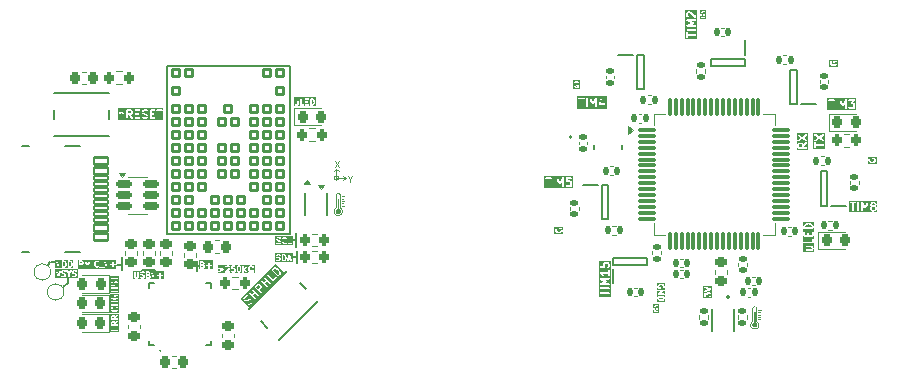
<source format=gto>
G04 #@! TF.GenerationSoftware,KiCad,Pcbnew,8.0.6*
G04 #@! TF.CreationDate,2025-07-21T23:51:58+02:00*
G04 #@! TF.ProjectId,nRF5340,6e524635-3334-4302-9e6b-696361645f70,rev?*
G04 #@! TF.SameCoordinates,Original*
G04 #@! TF.FileFunction,Legend,Top*
G04 #@! TF.FilePolarity,Positive*
%FSLAX46Y46*%
G04 Gerber Fmt 4.6, Leading zero omitted, Abs format (unit mm)*
G04 Created by KiCad (PCBNEW 8.0.6) date 2025-07-21 23:51:58*
%MOMM*%
%LPD*%
G01*
G04 APERTURE LIST*
G04 Aperture macros list*
%AMRoundRect*
0 Rectangle with rounded corners*
0 $1 Rounding radius*
0 $2 $3 $4 $5 $6 $7 $8 $9 X,Y pos of 4 corners*
0 Add a 4 corners polygon primitive as box body*
4,1,4,$2,$3,$4,$5,$6,$7,$8,$9,$2,$3,0*
0 Add four circle primitives for the rounded corners*
1,1,$1+$1,$2,$3*
1,1,$1+$1,$4,$5*
1,1,$1+$1,$6,$7*
1,1,$1+$1,$8,$9*
0 Add four rect primitives between the rounded corners*
20,1,$1+$1,$2,$3,$4,$5,0*
20,1,$1+$1,$4,$5,$6,$7,0*
20,1,$1+$1,$6,$7,$8,$9,0*
20,1,$1+$1,$8,$9,$2,$3,0*%
%AMRotRect*
0 Rectangle, with rotation*
0 The origin of the aperture is its center*
0 $1 length*
0 $2 width*
0 $3 Rotation angle, in degrees counterclockwise*
0 Add horizontal line*
21,1,$1,$2,0,0,$3*%
G04 Aperture macros list end*
%ADD10C,0.150000*%
%ADD11C,0.125000*%
%ADD12C,0.120000*%
%ADD13C,0.200000*%
%ADD14C,0.000000*%
%ADD15C,0.152400*%
%ADD16C,0.127000*%
%ADD17RoundRect,0.140000X-0.170000X0.140000X-0.170000X-0.140000X0.170000X-0.140000X0.170000X0.140000X0*%
%ADD18R,1.250000X0.500000*%
%ADD19RoundRect,0.200000X0.200000X0.275000X-0.200000X0.275000X-0.200000X-0.275000X0.200000X-0.275000X0*%
%ADD20R,1.000000X1.000000*%
%ADD21O,1.000000X1.000000*%
%ADD22RoundRect,0.140000X0.140000X0.170000X-0.140000X0.170000X-0.140000X-0.170000X0.140000X-0.170000X0*%
%ADD23C,0.990600*%
%ADD24RoundRect,0.218750X-0.218750X-0.256250X0.218750X-0.256250X0.218750X0.256250X-0.218750X0.256250X0*%
%ADD25RoundRect,0.135000X0.135000X0.185000X-0.135000X0.185000X-0.135000X-0.185000X0.135000X-0.185000X0*%
%ADD26RoundRect,0.135000X-0.185000X0.135000X-0.185000X-0.135000X0.185000X-0.135000X0.185000X0.135000X0*%
%ADD27RoundRect,0.140000X-0.140000X-0.170000X0.140000X-0.170000X0.140000X0.170000X-0.140000X0.170000X0*%
%ADD28R,0.500000X1.250000*%
%ADD29RoundRect,0.135000X-0.135000X-0.185000X0.135000X-0.185000X0.135000X0.185000X-0.135000X0.185000X0*%
%ADD30RoundRect,0.135000X0.185000X-0.135000X0.185000X0.135000X-0.185000X0.135000X-0.185000X-0.135000X0*%
%ADD31RoundRect,0.218750X0.256250X-0.218750X0.256250X0.218750X-0.256250X0.218750X-0.256250X-0.218750X0*%
%ADD32RoundRect,0.140000X0.170000X-0.140000X0.170000X0.140000X-0.170000X0.140000X-0.170000X-0.140000X0*%
%ADD33RoundRect,0.075000X-0.700000X-0.075000X0.700000X-0.075000X0.700000X0.075000X-0.700000X0.075000X0*%
%ADD34RoundRect,0.075000X-0.075000X-0.700000X0.075000X-0.700000X0.075000X0.700000X-0.075000X0.700000X0*%
%ADD35R,0.990600X0.736600*%
%ADD36R,0.304800X0.711200*%
%ADD37R,1.092200X0.508000*%
%ADD38RoundRect,0.200000X-0.200000X-0.275000X0.200000X-0.275000X0.200000X0.275000X-0.200000X0.275000X0*%
%ADD39R,0.254000X0.279400*%
%ADD40R,0.279400X0.254000*%
%ADD41RoundRect,0.225000X0.250000X-0.225000X0.250000X0.225000X-0.250000X0.225000X-0.250000X-0.225000X0*%
%ADD42RoundRect,0.225000X-0.225000X-0.250000X0.225000X-0.250000X0.225000X0.250000X-0.225000X0.250000X0*%
%ADD43RoundRect,0.218750X0.218750X0.256250X-0.218750X0.256250X-0.218750X-0.256250X0.218750X-0.256250X0*%
%ADD44R,0.990600X0.711200*%
%ADD45RoundRect,0.102000X0.300000X-0.300000X0.300000X0.300000X-0.300000X0.300000X-0.300000X-0.300000X0*%
%ADD46RoundRect,0.150000X-0.512500X-0.150000X0.512500X-0.150000X0.512500X0.150000X-0.512500X0.150000X0*%
%ADD47RoundRect,0.225000X-0.250000X0.225000X-0.250000X-0.225000X0.250000X-0.225000X0.250000X0.225000X0*%
%ADD48C,1.000000*%
%ADD49RotRect,0.990600X0.711200X225.000000*%
%ADD50R,0.254000X0.762000*%
%ADD51R,0.762000X0.254000*%
%ADD52R,2.606800X2.606800*%
%ADD53RoundRect,0.102000X-0.575000X0.300000X-0.575000X-0.300000X0.575000X-0.300000X0.575000X0.300000X0*%
%ADD54RoundRect,0.102000X-0.575000X0.150000X-0.575000X-0.150000X0.575000X-0.150000X0.575000X0.150000X0*%
%ADD55O,2.004000X1.204000*%
%ADD56O,2.404000X1.204000*%
%ADD57RoundRect,0.225000X0.225000X0.250000X-0.225000X0.250000X-0.225000X-0.250000X0.225000X-0.250000X0*%
G04 APERTURE END LIST*
D10*
G36*
X204498811Y-119549670D02*
G01*
X203493255Y-119549670D01*
X203493255Y-118998333D01*
X203571033Y-118998333D01*
X203571033Y-119398333D01*
X203572474Y-119412965D01*
X203583673Y-119440001D01*
X203604365Y-119460693D01*
X203631401Y-119471892D01*
X203660665Y-119471892D01*
X203687701Y-119460693D01*
X203708393Y-119440001D01*
X203719592Y-119412965D01*
X203721033Y-119398333D01*
X203721033Y-119273333D01*
X204346033Y-119273333D01*
X204360665Y-119271892D01*
X204387701Y-119260693D01*
X204408393Y-119240001D01*
X204419592Y-119212965D01*
X204419592Y-119183701D01*
X204408393Y-119156665D01*
X204387701Y-119135973D01*
X204360665Y-119124774D01*
X204346033Y-119123333D01*
X203721033Y-119123333D01*
X203721033Y-118998333D01*
X203719592Y-118983701D01*
X203708393Y-118956665D01*
X203687701Y-118935973D01*
X203660665Y-118924774D01*
X203631401Y-118924774D01*
X203604365Y-118935973D01*
X203583673Y-118956665D01*
X203572474Y-118983701D01*
X203571033Y-118998333D01*
X203493255Y-118998333D01*
X203493255Y-118365079D01*
X203571033Y-118365079D01*
X203576772Y-118393773D01*
X203593055Y-118418088D01*
X203604430Y-118427404D01*
X203860824Y-118598333D01*
X203604430Y-118769263D01*
X203593055Y-118778579D01*
X203576772Y-118802894D01*
X203571033Y-118831588D01*
X203576712Y-118860296D01*
X203592945Y-118884645D01*
X203617260Y-118900928D01*
X203645954Y-118906667D01*
X203674662Y-118900988D01*
X203687636Y-118894071D01*
X203996033Y-118688472D01*
X204304430Y-118894070D01*
X204317404Y-118900988D01*
X204346111Y-118906667D01*
X204374806Y-118900928D01*
X204399121Y-118884645D01*
X204415354Y-118860295D01*
X204421033Y-118831588D01*
X204415294Y-118802893D01*
X204399010Y-118778578D01*
X204387635Y-118769263D01*
X204131241Y-118598333D01*
X204387635Y-118427404D01*
X204399010Y-118418089D01*
X204415294Y-118393774D01*
X204421033Y-118365079D01*
X204415354Y-118336372D01*
X204399121Y-118312022D01*
X204374806Y-118295739D01*
X204346111Y-118290000D01*
X204317404Y-118295679D01*
X204304430Y-118302597D01*
X203996033Y-118508194D01*
X203687636Y-118302596D01*
X203674662Y-118295679D01*
X203645954Y-118290000D01*
X203617260Y-118295739D01*
X203592945Y-118312022D01*
X203576712Y-118336371D01*
X203571033Y-118365079D01*
X203493255Y-118365079D01*
X203493255Y-118212222D01*
X204498811Y-118212222D01*
X204498811Y-119549670D01*
G37*
G36*
X203243189Y-125985763D02*
G01*
X203291606Y-126009972D01*
X203337148Y-126055513D01*
X203361033Y-126127168D01*
X203361033Y-126206666D01*
X202811033Y-126206666D01*
X202811033Y-126127168D01*
X202834917Y-126055513D01*
X202880459Y-126009971D01*
X202928876Y-125985763D01*
X203045267Y-125956666D01*
X203126799Y-125956666D01*
X203243189Y-125985763D01*
G37*
G36*
X203588811Y-128267777D02*
G01*
X202583255Y-128267777D01*
X202583255Y-127800367D01*
X202895807Y-127800367D01*
X202895807Y-127829631D01*
X202907006Y-127856667D01*
X202927698Y-127877359D01*
X202954734Y-127888558D01*
X202969366Y-127889999D01*
X203338301Y-127889999D01*
X203341061Y-127892759D01*
X203361033Y-127932703D01*
X203361033Y-127997294D01*
X203346798Y-128025764D01*
X203318328Y-128039999D01*
X202969366Y-128039999D01*
X202954734Y-128041440D01*
X202927698Y-128052639D01*
X202907006Y-128073331D01*
X202895807Y-128100367D01*
X202895807Y-128129631D01*
X202907006Y-128156667D01*
X202927698Y-128177359D01*
X202954734Y-128188558D01*
X202969366Y-128189999D01*
X203336033Y-128189999D01*
X203350665Y-128188558D01*
X203353154Y-128187526D01*
X203355842Y-128187336D01*
X203369574Y-128182081D01*
X203436241Y-128148748D01*
X203438688Y-128147207D01*
X203439842Y-128146823D01*
X203441278Y-128145577D01*
X203448684Y-128140916D01*
X203454847Y-128133808D01*
X203461950Y-128127649D01*
X203466610Y-128120245D01*
X203467857Y-128118808D01*
X203468241Y-128117653D01*
X203469782Y-128115207D01*
X203503115Y-128048539D01*
X203508370Y-128034808D01*
X203508560Y-128032120D01*
X203509592Y-128029631D01*
X203511033Y-128014999D01*
X203511033Y-127914999D01*
X203509592Y-127900367D01*
X203508560Y-127897877D01*
X203508370Y-127895190D01*
X203503115Y-127881459D01*
X203493277Y-127861782D01*
X203498393Y-127856667D01*
X203509592Y-127829631D01*
X203509592Y-127800367D01*
X203498393Y-127773331D01*
X203477701Y-127752639D01*
X203450665Y-127741440D01*
X203436033Y-127739999D01*
X202969366Y-127739999D01*
X202954734Y-127741440D01*
X202927698Y-127752639D01*
X202907006Y-127773331D01*
X202895807Y-127800367D01*
X202583255Y-127800367D01*
X202583255Y-127467034D01*
X202662474Y-127467034D01*
X202662474Y-127496298D01*
X202673673Y-127523334D01*
X202694365Y-127544026D01*
X202721401Y-127555225D01*
X202736033Y-127556666D01*
X203436033Y-127556666D01*
X203450665Y-127555225D01*
X203477701Y-127544026D01*
X203498393Y-127523334D01*
X203509592Y-127496298D01*
X203511033Y-127481666D01*
X203511033Y-127148333D01*
X203509592Y-127133701D01*
X203498393Y-127106665D01*
X203477701Y-127085973D01*
X203450665Y-127074774D01*
X203421401Y-127074774D01*
X203394365Y-127085973D01*
X203373673Y-127106665D01*
X203362474Y-127133701D01*
X203361033Y-127148333D01*
X203361033Y-127406666D01*
X202736033Y-127406666D01*
X202721401Y-127408107D01*
X202694365Y-127419306D01*
X202673673Y-127439998D01*
X202662474Y-127467034D01*
X202583255Y-127467034D01*
X202583255Y-126581666D01*
X202661033Y-126581666D01*
X202661033Y-126914999D01*
X202662474Y-126929631D01*
X202673673Y-126956667D01*
X202694365Y-126977359D01*
X202721401Y-126988558D01*
X202736033Y-126989999D01*
X203436033Y-126989999D01*
X203450665Y-126988558D01*
X203477701Y-126977359D01*
X203498393Y-126956667D01*
X203509592Y-126929631D01*
X203511033Y-126914999D01*
X203511033Y-126581666D01*
X203509592Y-126567034D01*
X203498393Y-126539998D01*
X203477701Y-126519306D01*
X203450665Y-126508107D01*
X203421401Y-126508107D01*
X203394365Y-126519306D01*
X203373673Y-126539998D01*
X203362474Y-126567034D01*
X203361033Y-126581666D01*
X203361033Y-126839999D01*
X203144366Y-126839999D01*
X203144366Y-126681666D01*
X203142925Y-126667034D01*
X203131726Y-126639998D01*
X203111034Y-126619306D01*
X203083998Y-126608107D01*
X203054734Y-126608107D01*
X203027698Y-126619306D01*
X203007006Y-126639998D01*
X202995807Y-126667034D01*
X202994366Y-126681666D01*
X202994366Y-126839999D01*
X202811033Y-126839999D01*
X202811033Y-126581666D01*
X202809592Y-126567034D01*
X202798393Y-126539998D01*
X202777701Y-126519306D01*
X202750665Y-126508107D01*
X202721401Y-126508107D01*
X202694365Y-126519306D01*
X202673673Y-126539998D01*
X202662474Y-126567034D01*
X202661033Y-126581666D01*
X202583255Y-126581666D01*
X202583255Y-126114999D01*
X202661033Y-126114999D01*
X202661033Y-126281666D01*
X202662474Y-126296298D01*
X202673673Y-126323334D01*
X202694365Y-126344026D01*
X202721401Y-126355225D01*
X202736033Y-126356666D01*
X203436033Y-126356666D01*
X203450665Y-126355225D01*
X203477701Y-126344026D01*
X203498393Y-126323334D01*
X203509592Y-126296298D01*
X203511033Y-126281666D01*
X203511033Y-126114999D01*
X203510303Y-126107593D01*
X203510444Y-126105619D01*
X203509853Y-126103021D01*
X203509592Y-126100367D01*
X203508833Y-126098535D01*
X203507184Y-126091282D01*
X203473851Y-125991282D01*
X203467857Y-125977857D01*
X203466091Y-125975821D01*
X203465060Y-125973331D01*
X203455733Y-125961966D01*
X203389066Y-125895300D01*
X203383313Y-125890579D01*
X203382017Y-125889084D01*
X203379762Y-125887665D01*
X203377700Y-125885972D01*
X203375868Y-125885213D01*
X203369574Y-125881251D01*
X203302907Y-125847917D01*
X203301835Y-125847506D01*
X203301401Y-125847185D01*
X203295272Y-125844995D01*
X203289176Y-125842662D01*
X203288635Y-125842623D01*
X203287556Y-125842238D01*
X203154223Y-125808905D01*
X203151686Y-125808530D01*
X203150665Y-125808107D01*
X203145150Y-125807563D01*
X203139678Y-125806755D01*
X203138586Y-125806917D01*
X203136033Y-125806666D01*
X203036033Y-125806666D01*
X203033479Y-125806917D01*
X203032387Y-125806755D01*
X203026913Y-125807564D01*
X203021401Y-125808107D01*
X203020379Y-125808529D01*
X203017843Y-125808905D01*
X202884510Y-125842238D01*
X202883430Y-125842623D01*
X202882890Y-125842662D01*
X202876794Y-125844994D01*
X202870664Y-125847185D01*
X202870229Y-125847506D01*
X202869158Y-125847917D01*
X202802492Y-125881251D01*
X202796197Y-125885213D01*
X202794366Y-125885972D01*
X202792302Y-125887665D01*
X202790049Y-125889084D01*
X202788752Y-125890578D01*
X202783001Y-125895299D01*
X202716333Y-125961966D01*
X202707006Y-125973331D01*
X202705974Y-125975821D01*
X202704209Y-125977857D01*
X202698215Y-125991282D01*
X202664882Y-126091282D01*
X202663232Y-126098535D01*
X202662474Y-126100367D01*
X202662212Y-126103021D01*
X202661622Y-126105619D01*
X202661762Y-126107593D01*
X202661033Y-126114999D01*
X202583255Y-126114999D01*
X202583255Y-125728888D01*
X203588811Y-125728888D01*
X203588811Y-128267777D01*
G37*
D11*
G36*
X190792690Y-132194855D02*
G01*
X190776752Y-132242667D01*
X190746739Y-132272680D01*
X190714329Y-132288886D01*
X190633210Y-132309166D01*
X190577170Y-132309166D01*
X190496050Y-132288886D01*
X190463642Y-132272682D01*
X190433627Y-132242667D01*
X190417690Y-132194855D01*
X190417690Y-132148452D01*
X190792690Y-132148452D01*
X190792690Y-132194855D01*
G37*
G36*
X190980190Y-132496666D02*
G01*
X190230190Y-132496666D01*
X190230190Y-132085952D01*
X190292690Y-132085952D01*
X190292690Y-132205000D01*
X190294644Y-132214823D01*
X190295897Y-132224765D01*
X190319707Y-132296193D01*
X190321258Y-132298913D01*
X190321258Y-132300345D01*
X190326818Y-132308667D01*
X190331785Y-132317379D01*
X190333067Y-132318020D01*
X190334806Y-132320622D01*
X190382425Y-132368241D01*
X190390756Y-132373807D01*
X190398668Y-132379948D01*
X190446287Y-132403759D01*
X190452891Y-132405567D01*
X190459080Y-132408491D01*
X190554318Y-132432300D01*
X190561966Y-132432672D01*
X190569476Y-132434166D01*
X190640904Y-132434166D01*
X190648413Y-132432672D01*
X190656062Y-132432300D01*
X190751300Y-132408491D01*
X190757492Y-132405565D01*
X190764093Y-132403758D01*
X190811712Y-132379948D01*
X190819623Y-132373807D01*
X190827955Y-132368241D01*
X190875574Y-132320622D01*
X190877312Y-132318020D01*
X190878595Y-132317379D01*
X190883561Y-132308667D01*
X190889122Y-132300345D01*
X190889122Y-132298913D01*
X190890673Y-132296193D01*
X190914483Y-132224765D01*
X190915735Y-132214824D01*
X190917690Y-132205000D01*
X190917690Y-132085952D01*
X190912932Y-132062034D01*
X190879108Y-132028210D01*
X190855190Y-132023452D01*
X190355190Y-132023452D01*
X190331272Y-132028210D01*
X190297448Y-132062034D01*
X190292690Y-132085952D01*
X190230190Y-132085952D01*
X190230190Y-131855737D01*
X190293189Y-131855737D01*
X190297448Y-131863190D01*
X190297448Y-131871774D01*
X190308893Y-131883219D01*
X190316923Y-131897271D01*
X190325203Y-131899529D01*
X190331272Y-131905598D01*
X190355190Y-131910356D01*
X190855190Y-131910356D01*
X190879108Y-131905598D01*
X190912932Y-131871774D01*
X190912932Y-131823938D01*
X190879108Y-131790114D01*
X190855190Y-131785356D01*
X190590538Y-131785356D01*
X190886198Y-131616407D01*
X190904604Y-131600410D01*
X190906862Y-131592129D01*
X190912932Y-131586060D01*
X190912932Y-131569873D01*
X190917190Y-131554261D01*
X190912932Y-131546809D01*
X190912932Y-131538224D01*
X190901484Y-131526776D01*
X190893457Y-131512728D01*
X190885177Y-131510469D01*
X190879108Y-131504400D01*
X190855190Y-131499642D01*
X190355190Y-131499642D01*
X190331272Y-131504400D01*
X190297448Y-131538224D01*
X190297448Y-131586060D01*
X190331272Y-131619884D01*
X190355190Y-131624642D01*
X190619842Y-131624642D01*
X190324181Y-131793591D01*
X190305775Y-131809589D01*
X190303516Y-131817869D01*
X190297448Y-131823938D01*
X190297448Y-131840120D01*
X190293189Y-131855737D01*
X190230190Y-131855737D01*
X190230190Y-131204999D01*
X190292690Y-131204999D01*
X190292690Y-131252618D01*
X190294644Y-131262443D01*
X190295897Y-131272382D01*
X190319707Y-131343812D01*
X190321258Y-131346532D01*
X190321258Y-131347964D01*
X190326818Y-131356286D01*
X190331785Y-131364998D01*
X190333067Y-131365639D01*
X190334806Y-131368241D01*
X190358615Y-131392050D01*
X190378888Y-131405595D01*
X190378891Y-131405598D01*
X190402809Y-131410356D01*
X190569476Y-131410356D01*
X190593394Y-131405598D01*
X190627218Y-131371774D01*
X190627218Y-131371773D01*
X190631976Y-131347856D01*
X190631976Y-131252618D01*
X190627218Y-131228700D01*
X190593394Y-131194876D01*
X190545558Y-131194876D01*
X190511734Y-131228700D01*
X190506976Y-131252618D01*
X190506976Y-131285356D01*
X190431984Y-131285356D01*
X190417690Y-131242474D01*
X190417690Y-131215143D01*
X190433627Y-131167331D01*
X190463642Y-131137316D01*
X190496050Y-131121112D01*
X190577170Y-131100833D01*
X190633210Y-131100833D01*
X190714329Y-131121112D01*
X190746739Y-131137318D01*
X190776752Y-131167331D01*
X190792690Y-131215143D01*
X190792690Y-131261674D01*
X190775479Y-131296096D01*
X190769038Y-131319616D01*
X190784164Y-131364996D01*
X190826949Y-131386389D01*
X190872329Y-131371263D01*
X190887281Y-131351998D01*
X190911092Y-131304379D01*
X190911918Y-131301359D01*
X190912932Y-131300346D01*
X190914886Y-131290520D01*
X190917532Y-131280859D01*
X190917078Y-131279499D01*
X190917690Y-131276428D01*
X190917690Y-131204999D01*
X190915735Y-131195174D01*
X190914483Y-131185234D01*
X190890673Y-131113806D01*
X190889122Y-131111085D01*
X190889122Y-131109654D01*
X190883561Y-131101331D01*
X190878595Y-131092620D01*
X190877312Y-131091978D01*
X190875574Y-131089377D01*
X190827955Y-131041758D01*
X190819623Y-131036191D01*
X190811712Y-131030051D01*
X190764093Y-131006241D01*
X190757492Y-131004433D01*
X190751300Y-131001508D01*
X190656062Y-130977699D01*
X190648413Y-130977326D01*
X190640904Y-130975833D01*
X190569476Y-130975833D01*
X190561966Y-130977326D01*
X190554318Y-130977699D01*
X190459080Y-131001508D01*
X190452891Y-131004431D01*
X190446287Y-131006240D01*
X190398668Y-131030051D01*
X190390756Y-131036191D01*
X190382425Y-131041758D01*
X190334806Y-131089377D01*
X190333067Y-131091978D01*
X190331785Y-131092620D01*
X190326818Y-131101331D01*
X190321258Y-131109654D01*
X190321258Y-131111085D01*
X190319707Y-131113806D01*
X190295897Y-131185234D01*
X190294644Y-131195175D01*
X190292690Y-131204999D01*
X190230190Y-131204999D01*
X190230190Y-130913333D01*
X190980190Y-130913333D01*
X190980190Y-132496666D01*
G37*
G36*
X194929809Y-132176193D02*
G01*
X194179809Y-132176193D01*
X194179809Y-131746427D01*
X194242309Y-131746427D01*
X194242309Y-132055951D01*
X194247067Y-132079869D01*
X194280891Y-132113693D01*
X194328727Y-132113693D01*
X194362551Y-132079869D01*
X194367309Y-132055951D01*
X194367309Y-131884162D01*
X194454129Y-131960130D01*
X194469530Y-131968999D01*
X194471367Y-131970836D01*
X194472720Y-131970836D01*
X194475262Y-131972300D01*
X194497221Y-131970836D01*
X194519203Y-131970836D01*
X194520773Y-131969265D01*
X194522990Y-131969118D01*
X194537473Y-131952565D01*
X194553027Y-131937012D01*
X194553599Y-131934136D01*
X194554491Y-131933117D01*
X194554318Y-131930522D01*
X194557785Y-131913094D01*
X194557785Y-131856418D01*
X194570461Y-131831067D01*
X194579927Y-131821601D01*
X194605276Y-131808927D01*
X194694817Y-131808927D01*
X194720169Y-131821603D01*
X194729634Y-131831068D01*
X194742309Y-131856418D01*
X194742309Y-131969768D01*
X194729633Y-131995119D01*
X194712996Y-132011757D01*
X194699448Y-132032034D01*
X194699448Y-132079868D01*
X194733273Y-132113693D01*
X194781107Y-132113693D01*
X194801384Y-132100145D01*
X194825194Y-132076335D01*
X194830757Y-132068008D01*
X194836902Y-132060091D01*
X194860711Y-132012473D01*
X194861537Y-132009453D01*
X194862551Y-132008440D01*
X194864505Y-131998612D01*
X194867151Y-131988952D01*
X194866698Y-131987593D01*
X194867309Y-131984522D01*
X194867309Y-131841665D01*
X194866698Y-131838593D01*
X194867151Y-131837235D01*
X194864505Y-131827574D01*
X194862551Y-131817747D01*
X194861537Y-131816733D01*
X194860711Y-131813714D01*
X194836902Y-131766096D01*
X194830757Y-131758178D01*
X194825193Y-131749851D01*
X194801383Y-131726042D01*
X194793049Y-131720474D01*
X194785141Y-131714336D01*
X194737522Y-131690526D01*
X194734503Y-131689699D01*
X194733489Y-131688685D01*
X194723658Y-131686729D01*
X194714002Y-131684085D01*
X194712642Y-131684538D01*
X194709571Y-131683927D01*
X194590523Y-131683927D01*
X194587451Y-131684538D01*
X194586092Y-131684085D01*
X194576430Y-131686730D01*
X194566605Y-131688685D01*
X194565591Y-131689698D01*
X194562572Y-131690525D01*
X194514953Y-131714336D01*
X194507041Y-131720476D01*
X194498710Y-131726043D01*
X194474901Y-131749852D01*
X194469334Y-131758183D01*
X194463194Y-131766095D01*
X194450717Y-131791048D01*
X194345966Y-131699391D01*
X194330565Y-131690523D01*
X194328727Y-131688685D01*
X194327373Y-131688685D01*
X194324832Y-131687222D01*
X194302881Y-131688685D01*
X194280891Y-131688685D01*
X194279320Y-131690255D01*
X194277104Y-131690403D01*
X194262624Y-131706951D01*
X194247067Y-131722509D01*
X194246494Y-131725386D01*
X194245604Y-131726404D01*
X194245776Y-131728995D01*
X194242309Y-131746427D01*
X194179809Y-131746427D01*
X194179809Y-131274668D01*
X194242467Y-131274668D01*
X194263859Y-131317452D01*
X194285045Y-131329530D01*
X194607165Y-131436903D01*
X194285045Y-131544277D01*
X194263859Y-131556355D01*
X194242467Y-131599139D01*
X194257594Y-131644520D01*
X194300378Y-131665912D01*
X194324573Y-131662863D01*
X194824573Y-131496197D01*
X194845759Y-131484119D01*
X194847847Y-131479942D01*
X194852024Y-131477854D01*
X194858289Y-131459059D01*
X194867151Y-131441335D01*
X194865674Y-131436904D01*
X194867151Y-131432473D01*
X194858289Y-131414749D01*
X194852024Y-131395954D01*
X194847847Y-131393865D01*
X194845759Y-131389689D01*
X194824573Y-131377611D01*
X194324573Y-131210944D01*
X194300378Y-131207895D01*
X194257594Y-131229287D01*
X194242467Y-131274668D01*
X194179809Y-131274668D01*
X194179809Y-131145395D01*
X194929809Y-131145395D01*
X194929809Y-132176193D01*
G37*
D10*
G36*
X208662239Y-124486005D02*
G01*
X208678361Y-124502127D01*
X208698333Y-124542071D01*
X208698333Y-124639995D01*
X208678361Y-124679939D01*
X208662239Y-124696061D01*
X208622295Y-124716033D01*
X208524371Y-124716033D01*
X208484427Y-124696061D01*
X208468305Y-124679939D01*
X208448333Y-124639995D01*
X208448333Y-124542071D01*
X208468305Y-124502127D01*
X208484427Y-124486005D01*
X208524371Y-124466033D01*
X208622295Y-124466033D01*
X208662239Y-124486005D01*
G37*
G36*
X208662239Y-124186005D02*
G01*
X208678361Y-124202127D01*
X208697814Y-124241033D01*
X208678361Y-124279939D01*
X208662239Y-124296061D01*
X208622295Y-124316033D01*
X208524371Y-124316033D01*
X208484427Y-124296061D01*
X208468305Y-124279939D01*
X208448852Y-124241033D01*
X208468305Y-124202127D01*
X208484427Y-124186005D01*
X208524371Y-124166033D01*
X208622295Y-124166033D01*
X208662239Y-124186005D01*
G37*
G36*
X208926111Y-124943811D02*
G01*
X206488663Y-124943811D01*
X206488663Y-124076401D01*
X206566441Y-124076401D01*
X206566441Y-124105665D01*
X206577640Y-124132701D01*
X206598332Y-124153393D01*
X206625368Y-124164592D01*
X206640000Y-124166033D01*
X206765000Y-124166033D01*
X206765000Y-124791033D01*
X206766441Y-124805665D01*
X206777640Y-124832701D01*
X206798332Y-124853393D01*
X206825368Y-124864592D01*
X206854632Y-124864592D01*
X206881668Y-124853393D01*
X206902360Y-124832701D01*
X206913559Y-124805665D01*
X206915000Y-124791033D01*
X206915000Y-124166033D01*
X207040000Y-124166033D01*
X207054632Y-124164592D01*
X207081668Y-124153393D01*
X207102360Y-124132701D01*
X207113559Y-124105665D01*
X207113559Y-124091033D01*
X207198333Y-124091033D01*
X207198333Y-124791033D01*
X207199774Y-124805665D01*
X207210973Y-124832701D01*
X207231665Y-124853393D01*
X207258701Y-124864592D01*
X207287965Y-124864592D01*
X207315001Y-124853393D01*
X207335693Y-124832701D01*
X207346892Y-124805665D01*
X207348333Y-124791033D01*
X207348333Y-124091033D01*
X207531666Y-124091033D01*
X207531666Y-124791033D01*
X207533107Y-124805665D01*
X207544306Y-124832701D01*
X207564998Y-124853393D01*
X207592034Y-124864592D01*
X207621298Y-124864592D01*
X207648334Y-124853393D01*
X207669026Y-124832701D01*
X207680225Y-124805665D01*
X207681666Y-124791033D01*
X207681666Y-124429099D01*
X207772036Y-124622749D01*
X207775209Y-124628106D01*
X207775870Y-124629922D01*
X207777046Y-124631206D01*
X207779530Y-124635399D01*
X207787935Y-124643097D01*
X207795634Y-124651503D01*
X207798653Y-124652911D01*
X207801111Y-124655163D01*
X207811820Y-124659057D01*
X207822152Y-124663879D01*
X207825483Y-124664025D01*
X207828612Y-124665163D01*
X207839995Y-124664662D01*
X207851388Y-124665163D01*
X207854519Y-124664024D01*
X207857848Y-124663878D01*
X207868174Y-124659059D01*
X207878889Y-124655163D01*
X207881347Y-124652911D01*
X207884366Y-124651503D01*
X207892064Y-124643097D01*
X207900470Y-124635399D01*
X207902953Y-124631206D01*
X207904130Y-124629922D01*
X207904790Y-124628106D01*
X207907964Y-124622749D01*
X207998333Y-124429100D01*
X207998333Y-124791033D01*
X207999774Y-124805665D01*
X208010973Y-124832701D01*
X208031665Y-124853393D01*
X208058701Y-124864592D01*
X208087965Y-124864592D01*
X208115001Y-124853393D01*
X208135693Y-124832701D01*
X208146892Y-124805665D01*
X208148333Y-124791033D01*
X208148333Y-124224366D01*
X208298333Y-124224366D01*
X208298333Y-124257700D01*
X208299774Y-124272332D01*
X208300805Y-124274821D01*
X208300996Y-124277509D01*
X208306251Y-124291241D01*
X208339584Y-124357907D01*
X208343547Y-124364203D01*
X208344306Y-124366034D01*
X208345997Y-124368095D01*
X208347417Y-124370350D01*
X208348912Y-124371646D01*
X208353633Y-124377399D01*
X208367267Y-124391033D01*
X208353633Y-124404667D01*
X208348912Y-124410419D01*
X208347417Y-124411716D01*
X208345997Y-124413970D01*
X208344306Y-124416032D01*
X208343547Y-124417862D01*
X208339584Y-124424159D01*
X208306251Y-124490825D01*
X208300996Y-124504557D01*
X208300805Y-124507244D01*
X208299774Y-124509734D01*
X208298333Y-124524366D01*
X208298333Y-124657700D01*
X208299774Y-124672332D01*
X208300805Y-124674821D01*
X208300996Y-124677509D01*
X208306251Y-124691241D01*
X208339584Y-124757907D01*
X208343547Y-124764203D01*
X208344306Y-124766034D01*
X208345997Y-124768095D01*
X208347417Y-124770350D01*
X208348912Y-124771646D01*
X208353633Y-124777399D01*
X208386967Y-124810733D01*
X208392716Y-124815451D01*
X208394016Y-124816950D01*
X208396275Y-124818371D01*
X208398332Y-124820060D01*
X208400159Y-124820817D01*
X208406459Y-124824782D01*
X208473125Y-124858115D01*
X208486857Y-124863370D01*
X208489544Y-124863560D01*
X208492034Y-124864592D01*
X208506666Y-124866033D01*
X208640000Y-124866033D01*
X208654632Y-124864592D01*
X208657121Y-124863560D01*
X208659809Y-124863370D01*
X208673541Y-124858115D01*
X208740207Y-124824782D01*
X208746503Y-124820818D01*
X208748334Y-124820060D01*
X208750395Y-124818368D01*
X208752650Y-124816949D01*
X208753946Y-124815453D01*
X208759699Y-124810733D01*
X208793033Y-124777399D01*
X208797751Y-124771649D01*
X208799250Y-124770350D01*
X208800671Y-124768090D01*
X208802360Y-124766034D01*
X208803117Y-124764206D01*
X208807082Y-124757907D01*
X208840415Y-124691241D01*
X208845670Y-124677509D01*
X208845860Y-124674821D01*
X208846892Y-124672332D01*
X208848333Y-124657700D01*
X208848333Y-124524366D01*
X208846892Y-124509734D01*
X208845860Y-124507244D01*
X208845670Y-124504557D01*
X208840415Y-124490825D01*
X208807082Y-124424159D01*
X208803117Y-124417859D01*
X208802360Y-124416032D01*
X208800671Y-124413975D01*
X208799250Y-124411716D01*
X208797751Y-124410416D01*
X208793033Y-124404667D01*
X208779399Y-124391033D01*
X208793033Y-124377399D01*
X208797751Y-124371649D01*
X208799250Y-124370350D01*
X208800671Y-124368090D01*
X208802360Y-124366034D01*
X208803117Y-124364206D01*
X208807082Y-124357907D01*
X208840415Y-124291241D01*
X208845670Y-124277509D01*
X208845860Y-124274821D01*
X208846892Y-124272332D01*
X208848333Y-124257700D01*
X208848333Y-124224366D01*
X208846892Y-124209734D01*
X208845860Y-124207244D01*
X208845670Y-124204557D01*
X208840415Y-124190825D01*
X208807082Y-124124159D01*
X208803117Y-124117859D01*
X208802360Y-124116032D01*
X208800671Y-124113975D01*
X208799250Y-124111716D01*
X208797751Y-124110416D01*
X208793033Y-124104667D01*
X208759699Y-124071333D01*
X208753946Y-124066612D01*
X208752650Y-124065117D01*
X208750395Y-124063697D01*
X208748334Y-124062006D01*
X208746503Y-124061247D01*
X208740207Y-124057284D01*
X208673541Y-124023951D01*
X208659809Y-124018696D01*
X208657121Y-124018505D01*
X208654632Y-124017474D01*
X208640000Y-124016033D01*
X208506666Y-124016033D01*
X208492034Y-124017474D01*
X208489544Y-124018505D01*
X208486857Y-124018696D01*
X208473125Y-124023951D01*
X208406459Y-124057284D01*
X208400159Y-124061248D01*
X208398332Y-124062006D01*
X208396275Y-124063694D01*
X208394016Y-124065116D01*
X208392716Y-124066614D01*
X208386967Y-124071333D01*
X208353633Y-124104667D01*
X208348912Y-124110419D01*
X208347417Y-124111716D01*
X208345997Y-124113970D01*
X208344306Y-124116032D01*
X208343547Y-124117862D01*
X208339584Y-124124159D01*
X208306251Y-124190825D01*
X208300996Y-124204557D01*
X208300805Y-124207244D01*
X208299774Y-124209734D01*
X208298333Y-124224366D01*
X208148333Y-124224366D01*
X208148333Y-124091033D01*
X208147385Y-124081411D01*
X208147463Y-124079645D01*
X208147118Y-124078696D01*
X208146892Y-124076401D01*
X208141910Y-124064374D01*
X208137463Y-124052144D01*
X208136333Y-124050910D01*
X208135693Y-124049365D01*
X208126493Y-124040165D01*
X208117699Y-124030562D01*
X208116182Y-124029854D01*
X208115001Y-124028673D01*
X208102988Y-124023696D01*
X208091181Y-124018187D01*
X208089508Y-124018113D01*
X208087965Y-124017474D01*
X208074959Y-124017474D01*
X208061945Y-124016902D01*
X208060372Y-124017474D01*
X208058701Y-124017474D01*
X208046682Y-124022452D01*
X208034444Y-124026903D01*
X208033210Y-124028033D01*
X208031665Y-124028673D01*
X208022466Y-124037871D01*
X208012863Y-124046666D01*
X208011687Y-124048650D01*
X208010973Y-124049365D01*
X208010296Y-124050998D01*
X208005369Y-124059316D01*
X207839999Y-124413679D01*
X207674630Y-124059317D01*
X207669704Y-124051001D01*
X207669026Y-124049365D01*
X207668310Y-124048649D01*
X207667136Y-124046667D01*
X207657539Y-124037878D01*
X207648334Y-124028673D01*
X207646788Y-124028032D01*
X207645555Y-124026903D01*
X207633324Y-124022455D01*
X207621298Y-124017474D01*
X207619624Y-124017474D01*
X207618054Y-124016903D01*
X207605053Y-124017474D01*
X207592034Y-124017474D01*
X207590489Y-124018113D01*
X207588818Y-124018187D01*
X207577019Y-124023693D01*
X207564998Y-124028673D01*
X207563815Y-124029855D01*
X207562300Y-124030563D01*
X207553511Y-124040159D01*
X207544306Y-124049365D01*
X207543665Y-124050910D01*
X207542536Y-124052144D01*
X207538088Y-124064374D01*
X207533107Y-124076401D01*
X207532880Y-124078696D01*
X207532536Y-124079645D01*
X207532613Y-124081411D01*
X207531666Y-124091033D01*
X207348333Y-124091033D01*
X207346892Y-124076401D01*
X207335693Y-124049365D01*
X207315001Y-124028673D01*
X207287965Y-124017474D01*
X207258701Y-124017474D01*
X207231665Y-124028673D01*
X207210973Y-124049365D01*
X207199774Y-124076401D01*
X207198333Y-124091033D01*
X207113559Y-124091033D01*
X207113559Y-124076401D01*
X207102360Y-124049365D01*
X207081668Y-124028673D01*
X207054632Y-124017474D01*
X207040000Y-124016033D01*
X206640000Y-124016033D01*
X206625368Y-124017474D01*
X206598332Y-124028673D01*
X206577640Y-124049365D01*
X206566441Y-124076401D01*
X206488663Y-124076401D01*
X206488663Y-123938255D01*
X208926111Y-123938255D01*
X208926111Y-124943811D01*
G37*
D11*
G36*
X208849809Y-120824761D02*
G01*
X208099809Y-120824761D01*
X208099809Y-120461666D01*
X208162309Y-120461666D01*
X208162309Y-120533095D01*
X208164263Y-120542918D01*
X208165516Y-120552860D01*
X208189326Y-120624288D01*
X208190877Y-120627008D01*
X208190877Y-120628440D01*
X208196437Y-120636762D01*
X208201404Y-120645474D01*
X208202686Y-120646115D01*
X208204425Y-120648717D01*
X208252044Y-120696336D01*
X208260375Y-120701902D01*
X208268287Y-120708043D01*
X208315906Y-120731854D01*
X208322510Y-120733662D01*
X208328699Y-120736586D01*
X208423937Y-120760395D01*
X208431585Y-120760767D01*
X208439095Y-120762261D01*
X208510523Y-120762261D01*
X208518032Y-120760767D01*
X208525681Y-120760395D01*
X208620919Y-120736586D01*
X208627111Y-120733660D01*
X208633712Y-120731853D01*
X208681331Y-120708043D01*
X208689233Y-120701909D01*
X208697574Y-120696337D01*
X208745194Y-120648718D01*
X208746933Y-120646114D01*
X208748216Y-120645473D01*
X208753177Y-120636768D01*
X208758742Y-120628441D01*
X208758742Y-120627007D01*
X208760293Y-120624287D01*
X208784102Y-120552859D01*
X208785355Y-120542915D01*
X208787309Y-120533095D01*
X208787309Y-120485476D01*
X208785355Y-120475654D01*
X208784102Y-120465713D01*
X208760293Y-120394283D01*
X208758742Y-120391562D01*
X208758742Y-120390129D01*
X208753180Y-120381805D01*
X208748216Y-120373097D01*
X208746932Y-120372455D01*
X208745193Y-120369852D01*
X208721383Y-120346043D01*
X208701109Y-120332497D01*
X208701108Y-120332496D01*
X208701107Y-120332495D01*
X208701106Y-120332495D01*
X208701102Y-120332495D01*
X208677190Y-120327738D01*
X208510523Y-120327738D01*
X208486605Y-120332496D01*
X208452781Y-120366320D01*
X208448023Y-120390238D01*
X208448023Y-120485476D01*
X208452781Y-120509394D01*
X208486605Y-120543218D01*
X208534441Y-120543218D01*
X208568265Y-120509394D01*
X208573023Y-120485476D01*
X208573023Y-120452738D01*
X208648016Y-120452738D01*
X208662309Y-120495618D01*
X208662309Y-120522952D01*
X208646373Y-120570760D01*
X208616356Y-120600776D01*
X208583948Y-120616981D01*
X208502829Y-120637261D01*
X208446789Y-120637261D01*
X208365669Y-120616981D01*
X208333261Y-120600777D01*
X208303246Y-120570762D01*
X208287309Y-120522950D01*
X208287309Y-120476419D01*
X208304521Y-120441998D01*
X208310961Y-120418478D01*
X208295835Y-120373098D01*
X208253050Y-120351704D01*
X208207670Y-120366831D01*
X208192718Y-120386096D01*
X208168908Y-120433715D01*
X208168081Y-120436733D01*
X208167067Y-120437748D01*
X208165111Y-120447578D01*
X208162467Y-120457235D01*
X208162920Y-120458594D01*
X208162309Y-120461666D01*
X208099809Y-120461666D01*
X208099809Y-120265238D01*
X208849809Y-120265238D01*
X208849809Y-120824761D01*
G37*
G36*
X190449761Y-133434809D02*
G01*
X189890238Y-133434809D01*
X189890238Y-133024095D01*
X189952738Y-133024095D01*
X189952738Y-133095523D01*
X189954231Y-133103032D01*
X189954604Y-133110681D01*
X189978413Y-133205919D01*
X189981338Y-133212111D01*
X189983146Y-133218712D01*
X190006956Y-133266331D01*
X190013089Y-133274233D01*
X190018662Y-133282574D01*
X190066281Y-133330194D01*
X190068884Y-133331933D01*
X190069526Y-133333216D01*
X190078230Y-133338177D01*
X190086558Y-133343742D01*
X190087991Y-133343742D01*
X190090712Y-133345293D01*
X190162140Y-133369102D01*
X190172083Y-133370355D01*
X190181904Y-133372309D01*
X190229523Y-133372309D01*
X190239349Y-133370354D01*
X190249287Y-133369102D01*
X190320716Y-133345293D01*
X190323436Y-133343742D01*
X190324870Y-133343742D01*
X190333193Y-133338180D01*
X190341902Y-133333216D01*
X190342543Y-133331932D01*
X190345147Y-133330193D01*
X190368956Y-133306383D01*
X190382504Y-133286106D01*
X190382503Y-133286102D01*
X190387261Y-133262190D01*
X190387261Y-133095523D01*
X190382503Y-133071605D01*
X190348679Y-133037781D01*
X190324761Y-133033023D01*
X190229523Y-133033023D01*
X190205605Y-133037781D01*
X190171781Y-133071605D01*
X190171781Y-133119441D01*
X190205605Y-133153265D01*
X190229523Y-133158023D01*
X190262261Y-133158023D01*
X190262261Y-133233016D01*
X190219380Y-133247309D01*
X190192047Y-133247309D01*
X190144238Y-133231373D01*
X190114222Y-133201356D01*
X190098017Y-133168948D01*
X190077738Y-133087829D01*
X190077738Y-133031788D01*
X190098017Y-132950669D01*
X190114223Y-132918259D01*
X190144236Y-132888246D01*
X190192048Y-132872309D01*
X190238579Y-132872309D01*
X190273001Y-132889521D01*
X190296521Y-132895961D01*
X190341901Y-132880835D01*
X190363295Y-132838050D01*
X190348168Y-132792670D01*
X190328903Y-132777718D01*
X190281284Y-132753908D01*
X190278265Y-132753081D01*
X190277251Y-132752067D01*
X190267420Y-132750111D01*
X190257764Y-132747467D01*
X190256404Y-132747920D01*
X190253333Y-132747309D01*
X190181904Y-132747309D01*
X190172079Y-132749263D01*
X190162139Y-132750516D01*
X190090711Y-132774326D01*
X190087990Y-132775877D01*
X190086559Y-132775877D01*
X190078236Y-132781437D01*
X190069525Y-132786404D01*
X190068883Y-132787686D01*
X190066282Y-132789425D01*
X190018663Y-132837044D01*
X190013096Y-132845375D01*
X190006956Y-132853287D01*
X189983146Y-132900906D01*
X189981338Y-132907506D01*
X189978413Y-132913699D01*
X189954604Y-133008937D01*
X189954231Y-133016585D01*
X189952738Y-133024095D01*
X189890238Y-133024095D01*
X189890238Y-132684809D01*
X190449761Y-132684809D01*
X190449761Y-133434809D01*
G37*
D10*
G36*
X207116111Y-116273811D02*
G01*
X204678663Y-116273811D01*
X204678663Y-115406401D01*
X204756441Y-115406401D01*
X204756441Y-115435665D01*
X204767640Y-115462701D01*
X204788332Y-115483393D01*
X204815368Y-115494592D01*
X204830000Y-115496033D01*
X204955000Y-115496033D01*
X204955000Y-116121033D01*
X204956441Y-116135665D01*
X204967640Y-116162701D01*
X204988332Y-116183393D01*
X205015368Y-116194592D01*
X205044632Y-116194592D01*
X205071668Y-116183393D01*
X205092360Y-116162701D01*
X205103559Y-116135665D01*
X205105000Y-116121033D01*
X205105000Y-115496033D01*
X205230000Y-115496033D01*
X205244632Y-115494592D01*
X205271668Y-115483393D01*
X205292360Y-115462701D01*
X205303559Y-115435665D01*
X205303559Y-115421033D01*
X205388333Y-115421033D01*
X205388333Y-116121033D01*
X205389774Y-116135665D01*
X205400973Y-116162701D01*
X205421665Y-116183393D01*
X205448701Y-116194592D01*
X205477965Y-116194592D01*
X205505001Y-116183393D01*
X205525693Y-116162701D01*
X205536892Y-116135665D01*
X205538333Y-116121033D01*
X205538333Y-115421033D01*
X205721666Y-115421033D01*
X205721666Y-116121033D01*
X205723107Y-116135665D01*
X205734306Y-116162701D01*
X205754998Y-116183393D01*
X205782034Y-116194592D01*
X205811298Y-116194592D01*
X205838334Y-116183393D01*
X205859026Y-116162701D01*
X205870225Y-116135665D01*
X205871666Y-116121033D01*
X205871666Y-115759099D01*
X205962036Y-115952749D01*
X205965209Y-115958106D01*
X205965870Y-115959922D01*
X205967046Y-115961206D01*
X205969530Y-115965399D01*
X205977935Y-115973097D01*
X205985634Y-115981503D01*
X205988653Y-115982911D01*
X205991111Y-115985163D01*
X206001820Y-115989057D01*
X206012152Y-115993879D01*
X206015483Y-115994025D01*
X206018612Y-115995163D01*
X206029995Y-115994662D01*
X206041388Y-115995163D01*
X206044519Y-115994024D01*
X206047848Y-115993878D01*
X206058174Y-115989059D01*
X206068889Y-115985163D01*
X206071347Y-115982911D01*
X206074366Y-115981503D01*
X206082064Y-115973097D01*
X206090470Y-115965399D01*
X206092953Y-115961206D01*
X206094130Y-115959922D01*
X206094790Y-115958106D01*
X206097964Y-115952749D01*
X206188333Y-115759100D01*
X206188333Y-116121033D01*
X206189774Y-116135665D01*
X206200973Y-116162701D01*
X206221665Y-116183393D01*
X206248701Y-116194592D01*
X206277965Y-116194592D01*
X206305001Y-116183393D01*
X206325693Y-116162701D01*
X206336892Y-116135665D01*
X206338333Y-116121033D01*
X206338333Y-115421033D01*
X206337385Y-115411411D01*
X206337463Y-115409645D01*
X206337118Y-115408696D01*
X206336892Y-115406401D01*
X206456441Y-115406401D01*
X206456441Y-115435665D01*
X206467640Y-115462701D01*
X206488332Y-115483393D01*
X206515368Y-115494592D01*
X206530000Y-115496033D01*
X206798051Y-115496033D01*
X206673557Y-115638312D01*
X206669035Y-115644636D01*
X206667640Y-115646032D01*
X206667091Y-115647355D01*
X206665006Y-115650273D01*
X206661104Y-115661810D01*
X206656441Y-115673068D01*
X206656441Y-115675598D01*
X206655631Y-115677994D01*
X206656441Y-115690147D01*
X206656441Y-115702332D01*
X206657408Y-115704668D01*
X206657577Y-115707192D01*
X206662979Y-115718117D01*
X206667640Y-115729368D01*
X206669426Y-115731154D01*
X206670549Y-115733424D01*
X206679721Y-115741449D01*
X206688332Y-115750060D01*
X206690668Y-115751028D01*
X206692573Y-115752694D01*
X206704110Y-115756595D01*
X206715368Y-115761259D01*
X206718938Y-115761610D01*
X206720294Y-115762069D01*
X206722261Y-115761937D01*
X206730000Y-115762700D01*
X206812295Y-115762700D01*
X206852239Y-115782672D01*
X206868361Y-115798793D01*
X206888333Y-115838737D01*
X206888333Y-115969995D01*
X206868361Y-116009939D01*
X206852239Y-116026061D01*
X206812295Y-116046033D01*
X206647705Y-116046033D01*
X206607760Y-116026061D01*
X206583034Y-116001334D01*
X206571669Y-115992006D01*
X206544633Y-115980807D01*
X206515370Y-115980807D01*
X206488333Y-115992005D01*
X206467640Y-116012697D01*
X206456441Y-116039733D01*
X206456441Y-116068996D01*
X206467639Y-116096033D01*
X206476966Y-116107398D01*
X206510299Y-116140732D01*
X206516052Y-116145453D01*
X206517350Y-116146950D01*
X206519605Y-116148369D01*
X206521665Y-116150060D01*
X206523494Y-116150817D01*
X206529792Y-116154782D01*
X206596460Y-116188115D01*
X206610191Y-116193370D01*
X206612878Y-116193560D01*
X206615368Y-116194592D01*
X206630000Y-116196033D01*
X206830000Y-116196033D01*
X206844632Y-116194592D01*
X206847121Y-116193560D01*
X206849809Y-116193370D01*
X206863541Y-116188115D01*
X206930207Y-116154782D01*
X206936503Y-116150818D01*
X206938334Y-116150060D01*
X206940395Y-116148368D01*
X206942650Y-116146949D01*
X206943946Y-116145453D01*
X206949699Y-116140733D01*
X206983033Y-116107399D01*
X206987751Y-116101649D01*
X206989250Y-116100350D01*
X206990671Y-116098090D01*
X206992360Y-116096034D01*
X206993117Y-116094206D01*
X206997082Y-116087907D01*
X207030415Y-116021241D01*
X207035670Y-116007509D01*
X207035860Y-116004821D01*
X207036892Y-116002332D01*
X207038333Y-115987700D01*
X207038333Y-115821033D01*
X207036892Y-115806401D01*
X207035860Y-115803911D01*
X207035670Y-115801224D01*
X207030415Y-115787493D01*
X206997082Y-115720825D01*
X206993117Y-115714527D01*
X206992360Y-115712698D01*
X206990669Y-115710638D01*
X206989250Y-115708383D01*
X206987753Y-115707085D01*
X206983032Y-115701332D01*
X206949698Y-115667999D01*
X206943946Y-115663278D01*
X206942650Y-115661784D01*
X206940396Y-115660365D01*
X206938333Y-115658672D01*
X206936501Y-115657913D01*
X206930207Y-115653951D01*
X206880802Y-115629248D01*
X207019776Y-115470421D01*
X207024297Y-115464096D01*
X207025693Y-115462701D01*
X207026241Y-115461377D01*
X207028327Y-115458460D01*
X207032228Y-115446922D01*
X207036892Y-115435665D01*
X207036892Y-115433134D01*
X207037702Y-115430739D01*
X207036892Y-115418585D01*
X207036892Y-115406401D01*
X207035924Y-115404064D01*
X207035756Y-115401541D01*
X207030356Y-115390623D01*
X207025693Y-115379365D01*
X207023903Y-115377575D01*
X207022783Y-115375310D01*
X207013620Y-115367292D01*
X207005001Y-115358673D01*
X207002663Y-115357704D01*
X207000760Y-115356039D01*
X206989222Y-115352137D01*
X206977965Y-115347474D01*
X206974394Y-115347122D01*
X206973039Y-115346664D01*
X206971071Y-115346795D01*
X206963333Y-115346033D01*
X206530000Y-115346033D01*
X206515368Y-115347474D01*
X206488332Y-115358673D01*
X206467640Y-115379365D01*
X206456441Y-115406401D01*
X206336892Y-115406401D01*
X206331910Y-115394374D01*
X206327463Y-115382144D01*
X206326333Y-115380910D01*
X206325693Y-115379365D01*
X206316493Y-115370165D01*
X206307699Y-115360562D01*
X206306182Y-115359854D01*
X206305001Y-115358673D01*
X206292988Y-115353696D01*
X206281181Y-115348187D01*
X206279508Y-115348113D01*
X206277965Y-115347474D01*
X206264959Y-115347474D01*
X206251945Y-115346902D01*
X206250372Y-115347474D01*
X206248701Y-115347474D01*
X206236682Y-115352452D01*
X206224444Y-115356903D01*
X206223210Y-115358033D01*
X206221665Y-115358673D01*
X206212466Y-115367871D01*
X206202863Y-115376666D01*
X206201687Y-115378650D01*
X206200973Y-115379365D01*
X206200296Y-115380998D01*
X206195369Y-115389316D01*
X206029999Y-115743679D01*
X205864630Y-115389317D01*
X205859704Y-115381001D01*
X205859026Y-115379365D01*
X205858310Y-115378649D01*
X205857136Y-115376667D01*
X205847539Y-115367878D01*
X205838334Y-115358673D01*
X205836788Y-115358032D01*
X205835555Y-115356903D01*
X205823324Y-115352455D01*
X205811298Y-115347474D01*
X205809624Y-115347474D01*
X205808054Y-115346903D01*
X205795053Y-115347474D01*
X205782034Y-115347474D01*
X205780489Y-115348113D01*
X205778818Y-115348187D01*
X205767019Y-115353693D01*
X205754998Y-115358673D01*
X205753815Y-115359855D01*
X205752300Y-115360563D01*
X205743511Y-115370159D01*
X205734306Y-115379365D01*
X205733665Y-115380910D01*
X205732536Y-115382144D01*
X205728088Y-115394374D01*
X205723107Y-115406401D01*
X205722880Y-115408696D01*
X205722536Y-115409645D01*
X205722613Y-115411411D01*
X205721666Y-115421033D01*
X205538333Y-115421033D01*
X205536892Y-115406401D01*
X205525693Y-115379365D01*
X205505001Y-115358673D01*
X205477965Y-115347474D01*
X205448701Y-115347474D01*
X205421665Y-115358673D01*
X205400973Y-115379365D01*
X205389774Y-115406401D01*
X205388333Y-115421033D01*
X205303559Y-115421033D01*
X205303559Y-115406401D01*
X205292360Y-115379365D01*
X205271668Y-115358673D01*
X205244632Y-115347474D01*
X205230000Y-115346033D01*
X204830000Y-115346033D01*
X204815368Y-115347474D01*
X204788332Y-115358673D01*
X204767640Y-115379365D01*
X204756441Y-115406401D01*
X204678663Y-115406401D01*
X204678663Y-115268255D01*
X207116111Y-115268255D01*
X207116111Y-116273811D01*
G37*
D11*
G36*
X182329809Y-126754761D02*
G01*
X181579809Y-126754761D01*
X181579809Y-126391666D01*
X181642309Y-126391666D01*
X181642309Y-126463095D01*
X181644263Y-126472918D01*
X181645516Y-126482860D01*
X181669326Y-126554288D01*
X181670877Y-126557008D01*
X181670877Y-126558440D01*
X181676437Y-126566762D01*
X181681404Y-126575474D01*
X181682686Y-126576115D01*
X181684425Y-126578717D01*
X181732044Y-126626336D01*
X181740375Y-126631902D01*
X181748287Y-126638043D01*
X181795906Y-126661854D01*
X181802510Y-126663662D01*
X181808699Y-126666586D01*
X181903937Y-126690395D01*
X181911585Y-126690767D01*
X181919095Y-126692261D01*
X181990523Y-126692261D01*
X181998032Y-126690767D01*
X182005681Y-126690395D01*
X182100919Y-126666586D01*
X182107111Y-126663660D01*
X182113712Y-126661853D01*
X182161331Y-126638043D01*
X182169233Y-126631909D01*
X182177574Y-126626337D01*
X182225194Y-126578718D01*
X182226933Y-126576114D01*
X182228216Y-126575473D01*
X182233177Y-126566768D01*
X182238742Y-126558441D01*
X182238742Y-126557007D01*
X182240293Y-126554287D01*
X182264102Y-126482859D01*
X182265355Y-126472915D01*
X182267309Y-126463095D01*
X182267309Y-126415476D01*
X182265355Y-126405654D01*
X182264102Y-126395713D01*
X182240293Y-126324283D01*
X182238742Y-126321562D01*
X182238742Y-126320129D01*
X182233180Y-126311805D01*
X182228216Y-126303097D01*
X182226932Y-126302455D01*
X182225193Y-126299852D01*
X182201383Y-126276043D01*
X182181109Y-126262497D01*
X182181108Y-126262496D01*
X182181107Y-126262495D01*
X182181106Y-126262495D01*
X182181102Y-126262495D01*
X182157190Y-126257738D01*
X181990523Y-126257738D01*
X181966605Y-126262496D01*
X181932781Y-126296320D01*
X181928023Y-126320238D01*
X181928023Y-126415476D01*
X181932781Y-126439394D01*
X181966605Y-126473218D01*
X182014441Y-126473218D01*
X182048265Y-126439394D01*
X182053023Y-126415476D01*
X182053023Y-126382738D01*
X182128016Y-126382738D01*
X182142309Y-126425618D01*
X182142309Y-126452952D01*
X182126373Y-126500760D01*
X182096356Y-126530776D01*
X182063948Y-126546981D01*
X181982829Y-126567261D01*
X181926789Y-126567261D01*
X181845669Y-126546981D01*
X181813261Y-126530777D01*
X181783246Y-126500762D01*
X181767309Y-126452950D01*
X181767309Y-126406419D01*
X181784521Y-126371998D01*
X181790961Y-126348478D01*
X181775835Y-126303098D01*
X181733050Y-126281704D01*
X181687670Y-126296831D01*
X181672718Y-126316096D01*
X181648908Y-126363715D01*
X181648081Y-126366733D01*
X181647067Y-126367748D01*
X181645111Y-126377578D01*
X181642467Y-126387235D01*
X181642920Y-126388594D01*
X181642309Y-126391666D01*
X181579809Y-126391666D01*
X181579809Y-126195238D01*
X182329809Y-126195238D01*
X182329809Y-126754761D01*
G37*
D10*
G36*
X186338811Y-132139670D02*
G01*
X185333255Y-132139670D01*
X185333255Y-131588333D01*
X185411033Y-131588333D01*
X185411033Y-131988333D01*
X185412474Y-132002965D01*
X185423673Y-132030001D01*
X185444365Y-132050693D01*
X185471401Y-132061892D01*
X185500665Y-132061892D01*
X185527701Y-132050693D01*
X185548393Y-132030001D01*
X185559592Y-132002965D01*
X185561033Y-131988333D01*
X185561033Y-131863333D01*
X186186033Y-131863333D01*
X186200665Y-131861892D01*
X186227701Y-131850693D01*
X186248393Y-131830001D01*
X186259592Y-131802965D01*
X186259592Y-131773701D01*
X186248393Y-131746665D01*
X186227701Y-131725973D01*
X186200665Y-131714774D01*
X186186033Y-131713333D01*
X185561033Y-131713333D01*
X185561033Y-131588333D01*
X185559592Y-131573701D01*
X185548393Y-131546665D01*
X185527701Y-131525973D01*
X185500665Y-131514774D01*
X185471401Y-131514774D01*
X185444365Y-131525973D01*
X185423673Y-131546665D01*
X185412474Y-131573701D01*
X185411033Y-131588333D01*
X185333255Y-131588333D01*
X185333255Y-131340368D01*
X185412474Y-131340368D01*
X185412474Y-131369632D01*
X185423673Y-131396668D01*
X185444365Y-131417360D01*
X185471401Y-131428559D01*
X185486033Y-131430000D01*
X186186033Y-131430000D01*
X186200665Y-131428559D01*
X186227701Y-131417360D01*
X186248393Y-131396668D01*
X186259592Y-131369632D01*
X186259592Y-131340368D01*
X186248393Y-131313332D01*
X186227701Y-131292640D01*
X186200665Y-131281441D01*
X186186033Y-131280000D01*
X185486033Y-131280000D01*
X185471401Y-131281441D01*
X185444365Y-131292640D01*
X185423673Y-131313332D01*
X185412474Y-131340368D01*
X185333255Y-131340368D01*
X185333255Y-130566388D01*
X185411903Y-130566388D01*
X185412474Y-130567958D01*
X185412474Y-130569632D01*
X185417455Y-130581658D01*
X185421903Y-130593889D01*
X185423032Y-130595122D01*
X185423673Y-130596668D01*
X185432878Y-130605873D01*
X185441667Y-130615470D01*
X185443649Y-130616644D01*
X185444365Y-130617360D01*
X185446001Y-130618038D01*
X185454317Y-130622964D01*
X185808679Y-130788334D01*
X185454317Y-130953703D01*
X185446001Y-130958628D01*
X185444365Y-130959307D01*
X185443649Y-130960022D01*
X185441667Y-130961197D01*
X185432878Y-130970793D01*
X185423673Y-130979999D01*
X185423032Y-130981544D01*
X185421903Y-130982778D01*
X185417455Y-130995008D01*
X185412474Y-131007035D01*
X185412474Y-131008708D01*
X185411903Y-131010279D01*
X185412474Y-131023280D01*
X185412474Y-131036299D01*
X185413113Y-131037843D01*
X185413187Y-131039515D01*
X185418693Y-131051313D01*
X185423673Y-131063335D01*
X185424855Y-131064517D01*
X185425563Y-131066033D01*
X185435159Y-131074821D01*
X185444365Y-131084027D01*
X185445910Y-131084667D01*
X185447144Y-131085797D01*
X185459374Y-131090244D01*
X185471401Y-131095226D01*
X185473696Y-131095452D01*
X185474645Y-131095797D01*
X185476411Y-131095719D01*
X185486033Y-131096667D01*
X186186033Y-131096667D01*
X186200665Y-131095226D01*
X186227701Y-131084027D01*
X186248393Y-131063335D01*
X186259592Y-131036299D01*
X186259592Y-131007035D01*
X186248393Y-130979999D01*
X186227701Y-130959307D01*
X186200665Y-130948108D01*
X186186033Y-130946667D01*
X185824101Y-130946667D01*
X186017750Y-130856298D01*
X186023109Y-130853123D01*
X186024922Y-130852464D01*
X186026204Y-130851289D01*
X186030400Y-130848804D01*
X186038100Y-130840394D01*
X186046503Y-130832700D01*
X186047911Y-130829681D01*
X186050163Y-130827223D01*
X186054060Y-130816504D01*
X186058878Y-130806182D01*
X186059024Y-130802856D01*
X186060164Y-130799722D01*
X186059662Y-130788322D01*
X186060163Y-130776946D01*
X186059025Y-130773817D01*
X186058879Y-130770486D01*
X186054055Y-130760150D01*
X186050163Y-130749445D01*
X186047913Y-130746989D01*
X186046504Y-130743968D01*
X186038093Y-130736266D01*
X186030399Y-130727864D01*
X186026206Y-130725380D01*
X186024922Y-130724204D01*
X186023106Y-130723543D01*
X186017749Y-130720370D01*
X185824100Y-130630000D01*
X186186033Y-130630000D01*
X186200665Y-130628559D01*
X186227701Y-130617360D01*
X186248393Y-130596668D01*
X186259592Y-130569632D01*
X186259592Y-130540368D01*
X186248393Y-130513332D01*
X186227701Y-130492640D01*
X186200665Y-130481441D01*
X186186033Y-130480000D01*
X185486033Y-130480000D01*
X185476411Y-130480947D01*
X185474645Y-130480870D01*
X185473696Y-130481214D01*
X185471401Y-130481441D01*
X185459374Y-130486422D01*
X185447144Y-130490870D01*
X185445910Y-130491999D01*
X185444365Y-130492640D01*
X185435159Y-130501845D01*
X185425563Y-130510634D01*
X185424855Y-130512149D01*
X185423673Y-130513332D01*
X185418693Y-130525353D01*
X185413187Y-130537152D01*
X185413113Y-130538823D01*
X185412474Y-130540368D01*
X185412474Y-130553386D01*
X185411903Y-130566388D01*
X185333255Y-130566388D01*
X185333255Y-130055079D01*
X185411033Y-130055079D01*
X185412474Y-130062283D01*
X185412474Y-130069632D01*
X185415315Y-130076492D01*
X185416772Y-130083773D01*
X185420860Y-130089878D01*
X185423673Y-130096668D01*
X185428923Y-130101918D01*
X185433055Y-130108088D01*
X185444313Y-130117308D01*
X185444365Y-130117360D01*
X185444387Y-130117369D01*
X185444430Y-130117404D01*
X185538252Y-130179952D01*
X185591061Y-130232761D01*
X185618951Y-130288541D01*
X185626784Y-130300984D01*
X185648891Y-130320157D01*
X185676652Y-130329411D01*
X185705842Y-130327337D01*
X185732017Y-130314250D01*
X185751190Y-130292142D01*
X185760444Y-130264381D01*
X185758370Y-130235191D01*
X185753115Y-130221459D01*
X185719782Y-130154793D01*
X185715817Y-130148493D01*
X185715060Y-130146666D01*
X185713371Y-130144609D01*
X185711950Y-130142350D01*
X185710451Y-130141050D01*
X185705733Y-130135301D01*
X185700432Y-130130000D01*
X186111033Y-130130000D01*
X186111033Y-130255000D01*
X186112474Y-130269632D01*
X186123673Y-130296668D01*
X186144365Y-130317360D01*
X186171401Y-130328559D01*
X186200665Y-130328559D01*
X186227701Y-130317360D01*
X186248393Y-130296668D01*
X186259592Y-130269632D01*
X186261033Y-130255000D01*
X186261033Y-129855000D01*
X186259592Y-129840368D01*
X186248393Y-129813332D01*
X186227701Y-129792640D01*
X186200665Y-129781441D01*
X186171401Y-129781441D01*
X186144365Y-129792640D01*
X186123673Y-129813332D01*
X186112474Y-129840368D01*
X186111033Y-129855000D01*
X186111033Y-129980000D01*
X185486033Y-129980000D01*
X185485980Y-129980005D01*
X185485954Y-129980000D01*
X185485877Y-129980015D01*
X185471401Y-129981441D01*
X185464540Y-129984282D01*
X185457260Y-129985739D01*
X185451154Y-129989827D01*
X185444365Y-129992640D01*
X185439114Y-129997890D01*
X185432945Y-130002022D01*
X185428868Y-130008136D01*
X185423673Y-130013332D01*
X185420831Y-130020192D01*
X185416712Y-130026371D01*
X185415286Y-130033579D01*
X185412474Y-130040368D01*
X185412474Y-130047794D01*
X185411033Y-130055079D01*
X185333255Y-130055079D01*
X185333255Y-129221667D01*
X185411033Y-129221667D01*
X185411033Y-129555000D01*
X185411565Y-129560411D01*
X185411383Y-129562240D01*
X185411921Y-129564026D01*
X185412474Y-129569632D01*
X185416668Y-129579758D01*
X185419836Y-129590256D01*
X185422227Y-129593179D01*
X185423673Y-129596668D01*
X185431426Y-129604421D01*
X185438367Y-129612904D01*
X185441693Y-129614688D01*
X185444365Y-129617360D01*
X185454494Y-129621555D01*
X185464154Y-129626738D01*
X185469678Y-129627845D01*
X185471401Y-129628559D01*
X185473238Y-129628559D01*
X185478570Y-129629628D01*
X185811903Y-129662961D01*
X185826606Y-129662983D01*
X185830222Y-129661892D01*
X185833997Y-129661892D01*
X185844122Y-129657697D01*
X185854622Y-129654530D01*
X185857545Y-129652138D01*
X185861034Y-129650693D01*
X185868787Y-129642939D01*
X185877270Y-129635999D01*
X185879054Y-129632672D01*
X185881726Y-129630001D01*
X185885921Y-129619873D01*
X185891104Y-129610212D01*
X185891479Y-129606453D01*
X185892925Y-129602964D01*
X185892925Y-129591996D01*
X185894015Y-129581093D01*
X185892925Y-129577480D01*
X185892925Y-129573702D01*
X185888727Y-129563567D01*
X185885562Y-129553077D01*
X185883171Y-129550155D01*
X185881726Y-129546665D01*
X185872399Y-129535300D01*
X185847671Y-129510572D01*
X185827700Y-129470628D01*
X185827700Y-129339371D01*
X185847671Y-129299427D01*
X185863793Y-129283305D01*
X185903738Y-129263333D01*
X186034994Y-129263333D01*
X186074940Y-129283306D01*
X186091061Y-129299427D01*
X186111033Y-129339371D01*
X186111033Y-129470628D01*
X186091061Y-129510572D01*
X186066334Y-129535299D01*
X186057006Y-129546664D01*
X186045807Y-129573700D01*
X186045807Y-129602963D01*
X186057005Y-129630000D01*
X186077697Y-129650693D01*
X186104733Y-129661892D01*
X186133996Y-129661892D01*
X186161033Y-129650694D01*
X186172398Y-129641367D01*
X186205732Y-129608034D01*
X186210453Y-129602280D01*
X186211950Y-129600983D01*
X186213369Y-129598727D01*
X186215060Y-129596668D01*
X186215817Y-129594838D01*
X186219782Y-129588541D01*
X186253115Y-129521873D01*
X186258370Y-129508142D01*
X186258560Y-129505454D01*
X186259592Y-129502965D01*
X186261033Y-129488333D01*
X186261033Y-129321667D01*
X186259592Y-129307035D01*
X186258560Y-129304545D01*
X186258370Y-129301858D01*
X186253115Y-129288127D01*
X186219782Y-129221459D01*
X186215817Y-129215161D01*
X186215060Y-129213332D01*
X186213369Y-129211272D01*
X186211950Y-129209017D01*
X186210453Y-129207719D01*
X186205732Y-129201966D01*
X186172398Y-129168633D01*
X186166646Y-129163912D01*
X186165350Y-129162418D01*
X186163095Y-129160998D01*
X186161033Y-129159306D01*
X186159202Y-129158548D01*
X186152908Y-129154585D01*
X186086242Y-129121251D01*
X186072510Y-129115996D01*
X186069820Y-129115804D01*
X186067332Y-129114774D01*
X186052700Y-129113333D01*
X185886033Y-129113333D01*
X185871401Y-129114774D01*
X185868912Y-129115804D01*
X185866223Y-129115996D01*
X185852491Y-129121251D01*
X185785825Y-129154585D01*
X185779528Y-129158548D01*
X185777698Y-129159307D01*
X185775636Y-129160998D01*
X185773382Y-129162418D01*
X185772085Y-129163913D01*
X185766333Y-129168634D01*
X185733000Y-129201967D01*
X185728281Y-129207716D01*
X185726783Y-129209016D01*
X185725361Y-129211275D01*
X185723673Y-129213332D01*
X185722915Y-129215159D01*
X185718951Y-129221459D01*
X185685618Y-129288126D01*
X185680363Y-129301858D01*
X185680172Y-129304545D01*
X185679141Y-129307035D01*
X185677700Y-129321667D01*
X185677700Y-129488333D01*
X185678740Y-129498896D01*
X185561033Y-129487125D01*
X185561033Y-129221667D01*
X185559592Y-129207035D01*
X185548393Y-129179999D01*
X185527701Y-129159307D01*
X185500665Y-129148108D01*
X185471401Y-129148108D01*
X185444365Y-129159307D01*
X185423673Y-129179999D01*
X185412474Y-129207035D01*
X185411033Y-129221667D01*
X185333255Y-129221667D01*
X185333255Y-129035555D01*
X186338811Y-129035555D01*
X186338811Y-132139670D01*
G37*
D11*
G36*
X194419761Y-108554809D02*
G01*
X193860238Y-108554809D01*
X193860238Y-108144095D01*
X193922738Y-108144095D01*
X193922738Y-108215523D01*
X193924231Y-108223032D01*
X193924604Y-108230681D01*
X193948413Y-108325919D01*
X193951338Y-108332111D01*
X193953146Y-108338712D01*
X193976956Y-108386331D01*
X193983089Y-108394233D01*
X193988662Y-108402574D01*
X194036281Y-108450194D01*
X194038884Y-108451933D01*
X194039526Y-108453216D01*
X194048230Y-108458177D01*
X194056558Y-108463742D01*
X194057991Y-108463742D01*
X194060712Y-108465293D01*
X194132140Y-108489102D01*
X194142083Y-108490355D01*
X194151904Y-108492309D01*
X194199523Y-108492309D01*
X194209349Y-108490354D01*
X194219287Y-108489102D01*
X194290716Y-108465293D01*
X194293436Y-108463742D01*
X194294870Y-108463742D01*
X194303193Y-108458180D01*
X194311902Y-108453216D01*
X194312543Y-108451932D01*
X194315147Y-108450193D01*
X194338956Y-108426383D01*
X194352504Y-108406106D01*
X194352503Y-108406102D01*
X194357261Y-108382190D01*
X194357261Y-108215523D01*
X194352503Y-108191605D01*
X194318679Y-108157781D01*
X194294761Y-108153023D01*
X194199523Y-108153023D01*
X194175605Y-108157781D01*
X194141781Y-108191605D01*
X194141781Y-108239441D01*
X194175605Y-108273265D01*
X194199523Y-108278023D01*
X194232261Y-108278023D01*
X194232261Y-108353016D01*
X194189380Y-108367309D01*
X194162047Y-108367309D01*
X194114238Y-108351373D01*
X194084222Y-108321356D01*
X194068017Y-108288948D01*
X194047738Y-108207829D01*
X194047738Y-108151788D01*
X194068017Y-108070669D01*
X194084223Y-108038259D01*
X194114236Y-108008246D01*
X194162048Y-107992309D01*
X194208579Y-107992309D01*
X194243001Y-108009521D01*
X194266521Y-108015961D01*
X194311901Y-108000835D01*
X194333295Y-107958050D01*
X194318168Y-107912670D01*
X194298903Y-107897718D01*
X194251284Y-107873908D01*
X194248265Y-107873081D01*
X194247251Y-107872067D01*
X194237420Y-107870111D01*
X194227764Y-107867467D01*
X194226404Y-107867920D01*
X194223333Y-107867309D01*
X194151904Y-107867309D01*
X194142079Y-107869263D01*
X194132139Y-107870516D01*
X194060711Y-107894326D01*
X194057990Y-107895877D01*
X194056559Y-107895877D01*
X194048236Y-107901437D01*
X194039525Y-107906404D01*
X194038883Y-107907686D01*
X194036282Y-107909425D01*
X193988663Y-107957044D01*
X193983096Y-107965375D01*
X193976956Y-107973287D01*
X193953146Y-108020906D01*
X193951338Y-108027506D01*
X193948413Y-108033699D01*
X193924604Y-108128937D01*
X193924231Y-108136585D01*
X193922738Y-108144095D01*
X193860238Y-108144095D01*
X193860238Y-107804809D01*
X194419761Y-107804809D01*
X194419761Y-108554809D01*
G37*
D10*
G36*
X193673811Y-110251336D02*
G01*
X192668255Y-110251336D01*
X192668255Y-109699999D01*
X192746033Y-109699999D01*
X192746033Y-110099999D01*
X192747474Y-110114631D01*
X192758673Y-110141667D01*
X192779365Y-110162359D01*
X192806401Y-110173558D01*
X192835665Y-110173558D01*
X192862701Y-110162359D01*
X192883393Y-110141667D01*
X192894592Y-110114631D01*
X192896033Y-110099999D01*
X192896033Y-109974999D01*
X193521033Y-109974999D01*
X193535665Y-109973558D01*
X193562701Y-109962359D01*
X193583393Y-109941667D01*
X193594592Y-109914631D01*
X193594592Y-109885367D01*
X193583393Y-109858331D01*
X193562701Y-109837639D01*
X193535665Y-109826440D01*
X193521033Y-109824999D01*
X192896033Y-109824999D01*
X192896033Y-109699999D01*
X192894592Y-109685367D01*
X192883393Y-109658331D01*
X192862701Y-109637639D01*
X192835665Y-109626440D01*
X192806401Y-109626440D01*
X192779365Y-109637639D01*
X192758673Y-109658331D01*
X192747474Y-109685367D01*
X192746033Y-109699999D01*
X192668255Y-109699999D01*
X192668255Y-109452034D01*
X192747474Y-109452034D01*
X192747474Y-109481298D01*
X192758673Y-109508334D01*
X192779365Y-109529026D01*
X192806401Y-109540225D01*
X192821033Y-109541666D01*
X193521033Y-109541666D01*
X193535665Y-109540225D01*
X193562701Y-109529026D01*
X193583393Y-109508334D01*
X193594592Y-109481298D01*
X193594592Y-109452034D01*
X193583393Y-109424998D01*
X193562701Y-109404306D01*
X193535665Y-109393107D01*
X193521033Y-109391666D01*
X192821033Y-109391666D01*
X192806401Y-109393107D01*
X192779365Y-109404306D01*
X192758673Y-109424998D01*
X192747474Y-109452034D01*
X192668255Y-109452034D01*
X192668255Y-108678054D01*
X192746903Y-108678054D01*
X192747474Y-108679624D01*
X192747474Y-108681298D01*
X192752455Y-108693324D01*
X192756903Y-108705555D01*
X192758032Y-108706788D01*
X192758673Y-108708334D01*
X192767878Y-108717539D01*
X192776667Y-108727136D01*
X192778649Y-108728310D01*
X192779365Y-108729026D01*
X192781001Y-108729704D01*
X192789317Y-108734630D01*
X193143679Y-108900000D01*
X192789317Y-109065369D01*
X192781001Y-109070294D01*
X192779365Y-109070973D01*
X192778649Y-109071688D01*
X192776667Y-109072863D01*
X192767878Y-109082459D01*
X192758673Y-109091665D01*
X192758032Y-109093210D01*
X192756903Y-109094444D01*
X192752455Y-109106674D01*
X192747474Y-109118701D01*
X192747474Y-109120374D01*
X192746903Y-109121945D01*
X192747474Y-109134946D01*
X192747474Y-109147965D01*
X192748113Y-109149509D01*
X192748187Y-109151181D01*
X192753693Y-109162979D01*
X192758673Y-109175001D01*
X192759855Y-109176183D01*
X192760563Y-109177699D01*
X192770159Y-109186487D01*
X192779365Y-109195693D01*
X192780910Y-109196333D01*
X192782144Y-109197463D01*
X192794374Y-109201910D01*
X192806401Y-109206892D01*
X192808696Y-109207118D01*
X192809645Y-109207463D01*
X192811411Y-109207385D01*
X192821033Y-109208333D01*
X193521033Y-109208333D01*
X193535665Y-109206892D01*
X193562701Y-109195693D01*
X193583393Y-109175001D01*
X193594592Y-109147965D01*
X193594592Y-109118701D01*
X193583393Y-109091665D01*
X193562701Y-109070973D01*
X193535665Y-109059774D01*
X193521033Y-109058333D01*
X193159101Y-109058333D01*
X193352750Y-108967964D01*
X193358109Y-108964789D01*
X193359922Y-108964130D01*
X193361204Y-108962955D01*
X193365400Y-108960470D01*
X193373100Y-108952060D01*
X193381503Y-108944366D01*
X193382911Y-108941347D01*
X193385163Y-108938889D01*
X193389060Y-108928170D01*
X193393878Y-108917848D01*
X193394024Y-108914522D01*
X193395164Y-108911388D01*
X193394662Y-108899988D01*
X193395163Y-108888612D01*
X193394025Y-108885483D01*
X193393879Y-108882152D01*
X193389055Y-108871816D01*
X193385163Y-108861111D01*
X193382913Y-108858655D01*
X193381504Y-108855634D01*
X193373093Y-108847932D01*
X193365399Y-108839530D01*
X193361206Y-108837046D01*
X193359922Y-108835870D01*
X193358106Y-108835209D01*
X193352749Y-108832036D01*
X193159100Y-108741666D01*
X193521033Y-108741666D01*
X193535665Y-108740225D01*
X193562701Y-108729026D01*
X193583393Y-108708334D01*
X193594592Y-108681298D01*
X193594592Y-108652034D01*
X193583393Y-108624998D01*
X193562701Y-108604306D01*
X193535665Y-108593107D01*
X193521033Y-108591666D01*
X192821033Y-108591666D01*
X192811411Y-108592613D01*
X192809645Y-108592536D01*
X192808696Y-108592880D01*
X192806401Y-108593107D01*
X192794374Y-108598088D01*
X192782144Y-108602536D01*
X192780910Y-108603665D01*
X192779365Y-108604306D01*
X192770159Y-108613511D01*
X192760563Y-108622300D01*
X192759855Y-108623815D01*
X192758673Y-108624998D01*
X192753693Y-108637019D01*
X192748187Y-108648818D01*
X192748113Y-108650489D01*
X192747474Y-108652034D01*
X192747474Y-108665052D01*
X192746903Y-108678054D01*
X192668255Y-108678054D01*
X192668255Y-108100000D01*
X192746033Y-108100000D01*
X192746033Y-108266666D01*
X192747474Y-108281298D01*
X192748505Y-108283787D01*
X192748696Y-108286475D01*
X192753951Y-108300207D01*
X192787284Y-108366874D01*
X192791247Y-108373171D01*
X192792006Y-108375002D01*
X192793696Y-108377061D01*
X192795116Y-108379317D01*
X192796613Y-108380615D01*
X192801334Y-108386367D01*
X192834668Y-108419700D01*
X192846033Y-108429027D01*
X192873070Y-108440225D01*
X192902333Y-108440225D01*
X192929369Y-108429026D01*
X192950061Y-108408333D01*
X192961259Y-108381297D01*
X192961259Y-108352034D01*
X192950060Y-108324998D01*
X192940732Y-108313632D01*
X192916004Y-108288904D01*
X192896033Y-108248961D01*
X192896033Y-108117704D01*
X192916004Y-108077761D01*
X192932125Y-108061639D01*
X192972072Y-108041666D01*
X193008862Y-108041666D01*
X193080519Y-108065552D01*
X193468000Y-108453033D01*
X193479365Y-108462360D01*
X193506401Y-108473559D01*
X193535665Y-108473559D01*
X193562701Y-108462360D01*
X193583393Y-108441668D01*
X193594592Y-108414632D01*
X193596033Y-108400000D01*
X193596033Y-107966666D01*
X193594592Y-107952034D01*
X193583393Y-107924998D01*
X193562701Y-107904306D01*
X193535665Y-107893107D01*
X193506401Y-107893107D01*
X193479365Y-107904306D01*
X193458673Y-107924998D01*
X193447474Y-107952034D01*
X193446033Y-107966666D01*
X193446033Y-108218934D01*
X193174066Y-107946967D01*
X193162701Y-107937640D01*
X193160210Y-107936608D01*
X193158175Y-107934843D01*
X193144750Y-107928849D01*
X193044751Y-107895515D01*
X193037495Y-107893865D01*
X193035665Y-107893107D01*
X193033011Y-107892845D01*
X193030414Y-107892255D01*
X193028438Y-107892395D01*
X193021033Y-107891666D01*
X192954366Y-107891666D01*
X192939734Y-107893107D01*
X192937242Y-107894139D01*
X192934556Y-107894330D01*
X192920824Y-107899584D01*
X192854158Y-107932918D01*
X192847861Y-107936881D01*
X192846033Y-107937639D01*
X192843973Y-107939329D01*
X192841715Y-107940751D01*
X192840416Y-107942248D01*
X192834668Y-107946966D01*
X192801334Y-107980299D01*
X192796613Y-107986050D01*
X192795116Y-107987349D01*
X192793696Y-107989604D01*
X192792006Y-107991664D01*
X192791247Y-107993494D01*
X192787284Y-107999792D01*
X192753951Y-108066459D01*
X192748696Y-108080191D01*
X192748505Y-108082878D01*
X192747474Y-108085368D01*
X192746033Y-108100000D01*
X192668255Y-108100000D01*
X192668255Y-107813888D01*
X193673811Y-107813888D01*
X193673811Y-110251336D01*
G37*
D11*
G36*
X183709761Y-114494809D02*
G01*
X183150238Y-114494809D01*
X183150238Y-114084095D01*
X183212738Y-114084095D01*
X183212738Y-114155523D01*
X183214231Y-114163032D01*
X183214604Y-114170681D01*
X183238413Y-114265919D01*
X183241338Y-114272111D01*
X183243146Y-114278712D01*
X183266956Y-114326331D01*
X183273089Y-114334233D01*
X183278662Y-114342574D01*
X183326281Y-114390194D01*
X183328884Y-114391933D01*
X183329526Y-114393216D01*
X183338230Y-114398177D01*
X183346558Y-114403742D01*
X183347991Y-114403742D01*
X183350712Y-114405293D01*
X183422140Y-114429102D01*
X183432083Y-114430355D01*
X183441904Y-114432309D01*
X183489523Y-114432309D01*
X183499349Y-114430354D01*
X183509287Y-114429102D01*
X183580716Y-114405293D01*
X183583436Y-114403742D01*
X183584870Y-114403742D01*
X183593193Y-114398180D01*
X183601902Y-114393216D01*
X183602543Y-114391932D01*
X183605147Y-114390193D01*
X183628956Y-114366383D01*
X183642504Y-114346106D01*
X183642503Y-114346102D01*
X183647261Y-114322190D01*
X183647261Y-114155523D01*
X183642503Y-114131605D01*
X183608679Y-114097781D01*
X183584761Y-114093023D01*
X183489523Y-114093023D01*
X183465605Y-114097781D01*
X183431781Y-114131605D01*
X183431781Y-114179441D01*
X183465605Y-114213265D01*
X183489523Y-114218023D01*
X183522261Y-114218023D01*
X183522261Y-114293016D01*
X183479380Y-114307309D01*
X183452047Y-114307309D01*
X183404238Y-114291373D01*
X183374222Y-114261356D01*
X183358017Y-114228948D01*
X183337738Y-114147829D01*
X183337738Y-114091788D01*
X183358017Y-114010669D01*
X183374223Y-113978259D01*
X183404236Y-113948246D01*
X183452048Y-113932309D01*
X183498579Y-113932309D01*
X183533001Y-113949521D01*
X183556521Y-113955961D01*
X183601901Y-113940835D01*
X183623295Y-113898050D01*
X183608168Y-113852670D01*
X183588903Y-113837718D01*
X183541284Y-113813908D01*
X183538265Y-113813081D01*
X183537251Y-113812067D01*
X183527420Y-113810111D01*
X183517764Y-113807467D01*
X183516404Y-113807920D01*
X183513333Y-113807309D01*
X183441904Y-113807309D01*
X183432079Y-113809263D01*
X183422139Y-113810516D01*
X183350711Y-113834326D01*
X183347990Y-113835877D01*
X183346559Y-113835877D01*
X183338236Y-113841437D01*
X183329525Y-113846404D01*
X183328883Y-113847686D01*
X183326282Y-113849425D01*
X183278663Y-113897044D01*
X183273096Y-113905375D01*
X183266956Y-113913287D01*
X183243146Y-113960906D01*
X183241338Y-113967506D01*
X183238413Y-113973699D01*
X183214604Y-114068937D01*
X183214231Y-114076585D01*
X183212738Y-114084095D01*
X183150238Y-114084095D01*
X183150238Y-113744809D01*
X183709761Y-113744809D01*
X183709761Y-114494809D01*
G37*
G36*
X205599809Y-112594761D02*
G01*
X204849809Y-112594761D01*
X204849809Y-112231666D01*
X204912309Y-112231666D01*
X204912309Y-112303095D01*
X204914263Y-112312918D01*
X204915516Y-112322860D01*
X204939326Y-112394288D01*
X204940877Y-112397008D01*
X204940877Y-112398440D01*
X204946437Y-112406762D01*
X204951404Y-112415474D01*
X204952686Y-112416115D01*
X204954425Y-112418717D01*
X205002044Y-112466336D01*
X205010375Y-112471902D01*
X205018287Y-112478043D01*
X205065906Y-112501854D01*
X205072510Y-112503662D01*
X205078699Y-112506586D01*
X205173937Y-112530395D01*
X205181585Y-112530767D01*
X205189095Y-112532261D01*
X205260523Y-112532261D01*
X205268032Y-112530767D01*
X205275681Y-112530395D01*
X205370919Y-112506586D01*
X205377111Y-112503660D01*
X205383712Y-112501853D01*
X205431331Y-112478043D01*
X205439233Y-112471909D01*
X205447574Y-112466337D01*
X205495194Y-112418718D01*
X205496933Y-112416114D01*
X205498216Y-112415473D01*
X205503177Y-112406768D01*
X205508742Y-112398441D01*
X205508742Y-112397007D01*
X205510293Y-112394287D01*
X205534102Y-112322859D01*
X205535355Y-112312915D01*
X205537309Y-112303095D01*
X205537309Y-112255476D01*
X205535355Y-112245654D01*
X205534102Y-112235713D01*
X205510293Y-112164283D01*
X205508742Y-112161562D01*
X205508742Y-112160129D01*
X205503180Y-112151805D01*
X205498216Y-112143097D01*
X205496932Y-112142455D01*
X205495193Y-112139852D01*
X205471383Y-112116043D01*
X205451109Y-112102497D01*
X205451108Y-112102496D01*
X205451107Y-112102495D01*
X205451106Y-112102495D01*
X205451102Y-112102495D01*
X205427190Y-112097738D01*
X205260523Y-112097738D01*
X205236605Y-112102496D01*
X205202781Y-112136320D01*
X205198023Y-112160238D01*
X205198023Y-112255476D01*
X205202781Y-112279394D01*
X205236605Y-112313218D01*
X205284441Y-112313218D01*
X205318265Y-112279394D01*
X205323023Y-112255476D01*
X205323023Y-112222738D01*
X205398016Y-112222738D01*
X205412309Y-112265618D01*
X205412309Y-112292952D01*
X205396373Y-112340760D01*
X205366356Y-112370776D01*
X205333948Y-112386981D01*
X205252829Y-112407261D01*
X205196789Y-112407261D01*
X205115669Y-112386981D01*
X205083261Y-112370777D01*
X205053246Y-112340762D01*
X205037309Y-112292950D01*
X205037309Y-112246419D01*
X205054521Y-112211998D01*
X205060961Y-112188478D01*
X205045835Y-112143098D01*
X205003050Y-112121704D01*
X204957670Y-112136831D01*
X204942718Y-112156096D01*
X204918908Y-112203715D01*
X204918081Y-112206733D01*
X204917067Y-112207748D01*
X204915111Y-112217578D01*
X204912467Y-112227235D01*
X204912920Y-112228594D01*
X204912309Y-112231666D01*
X204849809Y-112231666D01*
X204849809Y-112035238D01*
X205599809Y-112035238D01*
X205599809Y-112594761D01*
G37*
D10*
G36*
X202481604Y-119166637D02*
G01*
X202497726Y-119182758D01*
X202517700Y-119222705D01*
X202517700Y-119396666D01*
X202301033Y-119396666D01*
X202301033Y-119222704D01*
X202321005Y-119182760D01*
X202337127Y-119166638D01*
X202377071Y-119146666D01*
X202441661Y-119146666D01*
X202481604Y-119166637D01*
G37*
G36*
X203078811Y-119624444D02*
G01*
X202073255Y-119624444D01*
X202073255Y-119204999D01*
X202151033Y-119204999D01*
X202151033Y-119471666D01*
X202152474Y-119486298D01*
X202163673Y-119513334D01*
X202184365Y-119534026D01*
X202211401Y-119545225D01*
X202226033Y-119546666D01*
X202926033Y-119546666D01*
X202940665Y-119545225D01*
X202967701Y-119534026D01*
X202988393Y-119513334D01*
X202999592Y-119486298D01*
X202999592Y-119457034D01*
X202988393Y-119429998D01*
X202967701Y-119409306D01*
X202940665Y-119398107D01*
X202926033Y-119396666D01*
X202667700Y-119396666D01*
X202667700Y-119344048D01*
X202969043Y-119133108D01*
X202980204Y-119123537D01*
X202995930Y-119098858D01*
X203001016Y-119070041D01*
X202994686Y-119041470D01*
X202977904Y-119017496D01*
X202953226Y-119001769D01*
X202924408Y-118996684D01*
X202895837Y-119003013D01*
X202883024Y-119010223D01*
X202657943Y-119167779D01*
X202626448Y-119104791D01*
X202622484Y-119098494D01*
X202621727Y-119096666D01*
X202620036Y-119094606D01*
X202618615Y-119092348D01*
X202617117Y-119091049D01*
X202612400Y-119085301D01*
X202579067Y-119051967D01*
X202573315Y-119047246D01*
X202572017Y-119045749D01*
X202569761Y-119044329D01*
X202567702Y-119042639D01*
X202565871Y-119041880D01*
X202559574Y-119037917D01*
X202492907Y-119004584D01*
X202479175Y-118999329D01*
X202476487Y-118999138D01*
X202473998Y-118998107D01*
X202459366Y-118996666D01*
X202359366Y-118996666D01*
X202344734Y-118998107D01*
X202342244Y-118999138D01*
X202339557Y-118999329D01*
X202325825Y-119004584D01*
X202259159Y-119037917D01*
X202252859Y-119041881D01*
X202251032Y-119042639D01*
X202248975Y-119044327D01*
X202246716Y-119045749D01*
X202245416Y-119047247D01*
X202239667Y-119051966D01*
X202206333Y-119085300D01*
X202201612Y-119091052D01*
X202200117Y-119092349D01*
X202198697Y-119094603D01*
X202197006Y-119096665D01*
X202196247Y-119098495D01*
X202192284Y-119104792D01*
X202158951Y-119171458D01*
X202153696Y-119185190D01*
X202153505Y-119187877D01*
X202152474Y-119190367D01*
X202151033Y-119204999D01*
X202073255Y-119204999D01*
X202073255Y-118371745D01*
X202151033Y-118371745D01*
X202156772Y-118400439D01*
X202173055Y-118424754D01*
X202184430Y-118434070D01*
X202440824Y-118604999D01*
X202184430Y-118775929D01*
X202173055Y-118785245D01*
X202156772Y-118809560D01*
X202151033Y-118838254D01*
X202156712Y-118866962D01*
X202172945Y-118891311D01*
X202197260Y-118907594D01*
X202225954Y-118913333D01*
X202254662Y-118907654D01*
X202267636Y-118900737D01*
X202576033Y-118695138D01*
X202884430Y-118900736D01*
X202897404Y-118907654D01*
X202926111Y-118913333D01*
X202954806Y-118907594D01*
X202979121Y-118891311D01*
X202995354Y-118866961D01*
X203001033Y-118838254D01*
X202995294Y-118809559D01*
X202979010Y-118785244D01*
X202967635Y-118775929D01*
X202711241Y-118604999D01*
X202967635Y-118434070D01*
X202979010Y-118424755D01*
X202995294Y-118400440D01*
X203001033Y-118371745D01*
X202995354Y-118343038D01*
X202979121Y-118318688D01*
X202954806Y-118302405D01*
X202926111Y-118296666D01*
X202897404Y-118302345D01*
X202884430Y-118309263D01*
X202576033Y-118514860D01*
X202267636Y-118309262D01*
X202254662Y-118302345D01*
X202225954Y-118296666D01*
X202197260Y-118302405D01*
X202172945Y-118318688D01*
X202156712Y-118343037D01*
X202151033Y-118371745D01*
X202073255Y-118371745D01*
X202073255Y-118218888D01*
X203078811Y-118218888D01*
X203078811Y-119624444D01*
G37*
G36*
X185988003Y-116142370D02*
G01*
X183518663Y-116142370D01*
X183518663Y-115276401D01*
X183596441Y-115276401D01*
X183596441Y-115305665D01*
X183607640Y-115332701D01*
X183628332Y-115353393D01*
X183655368Y-115364592D01*
X183670000Y-115366033D01*
X183795000Y-115366033D01*
X183795000Y-115991033D01*
X183796441Y-116005665D01*
X183807640Y-116032701D01*
X183828332Y-116053393D01*
X183855368Y-116064592D01*
X183884632Y-116064592D01*
X183911668Y-116053393D01*
X183932360Y-116032701D01*
X183943559Y-116005665D01*
X183945000Y-115991033D01*
X183945000Y-115366033D01*
X184070000Y-115366033D01*
X184084632Y-115364592D01*
X184111668Y-115353393D01*
X184132360Y-115332701D01*
X184143559Y-115305665D01*
X184143559Y-115291033D01*
X184228333Y-115291033D01*
X184228333Y-115991033D01*
X184229774Y-116005665D01*
X184240973Y-116032701D01*
X184261665Y-116053393D01*
X184288701Y-116064592D01*
X184317965Y-116064592D01*
X184345001Y-116053393D01*
X184365693Y-116032701D01*
X184376892Y-116005665D01*
X184378333Y-115991033D01*
X184378333Y-115291033D01*
X184561666Y-115291033D01*
X184561666Y-115991033D01*
X184563107Y-116005665D01*
X184574306Y-116032701D01*
X184594998Y-116053393D01*
X184622034Y-116064592D01*
X184651298Y-116064592D01*
X184678334Y-116053393D01*
X184699026Y-116032701D01*
X184710225Y-116005665D01*
X184711666Y-115991033D01*
X184711666Y-115629099D01*
X184802036Y-115822749D01*
X184805209Y-115828106D01*
X184805870Y-115829922D01*
X184807046Y-115831206D01*
X184809530Y-115835399D01*
X184817935Y-115843097D01*
X184825634Y-115851503D01*
X184828653Y-115852911D01*
X184831111Y-115855163D01*
X184841820Y-115859057D01*
X184852152Y-115863879D01*
X184855483Y-115864025D01*
X184858612Y-115865163D01*
X184869995Y-115864662D01*
X184881388Y-115865163D01*
X184884519Y-115864024D01*
X184887848Y-115863878D01*
X184898174Y-115859059D01*
X184908889Y-115855163D01*
X184911347Y-115852911D01*
X184914366Y-115851503D01*
X184922064Y-115843097D01*
X184930470Y-115835399D01*
X184932953Y-115831206D01*
X184934130Y-115829922D01*
X184934790Y-115828106D01*
X184937964Y-115822749D01*
X185028333Y-115629100D01*
X185028333Y-115991033D01*
X185029774Y-116005665D01*
X185040973Y-116032701D01*
X185061665Y-116053393D01*
X185088701Y-116064592D01*
X185117965Y-116064592D01*
X185145001Y-116053393D01*
X185165693Y-116032701D01*
X185176892Y-116005665D01*
X185178333Y-115991033D01*
X185178333Y-115748320D01*
X185328922Y-115748320D01*
X185329774Y-115760305D01*
X185329774Y-115772332D01*
X185330806Y-115774823D01*
X185330997Y-115777510D01*
X185336371Y-115788259D01*
X185340973Y-115799368D01*
X185342878Y-115801273D01*
X185344083Y-115803683D01*
X185353165Y-115811560D01*
X185361665Y-115820060D01*
X185364153Y-115821090D01*
X185366190Y-115822857D01*
X185377593Y-115826658D01*
X185388701Y-115831259D01*
X185392527Y-115831635D01*
X185393953Y-115832111D01*
X185395927Y-115831970D01*
X185403333Y-115832700D01*
X185661666Y-115832700D01*
X185661666Y-115991033D01*
X185663107Y-116005665D01*
X185674306Y-116032701D01*
X185694998Y-116053393D01*
X185722034Y-116064592D01*
X185751298Y-116064592D01*
X185778334Y-116053393D01*
X185799026Y-116032701D01*
X185810225Y-116005665D01*
X185811666Y-115991033D01*
X185811666Y-115832700D01*
X185836666Y-115832700D01*
X185851298Y-115831259D01*
X185878334Y-115820060D01*
X185899026Y-115799368D01*
X185910225Y-115772332D01*
X185910225Y-115743068D01*
X185899026Y-115716032D01*
X185878334Y-115695340D01*
X185851298Y-115684141D01*
X185836666Y-115682700D01*
X185811666Y-115682700D01*
X185811666Y-115524366D01*
X185810225Y-115509734D01*
X185799026Y-115482698D01*
X185778334Y-115462006D01*
X185751298Y-115450807D01*
X185722034Y-115450807D01*
X185694998Y-115462006D01*
X185674306Y-115482698D01*
X185663107Y-115509734D01*
X185661666Y-115524366D01*
X185661666Y-115682700D01*
X185507390Y-115682700D01*
X185641151Y-115281417D01*
X185644411Y-115267081D01*
X185642336Y-115237891D01*
X185629250Y-115211717D01*
X185607142Y-115192543D01*
X185579380Y-115183289D01*
X185550190Y-115185364D01*
X185524017Y-115198451D01*
X185504843Y-115220558D01*
X185498849Y-115233983D01*
X185332182Y-115733983D01*
X185330532Y-115741236D01*
X185329774Y-115743068D01*
X185329774Y-115744573D01*
X185328922Y-115748320D01*
X185178333Y-115748320D01*
X185178333Y-115291033D01*
X185177385Y-115281411D01*
X185177463Y-115279645D01*
X185177118Y-115278696D01*
X185176892Y-115276401D01*
X185171910Y-115264374D01*
X185167463Y-115252144D01*
X185166333Y-115250910D01*
X185165693Y-115249365D01*
X185156493Y-115240165D01*
X185147699Y-115230562D01*
X185146182Y-115229854D01*
X185145001Y-115228673D01*
X185132988Y-115223696D01*
X185121181Y-115218187D01*
X185119508Y-115218113D01*
X185117965Y-115217474D01*
X185104959Y-115217474D01*
X185091945Y-115216902D01*
X185090372Y-115217474D01*
X185088701Y-115217474D01*
X185076682Y-115222452D01*
X185064444Y-115226903D01*
X185063210Y-115228033D01*
X185061665Y-115228673D01*
X185052466Y-115237871D01*
X185042863Y-115246666D01*
X185041687Y-115248650D01*
X185040973Y-115249365D01*
X185040296Y-115250998D01*
X185035369Y-115259316D01*
X184869999Y-115613679D01*
X184704630Y-115259317D01*
X184699704Y-115251001D01*
X184699026Y-115249365D01*
X184698310Y-115248649D01*
X184697136Y-115246667D01*
X184687539Y-115237878D01*
X184678334Y-115228673D01*
X184676788Y-115228032D01*
X184675555Y-115226903D01*
X184663324Y-115222455D01*
X184651298Y-115217474D01*
X184649624Y-115217474D01*
X184648054Y-115216903D01*
X184635053Y-115217474D01*
X184622034Y-115217474D01*
X184620489Y-115218113D01*
X184618818Y-115218187D01*
X184607019Y-115223693D01*
X184594998Y-115228673D01*
X184593815Y-115229855D01*
X184592300Y-115230563D01*
X184583511Y-115240159D01*
X184574306Y-115249365D01*
X184573665Y-115250910D01*
X184572536Y-115252144D01*
X184568088Y-115264374D01*
X184563107Y-115276401D01*
X184562880Y-115278696D01*
X184562536Y-115279645D01*
X184562613Y-115281411D01*
X184561666Y-115291033D01*
X184378333Y-115291033D01*
X184376892Y-115276401D01*
X184365693Y-115249365D01*
X184345001Y-115228673D01*
X184317965Y-115217474D01*
X184288701Y-115217474D01*
X184261665Y-115228673D01*
X184240973Y-115249365D01*
X184229774Y-115276401D01*
X184228333Y-115291033D01*
X184143559Y-115291033D01*
X184143559Y-115276401D01*
X184132360Y-115249365D01*
X184111668Y-115228673D01*
X184084632Y-115217474D01*
X184070000Y-115216033D01*
X183670000Y-115216033D01*
X183655368Y-115217474D01*
X183628332Y-115228673D01*
X183607640Y-115249365D01*
X183596441Y-115276401D01*
X183518663Y-115276401D01*
X183518663Y-115105511D01*
X185988003Y-115105511D01*
X185988003Y-116142370D01*
G37*
G36*
X183156111Y-122883811D02*
G01*
X180718663Y-122883811D01*
X180718663Y-122016401D01*
X180796441Y-122016401D01*
X180796441Y-122045665D01*
X180807640Y-122072701D01*
X180828332Y-122093393D01*
X180855368Y-122104592D01*
X180870000Y-122106033D01*
X180995000Y-122106033D01*
X180995000Y-122731033D01*
X180996441Y-122745665D01*
X181007640Y-122772701D01*
X181028332Y-122793393D01*
X181055368Y-122804592D01*
X181084632Y-122804592D01*
X181111668Y-122793393D01*
X181132360Y-122772701D01*
X181143559Y-122745665D01*
X181145000Y-122731033D01*
X181145000Y-122106033D01*
X181270000Y-122106033D01*
X181284632Y-122104592D01*
X181311668Y-122093393D01*
X181332360Y-122072701D01*
X181343559Y-122045665D01*
X181343559Y-122031033D01*
X181428333Y-122031033D01*
X181428333Y-122731033D01*
X181429774Y-122745665D01*
X181440973Y-122772701D01*
X181461665Y-122793393D01*
X181488701Y-122804592D01*
X181517965Y-122804592D01*
X181545001Y-122793393D01*
X181565693Y-122772701D01*
X181576892Y-122745665D01*
X181578333Y-122731033D01*
X181578333Y-122031033D01*
X181761666Y-122031033D01*
X181761666Y-122731033D01*
X181763107Y-122745665D01*
X181774306Y-122772701D01*
X181794998Y-122793393D01*
X181822034Y-122804592D01*
X181851298Y-122804592D01*
X181878334Y-122793393D01*
X181899026Y-122772701D01*
X181910225Y-122745665D01*
X181911666Y-122731033D01*
X181911666Y-122369099D01*
X182002036Y-122562749D01*
X182005209Y-122568106D01*
X182005870Y-122569922D01*
X182007046Y-122571206D01*
X182009530Y-122575399D01*
X182017935Y-122583097D01*
X182025634Y-122591503D01*
X182028653Y-122592911D01*
X182031111Y-122595163D01*
X182041820Y-122599057D01*
X182052152Y-122603879D01*
X182055483Y-122604025D01*
X182058612Y-122605163D01*
X182069995Y-122604662D01*
X182081388Y-122605163D01*
X182084519Y-122604024D01*
X182087848Y-122603878D01*
X182098174Y-122599059D01*
X182108889Y-122595163D01*
X182111347Y-122592911D01*
X182114366Y-122591503D01*
X182122064Y-122583097D01*
X182130470Y-122575399D01*
X182132953Y-122571206D01*
X182134130Y-122569922D01*
X182134790Y-122568106D01*
X182137964Y-122562749D01*
X182228333Y-122369100D01*
X182228333Y-122731033D01*
X182229774Y-122745665D01*
X182240973Y-122772701D01*
X182261665Y-122793393D01*
X182288701Y-122804592D01*
X182317965Y-122804592D01*
X182345001Y-122793393D01*
X182365693Y-122772701D01*
X182376892Y-122745665D01*
X182378333Y-122731033D01*
X182378333Y-122371606D01*
X182528683Y-122371606D01*
X182529774Y-122375221D01*
X182529774Y-122378997D01*
X182533968Y-122389122D01*
X182537136Y-122399622D01*
X182539527Y-122402545D01*
X182540973Y-122406034D01*
X182548726Y-122413787D01*
X182555667Y-122422270D01*
X182558993Y-122424054D01*
X182561665Y-122426726D01*
X182571792Y-122430921D01*
X182581454Y-122436104D01*
X182585213Y-122436479D01*
X182588702Y-122437925D01*
X182599663Y-122437925D01*
X182610573Y-122439016D01*
X182614189Y-122437925D01*
X182617964Y-122437925D01*
X182628089Y-122433730D01*
X182638589Y-122430563D01*
X182641512Y-122428171D01*
X182645001Y-122426726D01*
X182656366Y-122417399D01*
X182681092Y-122392672D01*
X182721038Y-122372700D01*
X182852295Y-122372700D01*
X182892239Y-122392672D01*
X182908361Y-122408793D01*
X182928333Y-122448737D01*
X182928333Y-122579995D01*
X182908361Y-122619939D01*
X182892239Y-122636061D01*
X182852295Y-122656033D01*
X182721038Y-122656033D01*
X182681093Y-122636061D01*
X182656367Y-122611334D01*
X182645002Y-122602006D01*
X182617966Y-122590807D01*
X182588703Y-122590807D01*
X182561666Y-122602005D01*
X182540973Y-122622697D01*
X182529774Y-122649733D01*
X182529774Y-122678996D01*
X182540972Y-122706033D01*
X182550299Y-122717398D01*
X182583632Y-122750732D01*
X182589385Y-122755453D01*
X182590683Y-122756950D01*
X182592938Y-122758369D01*
X182594998Y-122760060D01*
X182596827Y-122760817D01*
X182603125Y-122764782D01*
X182669793Y-122798115D01*
X182683524Y-122803370D01*
X182686211Y-122803560D01*
X182688701Y-122804592D01*
X182703333Y-122806033D01*
X182870000Y-122806033D01*
X182884632Y-122804592D01*
X182887121Y-122803560D01*
X182889809Y-122803370D01*
X182903541Y-122798115D01*
X182970207Y-122764782D01*
X182976503Y-122760818D01*
X182978334Y-122760060D01*
X182980395Y-122758368D01*
X182982650Y-122756949D01*
X182983946Y-122755453D01*
X182989699Y-122750733D01*
X183023033Y-122717399D01*
X183027751Y-122711649D01*
X183029250Y-122710350D01*
X183030671Y-122708090D01*
X183032360Y-122706034D01*
X183033117Y-122704206D01*
X183037082Y-122697907D01*
X183070415Y-122631241D01*
X183075670Y-122617509D01*
X183075860Y-122614821D01*
X183076892Y-122612332D01*
X183078333Y-122597700D01*
X183078333Y-122431033D01*
X183076892Y-122416401D01*
X183075860Y-122413911D01*
X183075670Y-122411224D01*
X183070415Y-122397493D01*
X183037082Y-122330825D01*
X183033117Y-122324527D01*
X183032360Y-122322698D01*
X183030669Y-122320638D01*
X183029250Y-122318383D01*
X183027753Y-122317085D01*
X183023032Y-122311332D01*
X182989698Y-122277999D01*
X182983946Y-122273278D01*
X182982650Y-122271784D01*
X182980396Y-122270365D01*
X182978333Y-122268672D01*
X182976501Y-122267913D01*
X182970207Y-122263951D01*
X182903541Y-122230618D01*
X182889809Y-122225363D01*
X182887121Y-122225172D01*
X182884632Y-122224141D01*
X182870000Y-122222700D01*
X182703333Y-122222700D01*
X182692769Y-122223740D01*
X182704540Y-122106033D01*
X182970000Y-122106033D01*
X182984632Y-122104592D01*
X183011668Y-122093393D01*
X183032360Y-122072701D01*
X183043559Y-122045665D01*
X183043559Y-122016401D01*
X183032360Y-121989365D01*
X183011668Y-121968673D01*
X182984632Y-121957474D01*
X182970000Y-121956033D01*
X182636666Y-121956033D01*
X182631250Y-121956566D01*
X182629426Y-121956384D01*
X182627644Y-121956921D01*
X182622034Y-121957474D01*
X182611898Y-121961672D01*
X182601410Y-121964837D01*
X182598488Y-121967226D01*
X182594998Y-121968673D01*
X182587242Y-121976428D01*
X182578762Y-121983367D01*
X182576977Y-121986693D01*
X182574306Y-121989365D01*
X182570109Y-121999496D01*
X182564928Y-122009155D01*
X182563820Y-122014677D01*
X182563107Y-122016401D01*
X182563107Y-122018238D01*
X182562038Y-122023571D01*
X182528705Y-122356903D01*
X182528683Y-122371606D01*
X182378333Y-122371606D01*
X182378333Y-122031033D01*
X182377385Y-122021411D01*
X182377463Y-122019645D01*
X182377118Y-122018696D01*
X182376892Y-122016401D01*
X182371910Y-122004374D01*
X182367463Y-121992144D01*
X182366333Y-121990910D01*
X182365693Y-121989365D01*
X182356493Y-121980165D01*
X182347699Y-121970562D01*
X182346182Y-121969854D01*
X182345001Y-121968673D01*
X182332988Y-121963696D01*
X182321181Y-121958187D01*
X182319508Y-121958113D01*
X182317965Y-121957474D01*
X182304959Y-121957474D01*
X182291945Y-121956902D01*
X182290372Y-121957474D01*
X182288701Y-121957474D01*
X182276682Y-121962452D01*
X182264444Y-121966903D01*
X182263210Y-121968033D01*
X182261665Y-121968673D01*
X182252466Y-121977871D01*
X182242863Y-121986666D01*
X182241687Y-121988650D01*
X182240973Y-121989365D01*
X182240296Y-121990998D01*
X182235369Y-121999316D01*
X182069999Y-122353679D01*
X181904630Y-121999317D01*
X181899704Y-121991001D01*
X181899026Y-121989365D01*
X181898310Y-121988649D01*
X181897136Y-121986667D01*
X181887539Y-121977878D01*
X181878334Y-121968673D01*
X181876788Y-121968032D01*
X181875555Y-121966903D01*
X181863324Y-121962455D01*
X181851298Y-121957474D01*
X181849624Y-121957474D01*
X181848054Y-121956903D01*
X181835053Y-121957474D01*
X181822034Y-121957474D01*
X181820489Y-121958113D01*
X181818818Y-121958187D01*
X181807019Y-121963693D01*
X181794998Y-121968673D01*
X181793815Y-121969855D01*
X181792300Y-121970563D01*
X181783511Y-121980159D01*
X181774306Y-121989365D01*
X181773665Y-121990910D01*
X181772536Y-121992144D01*
X181768088Y-122004374D01*
X181763107Y-122016401D01*
X181762880Y-122018696D01*
X181762536Y-122019645D01*
X181762613Y-122021411D01*
X181761666Y-122031033D01*
X181578333Y-122031033D01*
X181576892Y-122016401D01*
X181565693Y-121989365D01*
X181545001Y-121968673D01*
X181517965Y-121957474D01*
X181488701Y-121957474D01*
X181461665Y-121968673D01*
X181440973Y-121989365D01*
X181429774Y-122016401D01*
X181428333Y-122031033D01*
X181343559Y-122031033D01*
X181343559Y-122016401D01*
X181332360Y-121989365D01*
X181311668Y-121968673D01*
X181284632Y-121957474D01*
X181270000Y-121956033D01*
X180870000Y-121956033D01*
X180855368Y-121957474D01*
X180828332Y-121968673D01*
X180807640Y-121989365D01*
X180796441Y-122016401D01*
X180718663Y-122016401D01*
X180718663Y-121878255D01*
X183156111Y-121878255D01*
X183156111Y-122883811D01*
G37*
X159725000Y-127300000D02*
X159725000Y-127850000D01*
X144975000Y-128675000D02*
X144975000Y-129825000D01*
X140350000Y-130950000D02*
X140350000Y-130425000D01*
X139950000Y-131250000D02*
X140350000Y-130950000D01*
X159425000Y-127300000D02*
X159725000Y-127300000D01*
X151350000Y-129475000D02*
X151475000Y-129475000D01*
X138900000Y-129175000D02*
X138675000Y-129425000D01*
X159775000Y-129225000D02*
X159775000Y-128700000D01*
D12*
X163307003Y-122025000D02*
G75*
G02*
X162942997Y-122025000I-182003J0D01*
G01*
X162942997Y-122025000D02*
G75*
G02*
X163307003Y-122025000I182003J0D01*
G01*
D10*
X139300000Y-129175000D02*
X138925000Y-129175000D01*
X159775000Y-128175000D02*
X159775000Y-129225000D01*
X144500000Y-129350000D02*
X144900000Y-129350000D01*
X151350000Y-129925000D02*
X151350000Y-129025000D01*
X159775000Y-128700000D02*
X159375000Y-128700000D01*
X159725000Y-127300000D02*
X159725000Y-126700000D01*
X144975000Y-129200000D02*
X144975000Y-128675000D01*
X146650000Y-129775000D02*
X147725000Y-129775000D01*
X151350000Y-129025000D02*
X151350000Y-129475000D01*
D11*
X148134690Y-136623716D02*
X148158500Y-136599906D01*
X148158500Y-136599906D02*
X148182309Y-136623716D01*
X148182309Y-136623716D02*
X148158500Y-136647525D01*
X148158500Y-136647525D02*
X148134690Y-136623716D01*
X148134690Y-136623716D02*
X148182309Y-136623716D01*
G36*
X141196520Y-130482309D02*
G01*
X139280013Y-130482309D01*
X139280013Y-129852878D01*
X139342513Y-129852878D01*
X139345562Y-129877073D01*
X139512228Y-130377073D01*
X139524306Y-130398259D01*
X139528482Y-130400347D01*
X139530571Y-130404524D01*
X139549366Y-130410789D01*
X139567090Y-130419651D01*
X139571521Y-130418174D01*
X139575952Y-130419651D01*
X139593676Y-130410789D01*
X139612471Y-130404524D01*
X139614559Y-130400347D01*
X139618736Y-130398259D01*
X139630814Y-130377073D01*
X139772323Y-129952547D01*
X139818545Y-129952547D01*
X139818545Y-130000166D01*
X139819155Y-130003235D01*
X139818702Y-130004596D01*
X139821349Y-130014262D01*
X139823303Y-130024084D01*
X139824316Y-130025097D01*
X139825143Y-130028116D01*
X139848952Y-130075735D01*
X139855095Y-130083650D01*
X139860660Y-130091979D01*
X139884470Y-130115789D01*
X139892796Y-130121352D01*
X139900714Y-130127497D01*
X139948332Y-130151306D01*
X139954933Y-130153113D01*
X139961124Y-130156038D01*
X140049707Y-130178184D01*
X140082118Y-130194389D01*
X140091583Y-130203855D01*
X140104259Y-130229205D01*
X140104259Y-130247317D01*
X140091583Y-130272667D01*
X140082118Y-130282133D01*
X140056767Y-130294809D01*
X139962616Y-130294809D01*
X139900809Y-130274207D01*
X139876614Y-130271158D01*
X139833829Y-130292550D01*
X139818703Y-130337931D01*
X139840095Y-130380716D01*
X139861281Y-130392793D01*
X139932709Y-130416602D01*
X139942652Y-130417855D01*
X139952473Y-130419809D01*
X140071521Y-130419809D01*
X140074590Y-130419198D01*
X140075951Y-130419652D01*
X140085617Y-130417004D01*
X140095439Y-130415051D01*
X140096452Y-130414037D01*
X140099471Y-130413211D01*
X140147090Y-130389402D01*
X140155004Y-130383259D01*
X140163335Y-130377693D01*
X140187144Y-130353883D01*
X140192711Y-130345549D01*
X140198850Y-130337641D01*
X140222661Y-130290022D01*
X140223487Y-130287002D01*
X140224501Y-130285989D01*
X140226455Y-130276163D01*
X140229101Y-130266502D01*
X140228647Y-130265142D01*
X140229259Y-130262071D01*
X140229259Y-130214452D01*
X140228647Y-130211380D01*
X140229101Y-130210021D01*
X140226455Y-130200359D01*
X140224501Y-130190534D01*
X140223487Y-130189520D01*
X140222661Y-130186501D01*
X140198850Y-130138882D01*
X140192711Y-130130973D01*
X140187144Y-130122640D01*
X140163335Y-130098830D01*
X140155004Y-130093263D01*
X140147090Y-130087121D01*
X140099471Y-130063312D01*
X140092869Y-130061504D01*
X140086680Y-130058580D01*
X139998095Y-130036433D01*
X139965685Y-130020228D01*
X139956221Y-130010764D01*
X139943545Y-129985412D01*
X139943545Y-129967301D01*
X139956220Y-129941949D01*
X139965686Y-129932484D01*
X139991036Y-129919809D01*
X140085187Y-129919809D01*
X140146995Y-129940412D01*
X140171190Y-129943461D01*
X140213974Y-129922069D01*
X140229102Y-129876688D01*
X140224823Y-129868130D01*
X140248060Y-129868130D01*
X140256887Y-129890864D01*
X140413782Y-130137414D01*
X140413782Y-130357309D01*
X140418540Y-130381227D01*
X140452364Y-130415051D01*
X140500200Y-130415051D01*
X140534024Y-130381227D01*
X140538782Y-130357309D01*
X140538782Y-130137414D01*
X140656425Y-129952547D01*
X140723306Y-129952547D01*
X140723306Y-130000166D01*
X140723916Y-130003235D01*
X140723463Y-130004596D01*
X140726110Y-130014262D01*
X140728064Y-130024084D01*
X140729077Y-130025097D01*
X140729904Y-130028116D01*
X140753713Y-130075735D01*
X140759856Y-130083650D01*
X140765421Y-130091979D01*
X140789231Y-130115789D01*
X140797557Y-130121352D01*
X140805475Y-130127497D01*
X140853093Y-130151306D01*
X140859694Y-130153113D01*
X140865885Y-130156038D01*
X140954468Y-130178184D01*
X140986879Y-130194389D01*
X140996344Y-130203855D01*
X141009020Y-130229205D01*
X141009020Y-130247317D01*
X140996344Y-130272667D01*
X140986879Y-130282133D01*
X140961528Y-130294809D01*
X140867377Y-130294809D01*
X140805570Y-130274207D01*
X140781375Y-130271158D01*
X140738590Y-130292550D01*
X140723464Y-130337931D01*
X140744856Y-130380716D01*
X140766042Y-130392793D01*
X140837470Y-130416602D01*
X140847413Y-130417855D01*
X140857234Y-130419809D01*
X140976282Y-130419809D01*
X140979351Y-130419198D01*
X140980712Y-130419652D01*
X140990378Y-130417004D01*
X141000200Y-130415051D01*
X141001213Y-130414037D01*
X141004232Y-130413211D01*
X141051851Y-130389402D01*
X141059765Y-130383259D01*
X141068096Y-130377693D01*
X141091905Y-130353883D01*
X141097472Y-130345549D01*
X141103611Y-130337641D01*
X141127422Y-130290022D01*
X141128248Y-130287002D01*
X141129262Y-130285989D01*
X141131216Y-130276163D01*
X141133862Y-130266502D01*
X141133408Y-130265142D01*
X141134020Y-130262071D01*
X141134020Y-130214452D01*
X141133408Y-130211380D01*
X141133862Y-130210021D01*
X141131216Y-130200359D01*
X141129262Y-130190534D01*
X141128248Y-130189520D01*
X141127422Y-130186501D01*
X141103611Y-130138882D01*
X141097472Y-130130973D01*
X141091905Y-130122640D01*
X141068096Y-130098830D01*
X141059765Y-130093263D01*
X141051851Y-130087121D01*
X141004232Y-130063312D01*
X140997630Y-130061504D01*
X140991441Y-130058580D01*
X140902856Y-130036433D01*
X140870446Y-130020228D01*
X140860982Y-130010764D01*
X140848306Y-129985412D01*
X140848306Y-129967301D01*
X140860981Y-129941949D01*
X140870447Y-129932484D01*
X140895797Y-129919809D01*
X140989948Y-129919809D01*
X141051756Y-129940412D01*
X141075951Y-129943461D01*
X141118735Y-129922069D01*
X141133863Y-129876688D01*
X141112471Y-129833904D01*
X141091285Y-129821826D01*
X141019855Y-129798016D01*
X141009916Y-129796763D01*
X141000091Y-129794809D01*
X140881044Y-129794809D01*
X140877972Y-129795420D01*
X140876613Y-129794967D01*
X140866951Y-129797612D01*
X140857126Y-129799567D01*
X140856112Y-129800580D01*
X140853093Y-129801407D01*
X140805474Y-129825218D01*
X140797565Y-129831356D01*
X140789232Y-129836924D01*
X140765422Y-129860733D01*
X140759855Y-129869063D01*
X140753713Y-129876978D01*
X140729904Y-129924597D01*
X140729077Y-129927615D01*
X140728064Y-129928629D01*
X140726110Y-129938450D01*
X140723463Y-129948117D01*
X140723916Y-129949477D01*
X140723306Y-129952547D01*
X140656425Y-129952547D01*
X140695678Y-129890863D01*
X140704505Y-129868130D01*
X140694128Y-129821435D01*
X140653771Y-129795753D01*
X140607076Y-129806130D01*
X140590220Y-129823754D01*
X140476282Y-130002798D01*
X140362345Y-129823754D01*
X140345490Y-129806130D01*
X140298795Y-129795753D01*
X140258437Y-129821435D01*
X140248060Y-129868130D01*
X140224823Y-129868130D01*
X140207710Y-129833904D01*
X140186524Y-129821826D01*
X140115094Y-129798016D01*
X140105155Y-129796763D01*
X140095330Y-129794809D01*
X139976283Y-129794809D01*
X139973211Y-129795420D01*
X139971852Y-129794967D01*
X139962190Y-129797612D01*
X139952365Y-129799567D01*
X139951351Y-129800580D01*
X139948332Y-129801407D01*
X139900713Y-129825218D01*
X139892804Y-129831356D01*
X139884471Y-129836924D01*
X139860661Y-129860733D01*
X139855094Y-129869063D01*
X139848952Y-129876978D01*
X139825143Y-129924597D01*
X139824316Y-129927615D01*
X139823303Y-129928629D01*
X139821349Y-129938450D01*
X139818702Y-129948117D01*
X139819155Y-129949477D01*
X139818545Y-129952547D01*
X139772323Y-129952547D01*
X139797481Y-129877074D01*
X139800530Y-129852878D01*
X139779138Y-129810094D01*
X139733757Y-129794967D01*
X139690973Y-129816359D01*
X139678895Y-129837545D01*
X139571521Y-130159665D01*
X139464148Y-129837545D01*
X139452070Y-129816359D01*
X139409286Y-129794967D01*
X139363905Y-129810094D01*
X139342513Y-129852878D01*
X139280013Y-129852878D01*
X139280013Y-129732309D01*
X141196520Y-129732309D01*
X141196520Y-130482309D01*
G37*
G36*
X161117522Y-115410746D02*
G01*
X161147537Y-115440761D01*
X161163741Y-115473169D01*
X161184021Y-115554288D01*
X161184021Y-115610329D01*
X161163741Y-115691448D01*
X161147538Y-115723855D01*
X161117520Y-115753873D01*
X161069712Y-115769809D01*
X161023307Y-115769809D01*
X161023307Y-115394809D01*
X161069711Y-115394809D01*
X161117522Y-115410746D01*
G37*
G36*
X161371521Y-115957309D02*
G01*
X159526283Y-115957309D01*
X159526283Y-115498976D01*
X159588783Y-115498976D01*
X159588783Y-115760880D01*
X159589393Y-115763951D01*
X159588941Y-115765310D01*
X159591586Y-115774970D01*
X159593541Y-115784798D01*
X159594554Y-115785811D01*
X159595381Y-115788831D01*
X159619191Y-115836451D01*
X159626820Y-115846280D01*
X159627877Y-115849450D01*
X159631406Y-115852189D01*
X159634144Y-115855716D01*
X159637311Y-115856771D01*
X159647143Y-115864402D01*
X159694761Y-115888211D01*
X159697780Y-115889037D01*
X159698794Y-115890051D01*
X159708621Y-115892005D01*
X159718282Y-115894651D01*
X159719640Y-115894198D01*
X159722712Y-115894809D01*
X159794140Y-115894809D01*
X159797209Y-115894198D01*
X159798570Y-115894652D01*
X159808236Y-115892004D01*
X159818058Y-115890051D01*
X159819071Y-115889037D01*
X159822090Y-115888211D01*
X159833904Y-115882304D01*
X159841651Y-115890051D01*
X159889487Y-115890051D01*
X159923311Y-115856227D01*
X159928069Y-115832309D01*
X159928069Y-115498976D01*
X159923311Y-115475058D01*
X159889487Y-115441234D01*
X159841651Y-115441234D01*
X159807827Y-115475058D01*
X159803069Y-115498976D01*
X159803069Y-115757967D01*
X159779386Y-115769809D01*
X159737466Y-115769809D01*
X159721678Y-115761915D01*
X159713783Y-115746125D01*
X159713783Y-115498976D01*
X159709025Y-115475058D01*
X159675201Y-115441234D01*
X159627365Y-115441234D01*
X159593541Y-115475058D01*
X159588783Y-115498976D01*
X159526283Y-115498976D01*
X159526283Y-115332309D01*
X160041164Y-115332309D01*
X160041164Y-115832309D01*
X160045922Y-115856227D01*
X160079746Y-115890051D01*
X160103664Y-115894809D01*
X160341759Y-115894809D01*
X160365677Y-115890051D01*
X160399501Y-115856227D01*
X160399501Y-115808391D01*
X160365677Y-115774567D01*
X160341759Y-115769809D01*
X160166164Y-115769809D01*
X160166164Y-115332309D01*
X160445926Y-115332309D01*
X160445926Y-115832309D01*
X160450684Y-115856227D01*
X160484508Y-115890051D01*
X160508426Y-115894809D01*
X160746521Y-115894809D01*
X160770439Y-115890051D01*
X160804263Y-115856227D01*
X160804263Y-115808391D01*
X160770439Y-115774567D01*
X160746521Y-115769809D01*
X160570926Y-115769809D01*
X160570926Y-115632904D01*
X160675093Y-115632904D01*
X160699011Y-115628146D01*
X160732835Y-115594322D01*
X160732835Y-115546486D01*
X160699011Y-115512662D01*
X160675093Y-115507904D01*
X160570926Y-115507904D01*
X160570926Y-115394809D01*
X160746521Y-115394809D01*
X160770439Y-115390051D01*
X160804263Y-115356227D01*
X160804263Y-115332309D01*
X160898307Y-115332309D01*
X160898307Y-115832309D01*
X160903065Y-115856227D01*
X160936889Y-115890051D01*
X160960807Y-115894809D01*
X161079855Y-115894809D01*
X161089680Y-115892854D01*
X161099619Y-115891602D01*
X161171047Y-115867793D01*
X161173767Y-115866242D01*
X161175201Y-115866242D01*
X161183534Y-115860673D01*
X161192233Y-115855715D01*
X161192873Y-115854434D01*
X161195478Y-115852694D01*
X161243097Y-115805074D01*
X161248666Y-115796737D01*
X161254803Y-115788831D01*
X161278614Y-115741212D01*
X161280422Y-115734607D01*
X161283346Y-115728419D01*
X161307155Y-115633181D01*
X161307527Y-115625532D01*
X161309021Y-115618023D01*
X161309021Y-115546595D01*
X161307527Y-115539085D01*
X161307155Y-115531437D01*
X161283346Y-115436199D01*
X161280422Y-115430010D01*
X161278614Y-115423406D01*
X161254803Y-115375787D01*
X161248662Y-115367875D01*
X161243096Y-115359544D01*
X161195477Y-115311925D01*
X161192875Y-115310186D01*
X161192234Y-115308904D01*
X161183522Y-115303937D01*
X161175200Y-115298377D01*
X161173769Y-115298377D01*
X161171048Y-115296826D01*
X161099620Y-115273016D01*
X161089678Y-115271763D01*
X161079855Y-115269809D01*
X160960807Y-115269809D01*
X160936889Y-115274567D01*
X160903065Y-115308391D01*
X160898307Y-115332309D01*
X160804263Y-115332309D01*
X160804263Y-115308391D01*
X160770439Y-115274567D01*
X160746521Y-115269809D01*
X160508426Y-115269809D01*
X160484508Y-115274567D01*
X160450684Y-115308391D01*
X160445926Y-115332309D01*
X160166164Y-115332309D01*
X160161406Y-115308391D01*
X160127582Y-115274567D01*
X160079746Y-115274567D01*
X160045922Y-115308391D01*
X160041164Y-115332309D01*
X159526283Y-115332309D01*
X159526283Y-115207309D01*
X161371521Y-115207309D01*
X161371521Y-115957309D01*
G37*
G36*
X141577357Y-129132485D02*
G01*
X141586822Y-129141950D01*
X141599497Y-129167300D01*
X141599497Y-129209222D01*
X141586822Y-129234572D01*
X141577357Y-129244037D01*
X141552005Y-129256714D01*
X141438783Y-129256714D01*
X141438783Y-129119809D01*
X141552005Y-129119809D01*
X141577357Y-129132485D01*
G37*
G36*
X144496525Y-129729928D02*
G01*
X141251283Y-129729928D01*
X141251283Y-129057309D01*
X141313783Y-129057309D01*
X141313783Y-129557309D01*
X141318541Y-129581227D01*
X141352365Y-129615051D01*
X141400201Y-129615051D01*
X141434025Y-129581227D01*
X141438783Y-129557309D01*
X141438783Y-129381714D01*
X141566759Y-129381714D01*
X141569830Y-129381102D01*
X141571190Y-129381556D01*
X141580846Y-129378911D01*
X141590677Y-129376956D01*
X141591691Y-129375941D01*
X141594710Y-129375115D01*
X141642329Y-129351305D01*
X141650237Y-129345166D01*
X141658571Y-129339599D01*
X141682381Y-129315790D01*
X141687945Y-129307462D01*
X141694090Y-129299545D01*
X141717899Y-129251927D01*
X141718725Y-129248907D01*
X141719739Y-129247894D01*
X141721693Y-129238066D01*
X141724339Y-129228406D01*
X141723886Y-129227047D01*
X141724497Y-129223976D01*
X141724497Y-129152547D01*
X141723886Y-129149475D01*
X141724339Y-129148117D01*
X141721693Y-129138456D01*
X141719739Y-129128629D01*
X141718725Y-129127615D01*
X141717899Y-129124596D01*
X141694090Y-129076978D01*
X141687945Y-129069060D01*
X141682381Y-129060733D01*
X141678957Y-129057309D01*
X141813783Y-129057309D01*
X141813783Y-129557309D01*
X141818541Y-129581227D01*
X141852365Y-129615051D01*
X141900201Y-129615051D01*
X141934025Y-129581227D01*
X141938783Y-129557309D01*
X141938783Y-129339030D01*
X141986314Y-129440882D01*
X141995842Y-129453868D01*
X141996858Y-129456662D01*
X141998430Y-129457395D01*
X142000740Y-129460544D01*
X142020835Y-129467851D01*
X142040206Y-129476891D01*
X142042950Y-129475893D01*
X142045694Y-129476891D01*
X142065064Y-129467851D01*
X142085160Y-129460544D01*
X142087469Y-129457395D01*
X142089042Y-129456662D01*
X142090057Y-129453868D01*
X142099586Y-129440882D01*
X142147116Y-129339032D01*
X142147116Y-129557309D01*
X142151874Y-129581227D01*
X142185698Y-129615051D01*
X142233534Y-129615051D01*
X142267358Y-129581227D01*
X142272116Y-129557309D01*
X142272116Y-129057309D01*
X142385212Y-129057309D01*
X142385212Y-129557309D01*
X142389970Y-129581227D01*
X142423794Y-129615051D01*
X142471630Y-129615051D01*
X142505454Y-129581227D01*
X142510212Y-129557309D01*
X142510212Y-129271595D01*
X142599498Y-129271595D01*
X142599498Y-129343023D01*
X142600991Y-129350532D01*
X142601364Y-129358181D01*
X142625173Y-129453419D01*
X142628098Y-129459611D01*
X142629906Y-129466212D01*
X142653716Y-129513831D01*
X142659849Y-129521733D01*
X142665422Y-129530074D01*
X142713041Y-129577694D01*
X142715644Y-129579433D01*
X142716286Y-129580716D01*
X142724990Y-129585677D01*
X142733318Y-129591242D01*
X142734751Y-129591242D01*
X142737472Y-129592793D01*
X142808900Y-129616602D01*
X142818843Y-129617855D01*
X142828664Y-129619809D01*
X142876283Y-129619809D01*
X142886109Y-129617854D01*
X142896047Y-129616602D01*
X142967476Y-129592793D01*
X142970196Y-129591242D01*
X142971630Y-129591242D01*
X142979953Y-129585680D01*
X142988146Y-129581010D01*
X143009018Y-129581010D01*
X143009018Y-129628846D01*
X143042842Y-129662670D01*
X143066760Y-129667428D01*
X143447712Y-129667428D01*
X143471630Y-129662670D01*
X143505454Y-129628846D01*
X143505454Y-129581010D01*
X143471630Y-129547186D01*
X143447712Y-129542428D01*
X143066760Y-129542428D01*
X143042842Y-129547186D01*
X143009018Y-129581010D01*
X142988146Y-129581010D01*
X142988662Y-129580716D01*
X142989303Y-129579432D01*
X142991907Y-129577693D01*
X143015716Y-129553883D01*
X143029264Y-129533606D01*
X143029263Y-129485771D01*
X142995437Y-129451947D01*
X142947603Y-129451948D01*
X142927326Y-129465497D01*
X142913950Y-129478872D01*
X142866140Y-129494809D01*
X142838807Y-129494809D01*
X142790998Y-129478873D01*
X142760982Y-129448856D01*
X142744777Y-129416448D01*
X142724498Y-129335329D01*
X142724498Y-129279288D01*
X142744777Y-129198169D01*
X142760983Y-129165759D01*
X142790996Y-129135746D01*
X142838808Y-129119809D01*
X142866140Y-129119809D01*
X142913951Y-129135746D01*
X142927327Y-129149122D01*
X142947604Y-129162670D01*
X142995438Y-129162670D01*
X143029263Y-129128845D01*
X143029263Y-129081011D01*
X143015715Y-129060734D01*
X143007859Y-129052878D01*
X143432989Y-129052878D01*
X143436038Y-129077073D01*
X143602704Y-129577073D01*
X143614782Y-129598259D01*
X143618958Y-129600347D01*
X143621047Y-129604524D01*
X143639842Y-129610789D01*
X143657566Y-129619651D01*
X143661997Y-129618174D01*
X143666428Y-129619651D01*
X143684152Y-129610789D01*
X143702947Y-129604524D01*
X143705035Y-129600347D01*
X143709212Y-129598259D01*
X143721290Y-129577073D01*
X143799343Y-129342915D01*
X143937588Y-129342915D01*
X143937588Y-129390751D01*
X143971412Y-129424575D01*
X143995330Y-129429333D01*
X144123306Y-129429333D01*
X144123306Y-129557309D01*
X144128064Y-129581227D01*
X144161888Y-129615051D01*
X144209724Y-129615051D01*
X144243548Y-129581227D01*
X144248306Y-129557309D01*
X144248306Y-129429333D01*
X144376283Y-129429333D01*
X144400201Y-129424575D01*
X144434025Y-129390751D01*
X144434025Y-129342915D01*
X144400201Y-129309091D01*
X144376283Y-129304333D01*
X144248306Y-129304333D01*
X144248306Y-129176357D01*
X144243548Y-129152439D01*
X144209724Y-129118615D01*
X144161888Y-129118615D01*
X144128064Y-129152439D01*
X144123306Y-129176357D01*
X144123306Y-129304333D01*
X143995330Y-129304333D01*
X143971412Y-129309091D01*
X143937588Y-129342915D01*
X143799343Y-129342915D01*
X143887957Y-129077074D01*
X143891006Y-129052878D01*
X143869614Y-129010094D01*
X143824233Y-128994967D01*
X143781449Y-129016359D01*
X143769371Y-129037545D01*
X143661997Y-129359665D01*
X143554624Y-129037545D01*
X143542546Y-129016359D01*
X143499762Y-128994967D01*
X143454381Y-129010094D01*
X143432989Y-129052878D01*
X143007859Y-129052878D01*
X142991906Y-129036925D01*
X142989304Y-129035186D01*
X142988663Y-129033904D01*
X142979951Y-129028937D01*
X142971629Y-129023377D01*
X142970198Y-129023377D01*
X142967477Y-129021826D01*
X142896047Y-128998016D01*
X142886108Y-128996763D01*
X142876283Y-128994809D01*
X142828664Y-128994809D01*
X142818839Y-128996763D01*
X142808899Y-128998016D01*
X142737471Y-129021826D01*
X142734750Y-129023377D01*
X142733319Y-129023377D01*
X142724996Y-129028937D01*
X142716285Y-129033904D01*
X142715643Y-129035186D01*
X142713042Y-129036925D01*
X142665423Y-129084544D01*
X142659856Y-129092875D01*
X142653716Y-129100787D01*
X142629906Y-129148406D01*
X142628098Y-129155006D01*
X142625173Y-129161199D01*
X142601364Y-129256437D01*
X142600991Y-129264085D01*
X142599498Y-129271595D01*
X142510212Y-129271595D01*
X142510212Y-129057309D01*
X142505454Y-129033391D01*
X142471630Y-128999567D01*
X142423794Y-128999567D01*
X142389970Y-129033391D01*
X142385212Y-129057309D01*
X142272116Y-129057309D01*
X142267358Y-129033391D01*
X142259504Y-129025537D01*
X142255708Y-129015098D01*
X142243252Y-129009285D01*
X142233534Y-128999567D01*
X142222427Y-128999567D01*
X142212360Y-128994869D01*
X142199441Y-128999567D01*
X142185698Y-128999567D01*
X142177845Y-129007419D01*
X142167406Y-129011216D01*
X142152980Y-129030878D01*
X142042949Y-129266658D01*
X141932919Y-129030879D01*
X141918493Y-129011217D01*
X141908055Y-129007421D01*
X141900201Y-128999567D01*
X141886456Y-128999567D01*
X141873539Y-128994870D01*
X141863474Y-128999567D01*
X141852365Y-128999567D01*
X141842644Y-129009287D01*
X141830191Y-129015099D01*
X141826395Y-129025536D01*
X141818541Y-129033391D01*
X141813783Y-129057309D01*
X141678957Y-129057309D01*
X141658571Y-129036924D01*
X141650237Y-129031356D01*
X141642329Y-129025218D01*
X141594710Y-129001408D01*
X141591691Y-129000581D01*
X141590677Y-128999567D01*
X141580846Y-128997611D01*
X141571190Y-128994967D01*
X141569830Y-128995420D01*
X141566759Y-128994809D01*
X141376283Y-128994809D01*
X141352365Y-128999567D01*
X141318541Y-129033391D01*
X141313783Y-129057309D01*
X141251283Y-129057309D01*
X141251283Y-128932309D01*
X144496525Y-128932309D01*
X144496525Y-129729928D01*
G37*
G36*
X144707309Y-131748716D02*
G01*
X143957309Y-131748716D01*
X143957309Y-131314084D01*
X144024567Y-131314084D01*
X144024567Y-131361920D01*
X144058391Y-131395744D01*
X144082309Y-131400502D01*
X144257904Y-131400502D01*
X144257904Y-131561216D01*
X144082309Y-131561216D01*
X144058391Y-131565974D01*
X144024567Y-131599798D01*
X144024567Y-131647634D01*
X144058391Y-131681458D01*
X144082309Y-131686216D01*
X144582309Y-131686216D01*
X144606227Y-131681458D01*
X144640051Y-131647634D01*
X144640051Y-131599798D01*
X144606227Y-131565974D01*
X144582309Y-131561216D01*
X144382904Y-131561216D01*
X144382904Y-131400502D01*
X144582309Y-131400502D01*
X144606227Y-131395744D01*
X144640051Y-131361920D01*
X144640051Y-131314084D01*
X144606227Y-131280260D01*
X144582309Y-131275502D01*
X144082309Y-131275502D01*
X144058391Y-131280260D01*
X144024567Y-131314084D01*
X143957309Y-131314084D01*
X143957309Y-130909430D01*
X144019809Y-130909430D01*
X144019809Y-131028477D01*
X144020420Y-131031548D01*
X144019967Y-131032908D01*
X144022611Y-131042564D01*
X144024567Y-131052395D01*
X144025581Y-131053409D01*
X144026408Y-131056428D01*
X144050218Y-131104047D01*
X144056356Y-131111955D01*
X144061924Y-131120289D01*
X144085733Y-131144099D01*
X144094060Y-131149663D01*
X144101978Y-131155808D01*
X144149596Y-131179617D01*
X144152615Y-131180443D01*
X144153629Y-131181457D01*
X144163456Y-131183411D01*
X144173117Y-131186057D01*
X144174475Y-131185604D01*
X144177547Y-131186215D01*
X144225166Y-131186215D01*
X144228235Y-131185604D01*
X144229596Y-131186058D01*
X144239262Y-131183410D01*
X144249084Y-131181457D01*
X144250097Y-131180443D01*
X144253116Y-131179617D01*
X144300735Y-131155808D01*
X144308650Y-131149664D01*
X144316979Y-131144100D01*
X144340789Y-131120290D01*
X144346352Y-131111963D01*
X144352497Y-131104046D01*
X144376306Y-131056428D01*
X144378113Y-131049826D01*
X144381038Y-131043636D01*
X144403184Y-130955052D01*
X144419389Y-130922641D01*
X144428855Y-130913176D01*
X144454205Y-130900501D01*
X144472317Y-130900501D01*
X144497669Y-130913177D01*
X144507134Y-130922642D01*
X144519809Y-130947992D01*
X144519809Y-131042144D01*
X144499207Y-131103951D01*
X144496158Y-131128146D01*
X144517550Y-131170931D01*
X144562931Y-131186057D01*
X144605716Y-131164665D01*
X144617793Y-131143479D01*
X144641602Y-131072051D01*
X144642855Y-131062107D01*
X144644809Y-131052287D01*
X144644809Y-130933239D01*
X144644198Y-130930167D01*
X144644651Y-130928809D01*
X144642005Y-130919148D01*
X144640051Y-130909321D01*
X144639037Y-130908307D01*
X144638211Y-130905288D01*
X144614402Y-130857670D01*
X144608257Y-130849752D01*
X144602693Y-130841425D01*
X144578883Y-130817616D01*
X144570549Y-130812048D01*
X144562641Y-130805910D01*
X144515022Y-130782100D01*
X144512003Y-130781273D01*
X144510989Y-130780259D01*
X144501158Y-130778303D01*
X144491502Y-130775659D01*
X144490142Y-130776112D01*
X144487071Y-130775501D01*
X144439452Y-130775501D01*
X144436380Y-130776112D01*
X144435021Y-130775659D01*
X144425359Y-130778304D01*
X144415534Y-130780259D01*
X144414520Y-130781272D01*
X144411501Y-130782099D01*
X144363882Y-130805910D01*
X144355973Y-130812048D01*
X144347640Y-130817616D01*
X144323830Y-130841425D01*
X144318263Y-130849755D01*
X144312121Y-130857670D01*
X144288312Y-130905289D01*
X144286504Y-130911890D01*
X144283580Y-130918080D01*
X144261433Y-131006664D01*
X144245228Y-131039074D01*
X144235764Y-131048539D01*
X144210412Y-131061215D01*
X144192301Y-131061215D01*
X144166950Y-131048540D01*
X144157485Y-131039075D01*
X144144809Y-131013723D01*
X144144809Y-130919573D01*
X144165412Y-130857765D01*
X144168461Y-130833570D01*
X144147069Y-130790786D01*
X144101688Y-130775658D01*
X144058904Y-130797050D01*
X144046826Y-130818236D01*
X144023016Y-130889666D01*
X144021763Y-130899604D01*
X144019809Y-130909430D01*
X143957309Y-130909430D01*
X143957309Y-130409430D01*
X144019809Y-130409430D01*
X144019809Y-130695144D01*
X144024567Y-130719062D01*
X144058391Y-130752886D01*
X144106227Y-130752886D01*
X144140051Y-130719062D01*
X144144809Y-130695144D01*
X144144809Y-130614787D01*
X144582309Y-130614787D01*
X144606227Y-130610029D01*
X144640051Y-130576205D01*
X144640051Y-130528369D01*
X144606227Y-130494545D01*
X144582309Y-130489787D01*
X144144809Y-130489787D01*
X144144809Y-130409430D01*
X144140051Y-130385512D01*
X144106227Y-130351688D01*
X144058391Y-130351688D01*
X144024567Y-130385512D01*
X144019809Y-130409430D01*
X143957309Y-130409430D01*
X143957309Y-130289188D01*
X144707309Y-130289188D01*
X144707309Y-131748716D01*
G37*
G36*
X156599166Y-131089968D02*
G01*
X156649010Y-131139812D01*
X156664708Y-131186905D01*
X156664708Y-131213760D01*
X156649010Y-131260852D01*
X156515075Y-131394787D01*
X156344191Y-131223903D01*
X156478125Y-131089968D01*
X156525219Y-131074271D01*
X156552073Y-131074271D01*
X156599166Y-131089968D01*
G37*
G36*
X158020870Y-129725392D02*
G01*
X158126238Y-129788613D01*
X158186067Y-129848442D01*
X158249288Y-129953810D01*
X158267483Y-130008393D01*
X158267483Y-130077778D01*
X158231476Y-130149790D01*
X158164991Y-130216275D01*
X157758405Y-129809689D01*
X157824890Y-129743204D01*
X157896903Y-129707198D01*
X157966287Y-129707198D01*
X158020870Y-129725392D01*
G37*
G36*
X158646217Y-130021822D02*
G01*
X155737259Y-132930780D01*
X155043901Y-132237422D01*
X155067471Y-132213852D01*
X155250494Y-132213852D01*
X155250494Y-132260993D01*
X155252449Y-132270824D01*
X155253702Y-132280758D01*
X155277272Y-132351468D01*
X155278822Y-132354186D01*
X155278822Y-132355620D01*
X155284389Y-132363952D01*
X155289350Y-132372654D01*
X155290631Y-132373294D01*
X155292370Y-132375897D01*
X155339511Y-132423038D01*
X155342113Y-132424776D01*
X155342755Y-132426060D01*
X155351461Y-132431023D01*
X155359787Y-132436586D01*
X155361220Y-132436586D01*
X155363941Y-132438137D01*
X155434652Y-132461707D01*
X155444590Y-132462959D01*
X155454416Y-132464914D01*
X155501556Y-132464914D01*
X155511381Y-132462959D01*
X155521320Y-132461707D01*
X155592031Y-132438137D01*
X155597979Y-132434745D01*
X155604423Y-132432437D01*
X155716388Y-132365257D01*
X155770972Y-132347063D01*
X155797826Y-132347063D01*
X155844918Y-132362760D01*
X155871192Y-132389034D01*
X155886890Y-132436127D01*
X155886890Y-132462982D01*
X155871192Y-132510074D01*
X155770947Y-132610319D01*
X155685737Y-132652925D01*
X155666472Y-132667877D01*
X155651346Y-132713257D01*
X155672738Y-132756043D01*
X155718118Y-132771169D01*
X155741639Y-132764729D01*
X155835919Y-132717589D01*
X155843836Y-132711444D01*
X155852163Y-132705881D01*
X155970014Y-132588029D01*
X155971753Y-132585425D01*
X155973035Y-132584785D01*
X155977997Y-132576080D01*
X155983562Y-132567752D01*
X155983562Y-132566319D01*
X155985113Y-132563599D01*
X156008683Y-132492889D01*
X156009935Y-132482950D01*
X156011890Y-132473125D01*
X156011890Y-132425984D01*
X156009935Y-132416158D01*
X156008683Y-132406220D01*
X155985113Y-132335510D01*
X155983562Y-132332791D01*
X155983563Y-132331358D01*
X155977994Y-132323022D01*
X155973035Y-132314324D01*
X155971754Y-132313683D01*
X155970015Y-132311080D01*
X155922875Y-132263939D01*
X155920270Y-132262198D01*
X155919630Y-132260918D01*
X155910931Y-132255959D01*
X155902598Y-132250391D01*
X155901164Y-132250390D01*
X155898444Y-132248840D01*
X155827733Y-132225270D01*
X155817794Y-132224017D01*
X155807969Y-132222063D01*
X155760829Y-132222063D01*
X155751003Y-132224017D01*
X155741065Y-132225270D01*
X155670354Y-132248840D01*
X155664404Y-132252231D01*
X155657962Y-132254540D01*
X155545996Y-132321719D01*
X155491413Y-132339914D01*
X155464559Y-132339914D01*
X155417467Y-132324217D01*
X155391190Y-132297940D01*
X155375494Y-132250851D01*
X155375494Y-132223993D01*
X155391191Y-132176903D01*
X155491439Y-132076656D01*
X155576648Y-132034051D01*
X155595913Y-132019099D01*
X155611040Y-131973719D01*
X155589647Y-131930934D01*
X155544267Y-131915807D01*
X155520746Y-131922248D01*
X155426465Y-131969389D01*
X155418553Y-131975529D01*
X155410221Y-131981097D01*
X155292371Y-132098948D01*
X155290632Y-132101549D01*
X155289350Y-132102191D01*
X155284383Y-132110902D01*
X155278823Y-132119225D01*
X155278823Y-132120656D01*
X155277272Y-132123377D01*
X155253702Y-132194087D01*
X155252449Y-132204020D01*
X155250494Y-132213852D01*
X155067471Y-132213852D01*
X155562792Y-131718531D01*
X155679517Y-131718531D01*
X155679517Y-131766365D01*
X155693065Y-131786642D01*
X156188039Y-132281616D01*
X156208316Y-132295164D01*
X156256150Y-132295164D01*
X156289975Y-132261339D01*
X156289975Y-132213505D01*
X156276427Y-132193228D01*
X156061349Y-131978150D01*
X156255803Y-131783695D01*
X156470882Y-131998774D01*
X156491159Y-132012322D01*
X156538993Y-132012322D01*
X156572818Y-131978497D01*
X156572818Y-131930663D01*
X156559270Y-131910386D01*
X156064295Y-131415411D01*
X156044018Y-131401863D01*
X155996184Y-131401863D01*
X155962359Y-131435688D01*
X155962359Y-131483522D01*
X155975907Y-131503799D01*
X156167415Y-131695307D01*
X155972961Y-131889762D01*
X155781453Y-131698254D01*
X155761176Y-131684706D01*
X155713342Y-131684706D01*
X155679517Y-131718531D01*
X155562792Y-131718531D01*
X156081337Y-131199986D01*
X156198061Y-131199986D01*
X156198061Y-131247820D01*
X156211609Y-131268097D01*
X156706584Y-131763072D01*
X156726861Y-131776620D01*
X156774695Y-131776620D01*
X156808520Y-131742795D01*
X156808520Y-131694961D01*
X156794972Y-131674684D01*
X156603463Y-131483175D01*
X156747832Y-131338807D01*
X156749571Y-131336203D01*
X156750853Y-131335563D01*
X156755815Y-131326858D01*
X156761380Y-131318530D01*
X156761380Y-131317097D01*
X156762931Y-131314377D01*
X156786501Y-131243667D01*
X156787753Y-131233728D01*
X156789708Y-131223903D01*
X156789708Y-131176762D01*
X156787753Y-131166936D01*
X156786501Y-131156998D01*
X156762931Y-131086288D01*
X156761380Y-131083567D01*
X156761380Y-131082134D01*
X156755813Y-131073802D01*
X156750853Y-131065102D01*
X156749571Y-131064461D01*
X156747832Y-131061858D01*
X156677121Y-130991147D01*
X156674517Y-130989407D01*
X156673877Y-130988126D01*
X156665172Y-130983163D01*
X156656844Y-130977599D01*
X156655412Y-130977599D01*
X156652691Y-130976048D01*
X156581980Y-130952478D01*
X156572041Y-130951225D01*
X156562216Y-130949271D01*
X156515076Y-130949271D01*
X156505250Y-130951225D01*
X156495312Y-130952478D01*
X156424601Y-130976048D01*
X156421880Y-130977599D01*
X156420448Y-130977599D01*
X156412125Y-130983159D01*
X156403415Y-130988125D01*
X156402773Y-130989408D01*
X156400171Y-130991147D01*
X156211609Y-131179709D01*
X156198061Y-131199986D01*
X156081337Y-131199986D01*
X156576312Y-130705011D01*
X156693036Y-130705011D01*
X156693036Y-130752845D01*
X156706584Y-130773122D01*
X157201559Y-131268097D01*
X157221836Y-131281645D01*
X157269670Y-131281645D01*
X157303495Y-131247820D01*
X157303495Y-131199986D01*
X157289947Y-131179709D01*
X157074868Y-130964630D01*
X157269323Y-130770175D01*
X157484402Y-130985254D01*
X157504679Y-130998802D01*
X157552513Y-130998802D01*
X157586338Y-130964977D01*
X157586338Y-130917143D01*
X157572790Y-130896866D01*
X157077815Y-130401891D01*
X157057538Y-130388343D01*
X157009704Y-130388343D01*
X156975879Y-130422168D01*
X156975879Y-130470002D01*
X156989427Y-130490279D01*
X157180935Y-130681787D01*
X156986480Y-130876242D01*
X156794972Y-130684734D01*
X156774695Y-130671186D01*
X156726861Y-130671186D01*
X156693036Y-130705011D01*
X156576312Y-130705011D01*
X157094857Y-130186466D01*
X157211581Y-130186466D01*
X157211581Y-130234300D01*
X157225129Y-130254577D01*
X157720104Y-130749552D01*
X157740381Y-130763100D01*
X157788215Y-130763100D01*
X157808492Y-130749552D01*
X158044194Y-130513850D01*
X158057742Y-130493573D01*
X158057742Y-130445739D01*
X158023917Y-130411914D01*
X157976083Y-130411914D01*
X157955806Y-130425462D01*
X157764298Y-130616970D01*
X157313517Y-130166189D01*
X157293240Y-130152641D01*
X157245406Y-130152641D01*
X157211581Y-130186466D01*
X157094857Y-130186466D01*
X157495551Y-129785772D01*
X157612275Y-129785772D01*
X157612275Y-129833606D01*
X157625823Y-129853883D01*
X158120798Y-130348858D01*
X158141075Y-130362406D01*
X158188909Y-130362406D01*
X158209186Y-130348858D01*
X158327037Y-130231008D01*
X158332601Y-130222679D01*
X158338745Y-130214764D01*
X158385885Y-130120483D01*
X158386711Y-130117463D01*
X158387725Y-130116450D01*
X158389679Y-130106622D01*
X158392325Y-130096962D01*
X158391872Y-130095603D01*
X158392483Y-130092532D01*
X158392483Y-129998251D01*
X158390528Y-129988425D01*
X158389276Y-129978487D01*
X158365706Y-129907776D01*
X158362314Y-129901826D01*
X158360006Y-129895384D01*
X158289295Y-129777533D01*
X158284148Y-129771860D01*
X158279896Y-129765495D01*
X158209186Y-129694785D01*
X158202819Y-129690531D01*
X158197148Y-129685386D01*
X158079297Y-129614675D01*
X158072853Y-129612366D01*
X158066905Y-129608975D01*
X157996194Y-129585405D01*
X157986255Y-129584152D01*
X157976430Y-129582198D01*
X157882149Y-129582198D01*
X157879077Y-129582808D01*
X157877719Y-129582356D01*
X157868058Y-129585001D01*
X157858231Y-129586956D01*
X157857217Y-129587969D01*
X157854198Y-129588796D01*
X157759917Y-129635936D01*
X157752001Y-129642079D01*
X157743673Y-129647644D01*
X157625823Y-129765495D01*
X157612275Y-129785772D01*
X157495551Y-129785772D01*
X157952859Y-129328464D01*
X158646217Y-130021822D01*
G37*
X163145332Y-122040166D02*
X163907237Y-122040166D01*
X163716760Y-122230642D02*
X163907237Y-122040166D01*
X163907237Y-122040166D02*
X163716760Y-121849690D01*
G36*
X151830618Y-129448842D02*
G01*
X151836822Y-129455045D01*
X151849497Y-129480395D01*
X151849497Y-129522317D01*
X151836821Y-129547668D01*
X151827357Y-129557133D01*
X151802005Y-129569809D01*
X151688783Y-129569809D01*
X151688783Y-129432904D01*
X151782806Y-129432904D01*
X151830618Y-129448842D01*
G37*
G36*
X151803547Y-129207485D02*
G01*
X151813013Y-129216951D01*
X151825688Y-129242300D01*
X151825688Y-129260412D01*
X151813012Y-129285762D01*
X151803547Y-129295228D01*
X151778196Y-129307904D01*
X151688783Y-129307904D01*
X151688783Y-129194809D01*
X151778196Y-129194809D01*
X151803547Y-129207485D01*
G37*
G36*
X152627478Y-129757309D02*
G01*
X151501283Y-129757309D01*
X151501283Y-129132309D01*
X151563783Y-129132309D01*
X151563783Y-129632309D01*
X151568541Y-129656227D01*
X151602365Y-129690051D01*
X151626283Y-129694809D01*
X151816759Y-129694809D01*
X151819828Y-129694198D01*
X151821189Y-129694652D01*
X151830855Y-129692004D01*
X151840677Y-129690051D01*
X151841690Y-129689037D01*
X151844709Y-129688211D01*
X151892328Y-129664402D01*
X151900243Y-129658258D01*
X151908572Y-129652694D01*
X151932382Y-129628884D01*
X151937945Y-129620557D01*
X151944090Y-129612640D01*
X151967899Y-129565022D01*
X151968725Y-129562002D01*
X151969739Y-129560989D01*
X151971693Y-129551161D01*
X151974339Y-129541501D01*
X151973886Y-129540142D01*
X151974497Y-129537071D01*
X151974497Y-129465642D01*
X151973886Y-129462570D01*
X151974339Y-129461212D01*
X151971693Y-129451551D01*
X151969739Y-129441724D01*
X151968725Y-129440710D01*
X151967899Y-129437691D01*
X151958011Y-129417915D01*
X152068541Y-129417915D01*
X152068541Y-129465751D01*
X152102365Y-129499575D01*
X152126283Y-129504333D01*
X152254259Y-129504333D01*
X152254259Y-129632309D01*
X152259017Y-129656227D01*
X152292841Y-129690051D01*
X152340677Y-129690051D01*
X152374501Y-129656227D01*
X152379259Y-129632309D01*
X152379259Y-129504333D01*
X152507236Y-129504333D01*
X152531154Y-129499575D01*
X152564978Y-129465751D01*
X152564978Y-129417915D01*
X152531154Y-129384091D01*
X152507236Y-129379333D01*
X152379259Y-129379333D01*
X152379259Y-129251357D01*
X152374501Y-129227439D01*
X152340677Y-129193615D01*
X152292841Y-129193615D01*
X152259017Y-129227439D01*
X152254259Y-129251357D01*
X152254259Y-129379333D01*
X152126283Y-129379333D01*
X152102365Y-129384091D01*
X152068541Y-129417915D01*
X151958011Y-129417915D01*
X151944090Y-129390073D01*
X151937945Y-129382155D01*
X151932381Y-129373828D01*
X151915476Y-129356924D01*
X151920279Y-129350736D01*
X151944090Y-129303117D01*
X151944916Y-129300097D01*
X151945930Y-129299084D01*
X151947884Y-129289258D01*
X151950530Y-129279597D01*
X151950076Y-129278237D01*
X151950688Y-129275166D01*
X151950688Y-129227547D01*
X151950076Y-129224475D01*
X151950530Y-129223116D01*
X151947884Y-129213454D01*
X151945930Y-129203629D01*
X151944916Y-129202615D01*
X151944090Y-129199596D01*
X151920279Y-129151977D01*
X151914138Y-129144065D01*
X151908572Y-129135734D01*
X151884763Y-129111925D01*
X151876431Y-129106358D01*
X151868520Y-129100218D01*
X151820901Y-129076408D01*
X151817882Y-129075581D01*
X151816868Y-129074567D01*
X151807037Y-129072611D01*
X151797381Y-129069967D01*
X151796021Y-129070420D01*
X151792950Y-129069809D01*
X151626283Y-129069809D01*
X151602365Y-129074567D01*
X151568541Y-129108391D01*
X151563783Y-129132309D01*
X151501283Y-129132309D01*
X151501283Y-129007309D01*
X152627478Y-129007309D01*
X152627478Y-129757309D01*
G37*
G36*
X144259573Y-134260796D02*
G01*
X144269038Y-134270262D01*
X144281714Y-134295612D01*
X144281714Y-134408835D01*
X144144809Y-134408835D01*
X144144809Y-134295612D01*
X144157485Y-134270260D01*
X144166950Y-134260795D01*
X144192301Y-134248121D01*
X144234222Y-134248121D01*
X144259573Y-134260796D01*
G37*
G36*
X144259573Y-133760796D02*
G01*
X144269038Y-133770262D01*
X144281714Y-133795612D01*
X144281714Y-133908835D01*
X144144809Y-133908835D01*
X144144809Y-133795612D01*
X144157485Y-133770260D01*
X144166950Y-133760795D01*
X144192301Y-133748121D01*
X144234222Y-133748121D01*
X144259573Y-133760796D01*
G37*
G36*
X144707309Y-135048716D02*
G01*
X143957309Y-135048716D01*
X143957309Y-134685621D01*
X144019809Y-134685621D01*
X144019809Y-134923716D01*
X144024567Y-134947634D01*
X144058391Y-134981458D01*
X144082309Y-134986216D01*
X144582309Y-134986216D01*
X144606227Y-134981458D01*
X144640051Y-134947634D01*
X144644809Y-134923716D01*
X144644809Y-134685621D01*
X144640051Y-134661703D01*
X144606227Y-134627879D01*
X144558391Y-134627879D01*
X144524567Y-134661703D01*
X144519809Y-134685621D01*
X144519809Y-134861216D01*
X144382904Y-134861216D01*
X144382904Y-134757049D01*
X144378146Y-134733131D01*
X144344322Y-134699307D01*
X144296486Y-134699307D01*
X144262662Y-134733131D01*
X144257904Y-134757049D01*
X144257904Y-134861216D01*
X144144809Y-134861216D01*
X144144809Y-134685621D01*
X144140051Y-134661703D01*
X144106227Y-134627879D01*
X144058391Y-134627879D01*
X144024567Y-134661703D01*
X144019809Y-134685621D01*
X143957309Y-134685621D01*
X143957309Y-134280859D01*
X144019809Y-134280859D01*
X144019809Y-134471335D01*
X144024567Y-134495253D01*
X144058391Y-134529077D01*
X144082309Y-134533835D01*
X144582309Y-134533835D01*
X144606227Y-134529077D01*
X144640051Y-134495253D01*
X144640051Y-134447417D01*
X144606227Y-134413593D01*
X144582309Y-134408835D01*
X144406714Y-134408835D01*
X144406714Y-134384827D01*
X144618151Y-134236823D01*
X144635016Y-134219209D01*
X144643329Y-134172102D01*
X144615897Y-134132914D01*
X144568791Y-134124601D01*
X144546468Y-134134419D01*
X144394173Y-134241024D01*
X144376305Y-134205289D01*
X144370166Y-134197380D01*
X144364599Y-134189047D01*
X144340790Y-134165237D01*
X144332459Y-134159670D01*
X144324545Y-134153528D01*
X144276926Y-134129719D01*
X144273907Y-134128892D01*
X144272894Y-134127879D01*
X144263072Y-134125925D01*
X144253406Y-134123278D01*
X144252045Y-134123731D01*
X144248976Y-134123121D01*
X144177547Y-134123121D01*
X144174475Y-134123731D01*
X144173117Y-134123279D01*
X144163456Y-134125924D01*
X144153629Y-134127879D01*
X144152615Y-134128892D01*
X144149596Y-134129719D01*
X144101978Y-134153528D01*
X144094060Y-134159672D01*
X144085733Y-134165237D01*
X144061924Y-134189047D01*
X144056356Y-134197380D01*
X144050218Y-134205289D01*
X144026408Y-134252908D01*
X144025581Y-134255926D01*
X144024567Y-134256941D01*
X144022611Y-134266771D01*
X144019967Y-134276428D01*
X144020420Y-134277787D01*
X144019809Y-134280859D01*
X143957309Y-134280859D01*
X143957309Y-133780859D01*
X144019809Y-133780859D01*
X144019809Y-133971335D01*
X144024567Y-133995253D01*
X144058391Y-134029077D01*
X144082309Y-134033835D01*
X144582309Y-134033835D01*
X144606227Y-134029077D01*
X144640051Y-133995253D01*
X144640051Y-133947417D01*
X144606227Y-133913593D01*
X144582309Y-133908835D01*
X144406714Y-133908835D01*
X144406714Y-133884827D01*
X144618151Y-133736823D01*
X144635016Y-133719209D01*
X144643329Y-133672102D01*
X144615897Y-133632914D01*
X144568791Y-133624601D01*
X144546468Y-133634419D01*
X144394173Y-133741024D01*
X144376305Y-133705289D01*
X144370166Y-133697380D01*
X144364599Y-133689047D01*
X144340790Y-133665237D01*
X144332459Y-133659670D01*
X144324545Y-133653528D01*
X144276926Y-133629719D01*
X144273907Y-133628892D01*
X144272894Y-133627879D01*
X144263072Y-133625925D01*
X144253406Y-133623278D01*
X144252045Y-133623731D01*
X144248976Y-133623121D01*
X144177547Y-133623121D01*
X144174475Y-133623731D01*
X144173117Y-133623279D01*
X144163456Y-133625924D01*
X144153629Y-133627879D01*
X144152615Y-133628892D01*
X144149596Y-133629719D01*
X144101978Y-133653528D01*
X144094060Y-133659672D01*
X144085733Y-133665237D01*
X144061924Y-133689047D01*
X144056356Y-133697380D01*
X144050218Y-133705289D01*
X144026408Y-133752908D01*
X144025581Y-133755926D01*
X144024567Y-133756941D01*
X144022611Y-133766771D01*
X144019967Y-133776428D01*
X144020420Y-133777787D01*
X144019809Y-133780859D01*
X143957309Y-133780859D01*
X143957309Y-133560621D01*
X144707309Y-133560621D01*
X144707309Y-135048716D01*
G37*
G36*
X158709188Y-128585746D02*
G01*
X158739203Y-128615761D01*
X158755407Y-128648169D01*
X158775687Y-128729288D01*
X158775687Y-128785329D01*
X158755407Y-128866448D01*
X158739204Y-128898855D01*
X158709186Y-128928873D01*
X158661378Y-128944809D01*
X158614973Y-128944809D01*
X158614973Y-128569809D01*
X158661377Y-128569809D01*
X158709188Y-128585746D01*
G37*
G36*
X159180045Y-128801952D02*
G01*
X159115378Y-128801952D01*
X159147711Y-128704952D01*
X159180045Y-128801952D01*
G37*
G36*
X159439220Y-129132309D02*
G01*
X157927474Y-129132309D01*
X157927474Y-128602547D01*
X157989974Y-128602547D01*
X157989974Y-128650166D01*
X157990584Y-128653235D01*
X157990131Y-128654596D01*
X157992778Y-128664262D01*
X157994732Y-128674084D01*
X157995745Y-128675097D01*
X157996572Y-128678116D01*
X158020381Y-128725735D01*
X158026524Y-128733650D01*
X158032089Y-128741979D01*
X158055899Y-128765789D01*
X158064225Y-128771352D01*
X158072143Y-128777497D01*
X158119761Y-128801306D01*
X158126362Y-128803113D01*
X158132553Y-128806038D01*
X158221136Y-128828184D01*
X158253547Y-128844389D01*
X158263012Y-128853855D01*
X158275688Y-128879205D01*
X158275688Y-128897317D01*
X158263012Y-128922667D01*
X158253547Y-128932133D01*
X158228196Y-128944809D01*
X158134045Y-128944809D01*
X158072238Y-128924207D01*
X158048043Y-128921158D01*
X158005258Y-128942550D01*
X157990132Y-128987931D01*
X158011524Y-129030716D01*
X158032710Y-129042793D01*
X158104138Y-129066602D01*
X158114081Y-129067855D01*
X158123902Y-129069809D01*
X158242950Y-129069809D01*
X158246019Y-129069198D01*
X158247380Y-129069652D01*
X158257046Y-129067004D01*
X158266868Y-129065051D01*
X158267881Y-129064037D01*
X158270900Y-129063211D01*
X158318519Y-129039402D01*
X158326433Y-129033259D01*
X158334764Y-129027693D01*
X158358573Y-129003883D01*
X158364140Y-128995549D01*
X158370279Y-128987641D01*
X158394090Y-128940022D01*
X158394916Y-128937002D01*
X158395930Y-128935989D01*
X158397884Y-128926163D01*
X158400530Y-128916502D01*
X158400076Y-128915142D01*
X158400688Y-128912071D01*
X158400688Y-128864452D01*
X158400076Y-128861380D01*
X158400530Y-128860021D01*
X158397884Y-128850359D01*
X158395930Y-128840534D01*
X158394916Y-128839520D01*
X158394090Y-128836501D01*
X158370279Y-128788882D01*
X158364140Y-128780973D01*
X158358573Y-128772640D01*
X158334764Y-128748830D01*
X158326433Y-128743263D01*
X158318519Y-128737121D01*
X158270900Y-128713312D01*
X158264298Y-128711504D01*
X158258109Y-128708580D01*
X158169524Y-128686433D01*
X158137114Y-128670228D01*
X158127650Y-128660764D01*
X158114974Y-128635412D01*
X158114974Y-128617301D01*
X158127649Y-128591949D01*
X158137115Y-128582484D01*
X158162465Y-128569809D01*
X158256616Y-128569809D01*
X158318424Y-128590412D01*
X158342619Y-128593461D01*
X158385403Y-128572069D01*
X158400531Y-128526688D01*
X158390841Y-128507309D01*
X158489973Y-128507309D01*
X158489973Y-129007309D01*
X158494731Y-129031227D01*
X158528555Y-129065051D01*
X158552473Y-129069809D01*
X158671521Y-129069809D01*
X158681346Y-129067854D01*
X158691285Y-129066602D01*
X158762713Y-129042793D01*
X158765433Y-129041242D01*
X158766867Y-129041242D01*
X158775200Y-129035673D01*
X158783899Y-129030715D01*
X158784539Y-129029434D01*
X158787144Y-129027694D01*
X158803098Y-129011740D01*
X158918703Y-129011740D01*
X158940095Y-129054524D01*
X158985476Y-129069651D01*
X159028260Y-129048259D01*
X159040338Y-129027073D01*
X159073712Y-128926952D01*
X159221711Y-128926952D01*
X159255085Y-129027073D01*
X159267163Y-129048259D01*
X159309947Y-129069651D01*
X159355328Y-129054524D01*
X159376720Y-129011740D01*
X159373671Y-128987544D01*
X159207004Y-128487545D01*
X159194926Y-128466359D01*
X159190749Y-128464270D01*
X159188661Y-128460094D01*
X159169866Y-128453829D01*
X159152142Y-128444967D01*
X159147711Y-128446444D01*
X159143280Y-128444967D01*
X159125556Y-128453829D01*
X159106761Y-128460094D01*
X159104672Y-128464270D01*
X159100496Y-128466359D01*
X159088418Y-128487545D01*
X158921752Y-128987545D01*
X158918703Y-129011740D01*
X158803098Y-129011740D01*
X158834763Y-128980074D01*
X158840332Y-128971737D01*
X158846469Y-128963831D01*
X158870280Y-128916212D01*
X158872088Y-128909607D01*
X158875012Y-128903419D01*
X158898821Y-128808181D01*
X158899193Y-128800532D01*
X158900687Y-128793023D01*
X158900687Y-128721595D01*
X158899193Y-128714085D01*
X158898821Y-128706437D01*
X158875012Y-128611199D01*
X158872088Y-128605010D01*
X158870280Y-128598406D01*
X158846469Y-128550787D01*
X158840328Y-128542875D01*
X158834762Y-128534544D01*
X158787143Y-128486925D01*
X158784541Y-128485186D01*
X158783900Y-128483904D01*
X158775188Y-128478937D01*
X158766866Y-128473377D01*
X158765435Y-128473377D01*
X158762714Y-128471826D01*
X158691286Y-128448016D01*
X158681344Y-128446763D01*
X158671521Y-128444809D01*
X158552473Y-128444809D01*
X158528555Y-128449567D01*
X158494731Y-128483391D01*
X158489973Y-128507309D01*
X158390841Y-128507309D01*
X158379139Y-128483904D01*
X158357953Y-128471826D01*
X158286523Y-128448016D01*
X158276584Y-128446763D01*
X158266759Y-128444809D01*
X158147712Y-128444809D01*
X158144640Y-128445420D01*
X158143281Y-128444967D01*
X158133619Y-128447612D01*
X158123794Y-128449567D01*
X158122780Y-128450580D01*
X158119761Y-128451407D01*
X158072142Y-128475218D01*
X158064233Y-128481356D01*
X158055900Y-128486924D01*
X158032090Y-128510733D01*
X158026523Y-128519063D01*
X158020381Y-128526978D01*
X157996572Y-128574597D01*
X157995745Y-128577615D01*
X157994732Y-128578629D01*
X157992778Y-128588450D01*
X157990131Y-128598117D01*
X157990584Y-128599477D01*
X157989974Y-128602547D01*
X157927474Y-128602547D01*
X157927474Y-128382309D01*
X159439220Y-128382309D01*
X159439220Y-129132309D01*
G37*
G36*
X145703544Y-116342531D02*
G01*
X145722535Y-116361522D01*
X145744735Y-116405921D01*
X145744735Y-116476411D01*
X145722534Y-116520812D01*
X145703546Y-116539800D01*
X145659147Y-116562000D01*
X145469735Y-116562000D01*
X145469735Y-116320333D01*
X145659147Y-116320333D01*
X145703544Y-116342531D01*
G37*
G36*
X148476088Y-117098111D02*
G01*
X144633624Y-117098111D01*
X144633624Y-116491166D01*
X144711402Y-116491166D01*
X144711402Y-116957833D01*
X144716160Y-116981751D01*
X144749984Y-117015575D01*
X144797820Y-117015575D01*
X144831644Y-116981751D01*
X144836402Y-116957833D01*
X144836402Y-116583722D01*
X144844259Y-116575864D01*
X144888656Y-116553666D01*
X144959147Y-116553666D01*
X144993983Y-116571083D01*
X145011402Y-116605921D01*
X145011402Y-116957833D01*
X145016160Y-116981751D01*
X145049984Y-117015575D01*
X145097820Y-117015575D01*
X145131644Y-116981751D01*
X145136402Y-116957833D01*
X145136402Y-116591166D01*
X145135791Y-116588096D01*
X145136245Y-116586736D01*
X145133597Y-116577067D01*
X145131644Y-116567248D01*
X145130630Y-116566234D01*
X145129804Y-116563215D01*
X145096471Y-116496549D01*
X145088840Y-116486717D01*
X145087785Y-116483551D01*
X145084258Y-116480813D01*
X145081519Y-116477284D01*
X145078349Y-116476227D01*
X145068520Y-116468598D01*
X145001853Y-116435264D01*
X144998833Y-116434437D01*
X144997820Y-116433424D01*
X144987992Y-116431469D01*
X144978332Y-116428824D01*
X144976973Y-116429276D01*
X144973902Y-116428666D01*
X144873902Y-116428666D01*
X144870830Y-116429277D01*
X144869471Y-116428824D01*
X144859813Y-116431468D01*
X144849984Y-116433424D01*
X144848969Y-116434438D01*
X144845950Y-116435265D01*
X144815090Y-116450694D01*
X144797820Y-116433424D01*
X144749984Y-116433424D01*
X144716160Y-116467248D01*
X144711402Y-116491166D01*
X144633624Y-116491166D01*
X144633624Y-116257833D01*
X145344735Y-116257833D01*
X145344735Y-116957833D01*
X145349493Y-116981751D01*
X145383317Y-117015575D01*
X145431153Y-117015575D01*
X145464977Y-116981751D01*
X145469735Y-116957833D01*
X145469735Y-116687000D01*
X145541361Y-116687000D01*
X145756033Y-116993675D01*
X145773647Y-117010540D01*
X145820754Y-117018853D01*
X145859942Y-116991421D01*
X145868255Y-116944315D01*
X145858437Y-116921992D01*
X145691493Y-116683500D01*
X145697820Y-116682242D01*
X145698833Y-116681228D01*
X145701853Y-116680402D01*
X145768520Y-116647068D01*
X145776437Y-116640922D01*
X145784763Y-116635360D01*
X145818096Y-116602027D01*
X145823656Y-116593705D01*
X145829804Y-116585784D01*
X145863137Y-116519116D01*
X145863963Y-116516097D01*
X145864977Y-116515084D01*
X145866931Y-116505260D01*
X145869578Y-116495595D01*
X145869124Y-116494234D01*
X145869735Y-116491166D01*
X145869735Y-116391166D01*
X145869124Y-116388096D01*
X145869578Y-116386736D01*
X145866930Y-116377067D01*
X145864977Y-116367248D01*
X145863963Y-116366234D01*
X145863137Y-116363215D01*
X145829804Y-116296549D01*
X145823658Y-116288630D01*
X145818097Y-116280307D01*
X145795624Y-116257833D01*
X146044735Y-116257833D01*
X146044735Y-116957833D01*
X146049493Y-116981751D01*
X146083317Y-117015575D01*
X146107235Y-117020333D01*
X146440569Y-117020333D01*
X146464487Y-117015575D01*
X146498311Y-116981751D01*
X146498311Y-116933915D01*
X146464487Y-116900091D01*
X146440569Y-116895333D01*
X146169735Y-116895333D01*
X146169735Y-116653666D01*
X146340569Y-116653666D01*
X146364487Y-116648908D01*
X146398311Y-116615084D01*
X146398311Y-116567248D01*
X146364487Y-116533424D01*
X146340569Y-116528666D01*
X146169735Y-116528666D01*
X146169735Y-116391166D01*
X146644735Y-116391166D01*
X146644735Y-116457833D01*
X146645345Y-116460904D01*
X146644893Y-116462263D01*
X146647538Y-116471923D01*
X146649493Y-116481751D01*
X146650506Y-116482764D01*
X146651333Y-116485784D01*
X146684666Y-116552451D01*
X146690809Y-116560366D01*
X146696374Y-116568695D01*
X146729709Y-116602028D01*
X146738032Y-116607589D01*
X146745951Y-116613735D01*
X146812617Y-116647068D01*
X146819220Y-116648876D01*
X146825409Y-116651800D01*
X146952085Y-116683469D01*
X147003545Y-116709199D01*
X147022535Y-116728187D01*
X147044735Y-116772587D01*
X147044735Y-116809745D01*
X147022535Y-116854145D01*
X147003547Y-116873133D01*
X146959147Y-116895333D01*
X146817378Y-116895333D01*
X146726999Y-116865207D01*
X146702804Y-116862158D01*
X146660020Y-116883550D01*
X146644893Y-116928931D01*
X146666285Y-116971715D01*
X146687471Y-116983793D01*
X146787471Y-117017126D01*
X146797409Y-117018378D01*
X146807235Y-117020333D01*
X146973902Y-117020333D01*
X146976973Y-117019722D01*
X146978332Y-117020175D01*
X146987992Y-117017529D01*
X146997820Y-117015575D01*
X146998833Y-117014561D01*
X147001853Y-117013735D01*
X147068519Y-116980402D01*
X147076436Y-116974256D01*
X147084762Y-116968694D01*
X147118096Y-116935360D01*
X147123656Y-116927038D01*
X147129804Y-116919117D01*
X147163137Y-116852451D01*
X147163963Y-116849431D01*
X147164977Y-116848418D01*
X147166930Y-116838598D01*
X147169578Y-116828930D01*
X147169124Y-116827569D01*
X147169735Y-116824500D01*
X147169735Y-116757833D01*
X147169124Y-116754764D01*
X147169578Y-116753404D01*
X147166931Y-116743738D01*
X147164977Y-116733915D01*
X147163963Y-116732901D01*
X147163137Y-116729883D01*
X147129804Y-116663215D01*
X147123660Y-116655299D01*
X147118096Y-116646971D01*
X147084762Y-116613638D01*
X147076429Y-116608071D01*
X147068519Y-116601931D01*
X147001853Y-116568598D01*
X146995251Y-116566790D01*
X146989061Y-116563866D01*
X146862383Y-116532196D01*
X146810924Y-116506466D01*
X146791933Y-116487475D01*
X146769735Y-116443078D01*
X146769735Y-116405921D01*
X146791935Y-116361521D01*
X146810923Y-116342533D01*
X146855323Y-116320333D01*
X146997092Y-116320333D01*
X147087471Y-116350459D01*
X147111666Y-116353508D01*
X147154450Y-116332116D01*
X147169577Y-116286735D01*
X147155126Y-116257833D01*
X147344735Y-116257833D01*
X147344735Y-116957833D01*
X147349493Y-116981751D01*
X147383317Y-117015575D01*
X147407235Y-117020333D01*
X147740569Y-117020333D01*
X147764487Y-117015575D01*
X147798311Y-116981751D01*
X147798311Y-116933915D01*
X147764487Y-116900091D01*
X147740569Y-116895333D01*
X147469735Y-116895333D01*
X147469735Y-116653666D01*
X147640569Y-116653666D01*
X147664487Y-116648908D01*
X147698311Y-116615084D01*
X147698311Y-116567248D01*
X147664487Y-116533424D01*
X147640569Y-116528666D01*
X147469735Y-116528666D01*
X147469735Y-116320333D01*
X147740569Y-116320333D01*
X147764487Y-116315575D01*
X147798311Y-116281751D01*
X147798311Y-116233915D01*
X147882826Y-116233915D01*
X147882826Y-116281751D01*
X147916650Y-116315575D01*
X147940568Y-116320333D01*
X148078068Y-116320333D01*
X148078068Y-116957833D01*
X148082826Y-116981751D01*
X148116650Y-117015575D01*
X148164486Y-117015575D01*
X148198310Y-116981751D01*
X148203068Y-116957833D01*
X148203068Y-116320333D01*
X148340568Y-116320333D01*
X148364486Y-116315575D01*
X148398310Y-116281751D01*
X148398310Y-116233915D01*
X148364486Y-116200091D01*
X148340568Y-116195333D01*
X147940568Y-116195333D01*
X147916650Y-116200091D01*
X147882826Y-116233915D01*
X147798311Y-116233915D01*
X147764487Y-116200091D01*
X147740569Y-116195333D01*
X147407235Y-116195333D01*
X147383317Y-116200091D01*
X147349493Y-116233915D01*
X147344735Y-116257833D01*
X147155126Y-116257833D01*
X147148185Y-116243950D01*
X147126999Y-116231873D01*
X147026999Y-116198540D01*
X147017060Y-116197287D01*
X147007235Y-116195333D01*
X146840568Y-116195333D01*
X146837498Y-116195943D01*
X146836138Y-116195490D01*
X146826469Y-116198137D01*
X146816650Y-116200091D01*
X146815636Y-116201104D01*
X146812617Y-116201931D01*
X146745951Y-116235264D01*
X146738029Y-116241411D01*
X146729708Y-116246972D01*
X146696374Y-116280306D01*
X146690811Y-116288631D01*
X146684666Y-116296549D01*
X146651333Y-116363215D01*
X146650506Y-116366234D01*
X146649493Y-116367248D01*
X146647538Y-116377075D01*
X146644893Y-116386736D01*
X146645345Y-116388094D01*
X146644735Y-116391166D01*
X146169735Y-116391166D01*
X146169735Y-116320333D01*
X146440569Y-116320333D01*
X146464487Y-116315575D01*
X146498311Y-116281751D01*
X146498311Y-116233915D01*
X146464487Y-116200091D01*
X146440569Y-116195333D01*
X146107235Y-116195333D01*
X146083317Y-116200091D01*
X146049493Y-116233915D01*
X146044735Y-116257833D01*
X145795624Y-116257833D01*
X145784764Y-116246972D01*
X145776435Y-116241407D01*
X145768520Y-116235264D01*
X145701853Y-116201931D01*
X145698833Y-116201104D01*
X145697820Y-116200091D01*
X145687992Y-116198136D01*
X145678332Y-116195491D01*
X145676973Y-116195943D01*
X145673902Y-116195333D01*
X145407235Y-116195333D01*
X145383317Y-116200091D01*
X145349493Y-116233915D01*
X145344735Y-116257833D01*
X144633624Y-116257833D01*
X144633624Y-116117555D01*
X148476088Y-116117555D01*
X148476088Y-117098111D01*
G37*
X162978664Y-120607309D02*
X163311997Y-121107309D01*
X163311997Y-120607309D02*
X162978664Y-121107309D01*
X163115166Y-122029668D02*
X163115166Y-121267764D01*
X163305642Y-121458240D02*
X163115166Y-121267764D01*
X163115166Y-121267764D02*
X162924690Y-121458240D01*
G36*
X159435810Y-127707309D02*
G01*
X157952474Y-127707309D01*
X157952474Y-127177547D01*
X158014974Y-127177547D01*
X158014974Y-127225166D01*
X158015584Y-127228235D01*
X158015131Y-127229596D01*
X158017778Y-127239262D01*
X158019732Y-127249084D01*
X158020745Y-127250097D01*
X158021572Y-127253116D01*
X158045381Y-127300735D01*
X158051524Y-127308650D01*
X158057089Y-127316979D01*
X158080899Y-127340789D01*
X158089225Y-127346352D01*
X158097143Y-127352497D01*
X158144761Y-127376306D01*
X158151362Y-127378113D01*
X158157553Y-127381038D01*
X158246136Y-127403184D01*
X158278547Y-127419389D01*
X158288012Y-127428855D01*
X158300688Y-127454205D01*
X158300688Y-127472317D01*
X158288012Y-127497667D01*
X158278547Y-127507133D01*
X158253196Y-127519809D01*
X158159045Y-127519809D01*
X158097238Y-127499207D01*
X158073043Y-127496158D01*
X158030258Y-127517550D01*
X158015132Y-127562931D01*
X158036524Y-127605716D01*
X158057710Y-127617793D01*
X158129138Y-127641602D01*
X158139081Y-127642855D01*
X158148902Y-127644809D01*
X158267950Y-127644809D01*
X158271019Y-127644198D01*
X158272380Y-127644652D01*
X158282046Y-127642004D01*
X158291868Y-127640051D01*
X158292881Y-127639037D01*
X158295900Y-127638211D01*
X158343519Y-127614402D01*
X158351433Y-127608259D01*
X158359764Y-127602693D01*
X158383573Y-127578883D01*
X158389140Y-127570549D01*
X158395279Y-127562641D01*
X158419090Y-127515022D01*
X158419916Y-127512002D01*
X158420930Y-127510989D01*
X158422884Y-127501163D01*
X158425530Y-127491502D01*
X158425076Y-127490142D01*
X158425688Y-127487071D01*
X158425688Y-127439452D01*
X158425076Y-127436380D01*
X158425530Y-127435021D01*
X158422884Y-127425359D01*
X158420930Y-127415534D01*
X158419916Y-127414520D01*
X158419090Y-127411501D01*
X158395279Y-127363882D01*
X158389140Y-127355973D01*
X158383573Y-127347640D01*
X158359764Y-127323830D01*
X158351433Y-127318263D01*
X158343519Y-127312121D01*
X158312466Y-127296595D01*
X158491164Y-127296595D01*
X158491164Y-127368023D01*
X158492657Y-127375532D01*
X158493030Y-127383181D01*
X158516839Y-127478419D01*
X158519764Y-127484611D01*
X158521572Y-127491212D01*
X158545382Y-127538831D01*
X158551515Y-127546733D01*
X158557088Y-127555074D01*
X158604707Y-127602694D01*
X158607310Y-127604433D01*
X158607952Y-127605716D01*
X158616656Y-127610677D01*
X158624984Y-127616242D01*
X158626417Y-127616242D01*
X158629138Y-127617793D01*
X158700566Y-127641602D01*
X158710509Y-127642855D01*
X158720330Y-127644809D01*
X158767949Y-127644809D01*
X158777775Y-127642854D01*
X158787713Y-127641602D01*
X158859142Y-127617793D01*
X158861862Y-127616242D01*
X158863296Y-127616242D01*
X158871619Y-127610680D01*
X158880328Y-127605716D01*
X158880969Y-127604432D01*
X158883573Y-127602693D01*
X158907382Y-127578883D01*
X158920930Y-127558606D01*
X158920929Y-127510771D01*
X158887103Y-127476947D01*
X158839269Y-127476948D01*
X158818992Y-127490497D01*
X158805616Y-127503872D01*
X158757806Y-127519809D01*
X158730473Y-127519809D01*
X158682664Y-127503873D01*
X158652648Y-127473856D01*
X158636443Y-127441448D01*
X158616164Y-127360329D01*
X158616164Y-127304288D01*
X158636443Y-127223169D01*
X158652649Y-127190759D01*
X158682662Y-127160746D01*
X158730474Y-127144809D01*
X158757806Y-127144809D01*
X158805617Y-127160746D01*
X158818993Y-127174122D01*
X158839270Y-127187670D01*
X158887104Y-127187670D01*
X158920929Y-127153845D01*
X158920929Y-127106011D01*
X158907381Y-127085734D01*
X158903956Y-127082309D01*
X159014973Y-127082309D01*
X159014973Y-127582309D01*
X159019731Y-127606227D01*
X159053555Y-127640051D01*
X159077473Y-127644809D01*
X159315568Y-127644809D01*
X159339486Y-127640051D01*
X159373310Y-127606227D01*
X159373310Y-127558391D01*
X159339486Y-127524567D01*
X159315568Y-127519809D01*
X159139973Y-127519809D01*
X159139973Y-127082309D01*
X159135215Y-127058391D01*
X159101391Y-127024567D01*
X159053555Y-127024567D01*
X159019731Y-127058391D01*
X159014973Y-127082309D01*
X158903956Y-127082309D01*
X158883572Y-127061925D01*
X158880970Y-127060186D01*
X158880329Y-127058904D01*
X158871617Y-127053937D01*
X158863295Y-127048377D01*
X158861864Y-127048377D01*
X158859143Y-127046826D01*
X158787713Y-127023016D01*
X158777774Y-127021763D01*
X158767949Y-127019809D01*
X158720330Y-127019809D01*
X158710505Y-127021763D01*
X158700565Y-127023016D01*
X158629137Y-127046826D01*
X158626416Y-127048377D01*
X158624985Y-127048377D01*
X158616662Y-127053937D01*
X158607951Y-127058904D01*
X158607309Y-127060186D01*
X158604708Y-127061925D01*
X158557089Y-127109544D01*
X158551522Y-127117875D01*
X158545382Y-127125787D01*
X158521572Y-127173406D01*
X158519764Y-127180006D01*
X158516839Y-127186199D01*
X158493030Y-127281437D01*
X158492657Y-127289085D01*
X158491164Y-127296595D01*
X158312466Y-127296595D01*
X158295900Y-127288312D01*
X158289298Y-127286504D01*
X158283109Y-127283580D01*
X158194524Y-127261433D01*
X158162114Y-127245228D01*
X158152650Y-127235764D01*
X158139974Y-127210412D01*
X158139974Y-127192301D01*
X158152649Y-127166949D01*
X158162115Y-127157484D01*
X158187465Y-127144809D01*
X158281616Y-127144809D01*
X158343424Y-127165412D01*
X158367619Y-127168461D01*
X158410403Y-127147069D01*
X158425531Y-127101688D01*
X158404139Y-127058904D01*
X158382953Y-127046826D01*
X158311523Y-127023016D01*
X158301584Y-127021763D01*
X158291759Y-127019809D01*
X158172712Y-127019809D01*
X158169640Y-127020420D01*
X158168281Y-127019967D01*
X158158619Y-127022612D01*
X158148794Y-127024567D01*
X158147780Y-127025580D01*
X158144761Y-127026407D01*
X158097142Y-127050218D01*
X158089233Y-127056356D01*
X158080900Y-127061924D01*
X158057090Y-127085733D01*
X158051523Y-127094063D01*
X158045381Y-127101978D01*
X158021572Y-127149597D01*
X158020745Y-127152615D01*
X158019732Y-127153629D01*
X158017778Y-127163450D01*
X158015131Y-127173117D01*
X158015584Y-127174477D01*
X158014974Y-127177547D01*
X157952474Y-127177547D01*
X157952474Y-126957309D01*
X159435810Y-126957309D01*
X159435810Y-127707309D01*
G37*
G36*
X140086569Y-129135746D02*
G01*
X140116584Y-129165761D01*
X140132788Y-129198169D01*
X140153068Y-129279288D01*
X140153068Y-129335329D01*
X140132788Y-129416448D01*
X140116585Y-129448855D01*
X140086567Y-129478873D01*
X140038759Y-129494809D01*
X139992354Y-129494809D01*
X139992354Y-129119809D01*
X140038758Y-129119809D01*
X140086569Y-129135746D01*
G37*
G36*
X140586569Y-129135746D02*
G01*
X140616584Y-129165761D01*
X140632788Y-129198169D01*
X140653068Y-129279288D01*
X140653068Y-129335329D01*
X140632788Y-129416448D01*
X140616585Y-129448855D01*
X140586567Y-129478873D01*
X140538759Y-129494809D01*
X140492354Y-129494809D01*
X140492354Y-129119809D01*
X140538758Y-129119809D01*
X140586569Y-129135746D01*
G37*
G36*
X140840568Y-129682309D02*
G01*
X139305013Y-129682309D01*
X139305013Y-129052878D01*
X139367513Y-129052878D01*
X139370562Y-129077073D01*
X139537228Y-129577073D01*
X139549306Y-129598259D01*
X139553482Y-129600347D01*
X139555571Y-129604524D01*
X139574366Y-129610789D01*
X139592090Y-129619651D01*
X139596521Y-129618174D01*
X139600952Y-129619651D01*
X139618676Y-129610789D01*
X139637471Y-129604524D01*
X139639559Y-129600347D01*
X139643736Y-129598259D01*
X139655814Y-129577073D01*
X139822481Y-129077074D01*
X139824972Y-129057309D01*
X139867354Y-129057309D01*
X139867354Y-129557309D01*
X139872112Y-129581227D01*
X139905936Y-129615051D01*
X139929854Y-129619809D01*
X140048902Y-129619809D01*
X140058727Y-129617854D01*
X140068666Y-129616602D01*
X140140094Y-129592793D01*
X140142814Y-129591242D01*
X140144248Y-129591242D01*
X140152581Y-129585673D01*
X140161280Y-129580715D01*
X140161920Y-129579434D01*
X140164525Y-129577694D01*
X140212144Y-129530074D01*
X140217713Y-129521737D01*
X140223850Y-129513831D01*
X140247661Y-129466212D01*
X140249469Y-129459607D01*
X140252393Y-129453419D01*
X140276202Y-129358181D01*
X140276574Y-129350532D01*
X140278068Y-129343023D01*
X140278068Y-129271595D01*
X140276574Y-129264085D01*
X140276202Y-129256437D01*
X140252393Y-129161199D01*
X140249469Y-129155010D01*
X140247661Y-129148406D01*
X140223850Y-129100787D01*
X140217709Y-129092875D01*
X140212143Y-129084544D01*
X140184908Y-129057309D01*
X140367354Y-129057309D01*
X140367354Y-129557309D01*
X140372112Y-129581227D01*
X140405936Y-129615051D01*
X140429854Y-129619809D01*
X140548902Y-129619809D01*
X140558727Y-129617854D01*
X140568666Y-129616602D01*
X140640094Y-129592793D01*
X140642814Y-129591242D01*
X140644248Y-129591242D01*
X140652581Y-129585673D01*
X140661280Y-129580715D01*
X140661920Y-129579434D01*
X140664525Y-129577694D01*
X140712144Y-129530074D01*
X140717713Y-129521737D01*
X140723850Y-129513831D01*
X140747661Y-129466212D01*
X140749469Y-129459607D01*
X140752393Y-129453419D01*
X140776202Y-129358181D01*
X140776574Y-129350532D01*
X140778068Y-129343023D01*
X140778068Y-129271595D01*
X140776574Y-129264085D01*
X140776202Y-129256437D01*
X140752393Y-129161199D01*
X140749469Y-129155010D01*
X140747661Y-129148406D01*
X140723850Y-129100787D01*
X140717709Y-129092875D01*
X140712143Y-129084544D01*
X140664524Y-129036925D01*
X140661922Y-129035186D01*
X140661281Y-129033904D01*
X140652569Y-129028937D01*
X140644247Y-129023377D01*
X140642816Y-129023377D01*
X140640095Y-129021826D01*
X140568667Y-128998016D01*
X140558725Y-128996763D01*
X140548902Y-128994809D01*
X140429854Y-128994809D01*
X140405936Y-128999567D01*
X140372112Y-129033391D01*
X140367354Y-129057309D01*
X140184908Y-129057309D01*
X140164524Y-129036925D01*
X140161922Y-129035186D01*
X140161281Y-129033904D01*
X140152569Y-129028937D01*
X140144247Y-129023377D01*
X140142816Y-129023377D01*
X140140095Y-129021826D01*
X140068667Y-128998016D01*
X140058725Y-128996763D01*
X140048902Y-128994809D01*
X139929854Y-128994809D01*
X139905936Y-128999567D01*
X139872112Y-129033391D01*
X139867354Y-129057309D01*
X139824972Y-129057309D01*
X139825530Y-129052878D01*
X139804138Y-129010094D01*
X139758757Y-128994967D01*
X139715973Y-129016359D01*
X139703895Y-129037545D01*
X139596521Y-129359665D01*
X139489148Y-129037545D01*
X139477070Y-129016359D01*
X139434286Y-128994967D01*
X139388905Y-129010094D01*
X139367513Y-129052878D01*
X139305013Y-129052878D01*
X139305013Y-128932309D01*
X140840568Y-128932309D01*
X140840568Y-129682309D01*
G37*
G36*
X154901166Y-129557485D02*
G01*
X154910631Y-129566950D01*
X154926835Y-129599359D01*
X154947116Y-129680480D01*
X154947116Y-129784137D01*
X154926835Y-129865258D01*
X154910630Y-129897668D01*
X154901166Y-129907133D01*
X154875814Y-129919809D01*
X154857703Y-129919809D01*
X154832352Y-129907134D01*
X154822887Y-129897669D01*
X154806681Y-129865258D01*
X154786402Y-129784139D01*
X154786402Y-129680478D01*
X154806681Y-129599359D01*
X154822887Y-129566949D01*
X154832353Y-129557483D01*
X154857702Y-129544809D01*
X154875814Y-129544809D01*
X154901166Y-129557485D01*
G37*
G36*
X156206044Y-130107309D02*
G01*
X153051319Y-130107309D01*
X153051319Y-129651097D01*
X153113819Y-129651097D01*
X153133613Y-129694643D01*
X153154338Y-129707497D01*
X153379234Y-129791833D01*
X153154338Y-129876169D01*
X153133613Y-129889023D01*
X153113819Y-129932569D01*
X153130616Y-129977360D01*
X153174162Y-129997154D01*
X153198228Y-129993211D01*
X153291082Y-129958391D01*
X153689970Y-129958391D01*
X153689970Y-130006227D01*
X153723794Y-130040051D01*
X153747712Y-130044809D01*
X154057236Y-130044809D01*
X154081154Y-130040051D01*
X154114978Y-130006227D01*
X154114978Y-129958391D01*
X154081154Y-129924567D01*
X154057236Y-129919809D01*
X153898600Y-129919809D01*
X154077620Y-129740789D01*
X154079359Y-129738185D01*
X154080641Y-129737545D01*
X154085600Y-129728846D01*
X154091169Y-129720512D01*
X154091169Y-129719077D01*
X154092719Y-129716359D01*
X154093444Y-129714185D01*
X154185522Y-129714185D01*
X154187877Y-129738458D01*
X154189970Y-129741016D01*
X154189970Y-129744321D01*
X154204839Y-129759190D01*
X154218167Y-129775480D01*
X154221458Y-129775809D01*
X154223795Y-129778146D01*
X154244832Y-129778146D01*
X154265766Y-129780239D01*
X154268324Y-129778146D01*
X154271629Y-129778146D01*
X154291906Y-129764598D01*
X154308544Y-129747959D01*
X154333893Y-129735285D01*
X154423434Y-129735285D01*
X154448785Y-129747961D01*
X154458251Y-129757427D01*
X154470926Y-129782776D01*
X154470926Y-129872317D01*
X154458250Y-129897667D01*
X154448785Y-129907133D01*
X154423434Y-129919809D01*
X154333894Y-129919809D01*
X154308543Y-129907134D01*
X154291907Y-129890497D01*
X154271630Y-129876948D01*
X154223796Y-129876947D01*
X154189970Y-129910772D01*
X154189969Y-129958606D01*
X154203517Y-129978883D01*
X154227326Y-130002693D01*
X154235653Y-130008257D01*
X154243571Y-130014402D01*
X154291189Y-130038211D01*
X154294208Y-130039037D01*
X154295222Y-130040051D01*
X154305049Y-130042005D01*
X154314710Y-130044651D01*
X154316068Y-130044198D01*
X154319140Y-130044809D01*
X154438188Y-130044809D01*
X154441257Y-130044198D01*
X154442618Y-130044652D01*
X154452284Y-130042004D01*
X154462106Y-130040051D01*
X154463119Y-130039037D01*
X154466138Y-130038211D01*
X154513757Y-130014402D01*
X154521671Y-130008259D01*
X154530002Y-130002693D01*
X154553811Y-129978883D01*
X154559378Y-129970549D01*
X154565517Y-129962641D01*
X154589328Y-129915022D01*
X154590154Y-129912002D01*
X154591168Y-129910989D01*
X154593122Y-129901163D01*
X154595768Y-129891502D01*
X154595314Y-129890142D01*
X154595926Y-129887071D01*
X154595926Y-129768023D01*
X154595314Y-129764951D01*
X154595768Y-129763592D01*
X154593122Y-129753930D01*
X154591168Y-129744105D01*
X154590154Y-129743091D01*
X154589328Y-129740072D01*
X154565517Y-129692453D01*
X154559376Y-129684541D01*
X154553810Y-129676210D01*
X154550385Y-129672785D01*
X154661402Y-129672785D01*
X154661402Y-129791833D01*
X154662895Y-129799342D01*
X154663268Y-129806991D01*
X154687077Y-129902229D01*
X154690002Y-129908421D01*
X154691810Y-129915022D01*
X154715620Y-129962641D01*
X154721758Y-129970549D01*
X154727326Y-129978883D01*
X154751135Y-130002693D01*
X154759462Y-130008257D01*
X154767380Y-130014402D01*
X154814998Y-130038211D01*
X154818017Y-130039037D01*
X154819031Y-130040051D01*
X154828858Y-130042005D01*
X154838519Y-130044651D01*
X154839877Y-130044198D01*
X154842949Y-130044809D01*
X154890568Y-130044809D01*
X154893637Y-130044198D01*
X154894998Y-130044652D01*
X154904664Y-130042004D01*
X154914486Y-130040051D01*
X154915499Y-130039037D01*
X154918518Y-130038211D01*
X154966137Y-130014402D01*
X154974052Y-130008258D01*
X154982381Y-130002694D01*
X155006191Y-129978884D01*
X155011754Y-129970557D01*
X155017899Y-129962640D01*
X155041708Y-129915022D01*
X155043515Y-129908420D01*
X155046440Y-129902230D01*
X155070250Y-129806992D01*
X155070622Y-129799342D01*
X155072116Y-129791833D01*
X155072116Y-129672785D01*
X155070622Y-129665275D01*
X155070250Y-129657626D01*
X155046440Y-129562388D01*
X155043515Y-129556197D01*
X155041708Y-129549596D01*
X155017899Y-129501978D01*
X155011754Y-129494060D01*
X155006190Y-129485733D01*
X155002766Y-129482309D01*
X155161401Y-129482309D01*
X155161401Y-129982309D01*
X155166159Y-130006227D01*
X155199983Y-130040051D01*
X155247819Y-130040051D01*
X155281643Y-130006227D01*
X155286401Y-129982309D01*
X155286401Y-129793911D01*
X155288567Y-129791744D01*
X155459615Y-130019809D01*
X155477772Y-130036088D01*
X155525126Y-130042853D01*
X155563394Y-130014152D01*
X155570159Y-129966798D01*
X155559615Y-129944809D01*
X155377852Y-129702459D01*
X155455145Y-129625166D01*
X155637592Y-129625166D01*
X155637592Y-129744214D01*
X155639546Y-129754039D01*
X155640799Y-129763978D01*
X155664608Y-129835406D01*
X155666159Y-129838126D01*
X155666159Y-129839559D01*
X155671723Y-129847887D01*
X155676686Y-129856592D01*
X155677967Y-129857232D01*
X155679707Y-129859836D01*
X155727326Y-129907455D01*
X155735657Y-129913021D01*
X155743569Y-129919162D01*
X155744863Y-129919809D01*
X155700092Y-129919809D01*
X155676174Y-129924567D01*
X155642350Y-129958391D01*
X155642350Y-130006227D01*
X155676174Y-130040051D01*
X155700092Y-130044809D01*
X155819139Y-130044809D01*
X155843057Y-130040051D01*
X155876881Y-130006227D01*
X155876881Y-130006226D01*
X155881639Y-129982309D01*
X155881639Y-129887071D01*
X155876881Y-129863153D01*
X155869607Y-129855879D01*
X155866355Y-129846122D01*
X155847090Y-129831170D01*
X155808543Y-129811896D01*
X155778528Y-129781881D01*
X155762592Y-129734071D01*
X155762592Y-129635308D01*
X155778528Y-129587498D01*
X155805280Y-129560746D01*
X155853093Y-129544809D01*
X155928043Y-129544809D01*
X155975854Y-129560746D01*
X156002606Y-129587498D01*
X156018544Y-129635310D01*
X156018544Y-129734069D01*
X156002606Y-129781881D01*
X155972593Y-129811894D01*
X155934045Y-129831170D01*
X155914780Y-129846122D01*
X155911527Y-129855879D01*
X155904254Y-129863153D01*
X155899496Y-129887071D01*
X155899496Y-129982309D01*
X155904254Y-130006226D01*
X155904254Y-130006227D01*
X155938078Y-130040051D01*
X155961996Y-130044809D01*
X156081044Y-130044809D01*
X156104962Y-130040051D01*
X156138786Y-130006227D01*
X156138786Y-129958391D01*
X156104962Y-129924567D01*
X156081044Y-129919809D01*
X156036272Y-129919809D01*
X156037566Y-129919162D01*
X156045477Y-129913021D01*
X156053809Y-129907455D01*
X156101428Y-129859836D01*
X156103166Y-129857234D01*
X156104449Y-129856593D01*
X156109415Y-129847881D01*
X156114976Y-129839559D01*
X156114976Y-129838127D01*
X156116527Y-129835407D01*
X156140337Y-129763979D01*
X156141589Y-129754038D01*
X156143544Y-129744214D01*
X156143544Y-129625166D01*
X156141589Y-129615341D01*
X156140337Y-129605401D01*
X156116527Y-129533973D01*
X156114976Y-129531252D01*
X156114976Y-129529821D01*
X156109415Y-129521498D01*
X156104449Y-129512787D01*
X156103166Y-129512145D01*
X156101428Y-129509544D01*
X156053809Y-129461925D01*
X156051207Y-129460186D01*
X156050566Y-129458904D01*
X156041854Y-129453937D01*
X156033532Y-129448377D01*
X156032101Y-129448377D01*
X156029380Y-129446826D01*
X155957952Y-129423016D01*
X155948010Y-129421763D01*
X155938187Y-129419809D01*
X155842949Y-129419809D01*
X155833123Y-129421763D01*
X155823185Y-129423016D01*
X155751756Y-129446826D01*
X155749035Y-129448377D01*
X155747603Y-129448377D01*
X155739274Y-129453941D01*
X155730570Y-129458904D01*
X155729929Y-129460185D01*
X155727326Y-129461925D01*
X155679707Y-129509544D01*
X155677967Y-129512147D01*
X155676686Y-129512788D01*
X155671723Y-129521492D01*
X155666159Y-129529821D01*
X155666159Y-129531253D01*
X155664608Y-129533974D01*
X155640799Y-129605402D01*
X155639546Y-129615340D01*
X155637592Y-129625166D01*
X155455145Y-129625166D01*
X155553809Y-129526503D01*
X155567358Y-129506226D01*
X155567358Y-129458392D01*
X155533532Y-129424566D01*
X155485698Y-129424566D01*
X155465421Y-129438115D01*
X155286401Y-129617135D01*
X155286401Y-129482309D01*
X155281643Y-129458391D01*
X155247819Y-129424567D01*
X155199983Y-129424567D01*
X155166159Y-129458391D01*
X155161401Y-129482309D01*
X155002766Y-129482309D01*
X154982380Y-129461924D01*
X154974046Y-129456356D01*
X154966138Y-129450218D01*
X154918519Y-129426408D01*
X154915500Y-129425581D01*
X154914486Y-129424567D01*
X154904655Y-129422611D01*
X154894999Y-129419967D01*
X154893639Y-129420420D01*
X154890568Y-129419809D01*
X154842949Y-129419809D01*
X154839877Y-129420420D01*
X154838518Y-129419967D01*
X154828856Y-129422612D01*
X154819031Y-129424567D01*
X154818017Y-129425580D01*
X154814998Y-129426407D01*
X154767379Y-129450218D01*
X154759467Y-129456358D01*
X154751136Y-129461925D01*
X154727327Y-129485734D01*
X154721760Y-129494065D01*
X154715620Y-129501977D01*
X154691810Y-129549596D01*
X154690002Y-129556196D01*
X154687077Y-129562389D01*
X154663268Y-129657627D01*
X154662895Y-129665275D01*
X154661402Y-129672785D01*
X154550385Y-129672785D01*
X154530001Y-129652401D01*
X154521669Y-129646834D01*
X154513758Y-129640694D01*
X154466139Y-129616884D01*
X154463120Y-129616057D01*
X154462106Y-129615043D01*
X154452275Y-129613087D01*
X154442619Y-129610443D01*
X154441259Y-129610896D01*
X154438188Y-129610285D01*
X154321536Y-129610285D01*
X154328083Y-129544809D01*
X154509616Y-129544809D01*
X154533534Y-129540051D01*
X154567358Y-129506227D01*
X154567358Y-129458391D01*
X154533534Y-129424567D01*
X154509616Y-129419809D01*
X154271521Y-129419809D01*
X154256566Y-129422783D01*
X154253467Y-129422474D01*
X154251970Y-129423698D01*
X154247603Y-129424567D01*
X154232725Y-129439444D01*
X154216445Y-129452765D01*
X154215146Y-129457023D01*
X154213779Y-129458391D01*
X154213779Y-129461506D01*
X154209331Y-129476091D01*
X154185522Y-129714185D01*
X154093444Y-129714185D01*
X154116529Y-129644930D01*
X154117781Y-129634991D01*
X154119736Y-129625166D01*
X154119736Y-129577547D01*
X154119124Y-129574475D01*
X154119578Y-129573116D01*
X154116932Y-129563454D01*
X154114978Y-129553629D01*
X154113964Y-129552615D01*
X154113138Y-129549596D01*
X154089327Y-129501977D01*
X154083186Y-129494065D01*
X154077620Y-129485734D01*
X154053811Y-129461925D01*
X154045479Y-129456358D01*
X154037568Y-129450218D01*
X153989949Y-129426408D01*
X153986930Y-129425581D01*
X153985916Y-129424567D01*
X153976085Y-129422611D01*
X153966429Y-129419967D01*
X153965069Y-129420420D01*
X153961998Y-129419809D01*
X153842950Y-129419809D01*
X153839878Y-129420420D01*
X153838519Y-129419967D01*
X153828857Y-129422612D01*
X153819032Y-129424567D01*
X153818018Y-129425580D01*
X153814999Y-129426407D01*
X153767380Y-129450218D01*
X153759468Y-129456358D01*
X153751137Y-129461925D01*
X153727328Y-129485734D01*
X153713780Y-129506011D01*
X153713780Y-129553845D01*
X153747605Y-129587670D01*
X153795439Y-129587670D01*
X153815716Y-129574122D01*
X153832354Y-129557483D01*
X153857703Y-129544809D01*
X153947244Y-129544809D01*
X153972595Y-129557485D01*
X153982061Y-129566951D01*
X153994736Y-129592300D01*
X153994736Y-129615022D01*
X153978798Y-129662834D01*
X153703518Y-129938115D01*
X153689972Y-129958388D01*
X153689970Y-129958391D01*
X153291082Y-129958391D01*
X153579181Y-129850354D01*
X153599906Y-129837500D01*
X153600842Y-129835440D01*
X153602904Y-129834503D01*
X153610612Y-129813945D01*
X153619700Y-129793954D01*
X153618904Y-129791833D01*
X153619700Y-129789712D01*
X153610612Y-129769720D01*
X153602904Y-129749163D01*
X153600842Y-129748225D01*
X153599906Y-129746166D01*
X153579181Y-129733312D01*
X153198228Y-129590455D01*
X153174162Y-129586512D01*
X153130616Y-129606306D01*
X153113819Y-129651097D01*
X153051319Y-129651097D01*
X153051319Y-129357309D01*
X156206044Y-129357309D01*
X156206044Y-130107309D01*
G37*
G36*
X144707309Y-133422525D02*
G01*
X143957309Y-133422525D01*
X143957309Y-133083240D01*
X144019809Y-133083240D01*
X144019809Y-133130859D01*
X144021763Y-133140682D01*
X144023016Y-133150624D01*
X144046826Y-133222052D01*
X144048377Y-133224772D01*
X144048377Y-133226204D01*
X144053937Y-133234526D01*
X144058904Y-133243238D01*
X144060186Y-133243879D01*
X144061925Y-133246481D01*
X144109544Y-133294100D01*
X144117875Y-133299666D01*
X144125787Y-133305807D01*
X144173406Y-133329618D01*
X144180010Y-133331426D01*
X144186199Y-133334350D01*
X144281437Y-133358159D01*
X144289085Y-133358531D01*
X144296595Y-133360025D01*
X144368023Y-133360025D01*
X144375532Y-133358531D01*
X144383181Y-133358159D01*
X144478419Y-133334350D01*
X144484611Y-133331424D01*
X144491212Y-133329617D01*
X144538831Y-133305807D01*
X144546733Y-133299673D01*
X144555074Y-133294101D01*
X144602694Y-133246482D01*
X144604433Y-133243878D01*
X144605716Y-133243237D01*
X144610677Y-133234532D01*
X144616242Y-133226205D01*
X144616242Y-133224771D01*
X144617793Y-133222051D01*
X144641602Y-133150623D01*
X144642855Y-133140679D01*
X144644809Y-133130859D01*
X144644809Y-133083240D01*
X144642855Y-133073418D01*
X144641602Y-133063477D01*
X144617793Y-132992047D01*
X144616242Y-132989326D01*
X144616242Y-132987893D01*
X144610680Y-132979569D01*
X144605716Y-132970861D01*
X144604432Y-132970219D01*
X144602693Y-132967616D01*
X144578883Y-132943807D01*
X144558606Y-132930259D01*
X144510772Y-132930260D01*
X144476947Y-132964086D01*
X144476948Y-133011920D01*
X144490497Y-133032197D01*
X144503872Y-133045571D01*
X144519809Y-133093382D01*
X144519809Y-133120716D01*
X144503873Y-133168524D01*
X144473856Y-133198540D01*
X144441448Y-133214745D01*
X144360329Y-133235025D01*
X144304289Y-133235025D01*
X144223169Y-133214745D01*
X144190761Y-133198541D01*
X144160746Y-133168526D01*
X144144809Y-133120714D01*
X144144809Y-133093383D01*
X144160746Y-133045571D01*
X144174122Y-133032196D01*
X144187670Y-133011919D01*
X144187670Y-132964085D01*
X144153845Y-132930260D01*
X144106011Y-132930260D01*
X144085734Y-132943808D01*
X144061925Y-132967617D01*
X144060186Y-132970218D01*
X144058904Y-132970860D01*
X144053937Y-132979571D01*
X144048377Y-132987894D01*
X144048377Y-132989325D01*
X144046826Y-132992046D01*
X144023016Y-133063476D01*
X144021763Y-133073414D01*
X144019809Y-133083240D01*
X143957309Y-133083240D01*
X143957309Y-132464084D01*
X144024567Y-132464084D01*
X144024567Y-132511920D01*
X144058391Y-132545744D01*
X144082309Y-132550502D01*
X144257904Y-132550502D01*
X144257904Y-132711216D01*
X144082309Y-132711216D01*
X144058391Y-132715974D01*
X144024567Y-132749798D01*
X144024567Y-132797634D01*
X144058391Y-132831458D01*
X144082309Y-132836216D01*
X144582309Y-132836216D01*
X144606227Y-132831458D01*
X144640051Y-132797634D01*
X144640051Y-132749798D01*
X144606227Y-132715974D01*
X144582309Y-132711216D01*
X144382904Y-132711216D01*
X144382904Y-132550502D01*
X144582309Y-132550502D01*
X144606227Y-132545744D01*
X144640051Y-132511920D01*
X144640051Y-132464084D01*
X144606227Y-132430260D01*
X144582309Y-132425502D01*
X144082309Y-132425502D01*
X144058391Y-132430260D01*
X144024567Y-132464084D01*
X143957309Y-132464084D01*
X143957309Y-132035620D01*
X144019809Y-132035620D01*
X144019809Y-132107049D01*
X144021763Y-132116872D01*
X144023016Y-132126814D01*
X144046826Y-132198242D01*
X144048377Y-132200962D01*
X144048377Y-132202394D01*
X144053937Y-132210716D01*
X144058904Y-132219428D01*
X144060186Y-132220069D01*
X144061925Y-132222671D01*
X144109544Y-132270290D01*
X144117875Y-132275856D01*
X144125787Y-132281997D01*
X144173406Y-132305808D01*
X144180010Y-132307616D01*
X144186199Y-132310540D01*
X144281437Y-132334349D01*
X144289085Y-132334721D01*
X144296595Y-132336215D01*
X144368023Y-132336215D01*
X144375532Y-132334721D01*
X144383181Y-132334349D01*
X144478419Y-132310540D01*
X144484611Y-132307614D01*
X144491212Y-132305807D01*
X144538831Y-132281997D01*
X144546733Y-132275863D01*
X144555074Y-132270291D01*
X144602694Y-132222672D01*
X144604433Y-132220068D01*
X144605716Y-132219427D01*
X144610677Y-132210722D01*
X144616242Y-132202395D01*
X144616242Y-132200961D01*
X144617793Y-132198241D01*
X144641602Y-132126813D01*
X144642855Y-132116869D01*
X144644809Y-132107049D01*
X144644809Y-132059430D01*
X144642855Y-132049608D01*
X144641602Y-132039667D01*
X144617793Y-131968237D01*
X144616242Y-131965516D01*
X144616242Y-131964083D01*
X144610680Y-131955759D01*
X144605716Y-131947051D01*
X144604432Y-131946409D01*
X144602693Y-131943806D01*
X144578883Y-131919997D01*
X144558609Y-131906451D01*
X144558608Y-131906450D01*
X144558607Y-131906449D01*
X144558606Y-131906449D01*
X144558602Y-131906449D01*
X144534690Y-131901692D01*
X144368023Y-131901692D01*
X144344105Y-131906450D01*
X144310281Y-131940274D01*
X144305523Y-131964192D01*
X144305523Y-132059430D01*
X144310281Y-132083348D01*
X144344105Y-132117172D01*
X144391941Y-132117172D01*
X144425765Y-132083348D01*
X144430523Y-132059430D01*
X144430523Y-132026692D01*
X144505516Y-132026692D01*
X144519809Y-132069572D01*
X144519809Y-132096906D01*
X144503873Y-132144714D01*
X144473856Y-132174730D01*
X144441448Y-132190935D01*
X144360329Y-132211215D01*
X144304289Y-132211215D01*
X144223169Y-132190935D01*
X144190761Y-132174731D01*
X144160746Y-132144716D01*
X144144809Y-132096904D01*
X144144809Y-132050373D01*
X144162021Y-132015952D01*
X144168461Y-131992432D01*
X144153335Y-131947052D01*
X144110550Y-131925658D01*
X144065170Y-131940785D01*
X144050218Y-131960050D01*
X144026408Y-132007669D01*
X144025581Y-132010687D01*
X144024567Y-132011702D01*
X144022611Y-132021532D01*
X144019967Y-132031189D01*
X144020420Y-132032548D01*
X144019809Y-132035620D01*
X143957309Y-132035620D01*
X143957309Y-131839192D01*
X144707309Y-131839192D01*
X144707309Y-133422525D01*
G37*
G36*
X147255618Y-130298842D02*
G01*
X147261822Y-130305045D01*
X147274497Y-130330395D01*
X147274497Y-130372317D01*
X147261821Y-130397668D01*
X147252357Y-130407133D01*
X147227005Y-130419809D01*
X147113783Y-130419809D01*
X147113783Y-130282904D01*
X147207806Y-130282904D01*
X147255618Y-130298842D01*
G37*
G36*
X147228547Y-130057485D02*
G01*
X147238013Y-130066951D01*
X147250688Y-130092300D01*
X147250688Y-130110412D01*
X147238012Y-130135762D01*
X147228547Y-130145228D01*
X147203196Y-130157904D01*
X147113783Y-130157904D01*
X147113783Y-130044809D01*
X147203196Y-130044809D01*
X147228547Y-130057485D01*
G37*
G36*
X148481049Y-130607309D02*
G01*
X145926283Y-130607309D01*
X145926283Y-129982309D01*
X145988783Y-129982309D01*
X145988783Y-130387071D01*
X145989394Y-130390142D01*
X145988941Y-130391502D01*
X145991585Y-130401158D01*
X145993541Y-130410989D01*
X145994555Y-130412003D01*
X145995382Y-130415022D01*
X146019192Y-130462641D01*
X146025330Y-130470549D01*
X146030898Y-130478883D01*
X146054707Y-130502693D01*
X146063034Y-130508257D01*
X146070952Y-130514402D01*
X146118570Y-130538211D01*
X146121589Y-130539037D01*
X146122603Y-130540051D01*
X146132430Y-130542005D01*
X146142091Y-130544651D01*
X146143449Y-130544198D01*
X146146521Y-130544809D01*
X146241759Y-130544809D01*
X146244828Y-130544198D01*
X146246189Y-130544652D01*
X146255855Y-130542004D01*
X146265677Y-130540051D01*
X146266690Y-130539037D01*
X146269709Y-130538211D01*
X146317328Y-130514402D01*
X146325243Y-130508258D01*
X146333572Y-130502694D01*
X146357382Y-130478884D01*
X146362945Y-130470557D01*
X146369090Y-130462640D01*
X146392899Y-130415022D01*
X146393725Y-130412002D01*
X146394739Y-130410989D01*
X146396693Y-130401161D01*
X146399339Y-130391501D01*
X146398886Y-130390142D01*
X146399497Y-130387071D01*
X146399497Y-130077547D01*
X146488784Y-130077547D01*
X146488784Y-130125166D01*
X146489394Y-130128235D01*
X146488941Y-130129596D01*
X146491588Y-130139262D01*
X146493542Y-130149084D01*
X146494555Y-130150097D01*
X146495382Y-130153116D01*
X146519191Y-130200735D01*
X146525334Y-130208650D01*
X146530899Y-130216979D01*
X146554709Y-130240789D01*
X146563035Y-130246352D01*
X146570953Y-130252497D01*
X146618571Y-130276306D01*
X146625172Y-130278113D01*
X146631363Y-130281038D01*
X146719946Y-130303184D01*
X146752357Y-130319389D01*
X146761822Y-130328855D01*
X146774498Y-130354205D01*
X146774498Y-130372317D01*
X146761822Y-130397667D01*
X146752357Y-130407133D01*
X146727006Y-130419809D01*
X146632855Y-130419809D01*
X146571048Y-130399207D01*
X146546853Y-130396158D01*
X146504068Y-130417550D01*
X146488942Y-130462931D01*
X146510334Y-130505716D01*
X146531520Y-130517793D01*
X146602948Y-130541602D01*
X146612891Y-130542855D01*
X146622712Y-130544809D01*
X146741760Y-130544809D01*
X146744829Y-130544198D01*
X146746190Y-130544652D01*
X146755856Y-130542004D01*
X146765678Y-130540051D01*
X146766691Y-130539037D01*
X146769710Y-130538211D01*
X146817329Y-130514402D01*
X146825243Y-130508259D01*
X146833574Y-130502693D01*
X146857383Y-130478883D01*
X146862950Y-130470549D01*
X146869089Y-130462641D01*
X146892900Y-130415022D01*
X146893726Y-130412002D01*
X146894740Y-130410989D01*
X146896694Y-130401163D01*
X146899340Y-130391502D01*
X146898886Y-130390142D01*
X146899498Y-130387071D01*
X146899498Y-130339452D01*
X146898886Y-130336380D01*
X146899340Y-130335021D01*
X146896694Y-130325359D01*
X146894740Y-130315534D01*
X146893726Y-130314520D01*
X146892900Y-130311501D01*
X146869089Y-130263882D01*
X146862950Y-130255973D01*
X146857383Y-130247640D01*
X146833574Y-130223830D01*
X146825243Y-130218263D01*
X146817329Y-130212121D01*
X146769710Y-130188312D01*
X146763108Y-130186504D01*
X146756919Y-130183580D01*
X146668334Y-130161433D01*
X146635924Y-130145228D01*
X146626460Y-130135764D01*
X146613784Y-130110412D01*
X146613784Y-130092301D01*
X146626459Y-130066949D01*
X146635925Y-130057484D01*
X146661275Y-130044809D01*
X146755426Y-130044809D01*
X146817234Y-130065412D01*
X146841429Y-130068461D01*
X146884213Y-130047069D01*
X146899341Y-130001688D01*
X146889651Y-129982309D01*
X146988783Y-129982309D01*
X146988783Y-130482309D01*
X146993541Y-130506227D01*
X147027365Y-130540051D01*
X147051283Y-130544809D01*
X147241759Y-130544809D01*
X147244828Y-130544198D01*
X147246189Y-130544652D01*
X147255855Y-130542004D01*
X147265677Y-130540051D01*
X147266690Y-130539037D01*
X147269709Y-130538211D01*
X147317328Y-130514402D01*
X147325243Y-130508258D01*
X147333572Y-130502694D01*
X147357382Y-130478884D01*
X147362945Y-130470557D01*
X147369090Y-130462640D01*
X147392899Y-130415022D01*
X147393725Y-130412002D01*
X147394739Y-130410989D01*
X147396693Y-130401161D01*
X147399339Y-130391501D01*
X147398886Y-130390142D01*
X147399497Y-130387071D01*
X147399497Y-130315642D01*
X147398886Y-130312570D01*
X147399339Y-130311212D01*
X147396693Y-130301551D01*
X147394739Y-130291724D01*
X147393725Y-130290710D01*
X147392899Y-130287691D01*
X147369090Y-130240073D01*
X147362945Y-130232155D01*
X147357381Y-130223828D01*
X147340476Y-130206924D01*
X147345279Y-130200736D01*
X147369090Y-130153117D01*
X147369916Y-130150097D01*
X147370930Y-130149084D01*
X147372884Y-130139258D01*
X147375530Y-130129597D01*
X147375076Y-130128237D01*
X147375688Y-130125166D01*
X147375688Y-130077547D01*
X147375076Y-130074475D01*
X147375530Y-130073116D01*
X147372884Y-130063454D01*
X147370930Y-130053629D01*
X147369916Y-130052615D01*
X147369090Y-130049596D01*
X147345279Y-130001977D01*
X147339138Y-129994065D01*
X147333572Y-129985734D01*
X147325716Y-129977878D01*
X147417513Y-129977878D01*
X147420562Y-130002073D01*
X147587228Y-130502073D01*
X147599306Y-130523259D01*
X147603482Y-130525347D01*
X147605571Y-130529524D01*
X147624366Y-130535789D01*
X147642090Y-130544651D01*
X147646521Y-130543174D01*
X147650952Y-130544651D01*
X147668676Y-130535789D01*
X147687471Y-130529524D01*
X147689559Y-130525347D01*
X147693736Y-130523259D01*
X147705814Y-130502073D01*
X147783867Y-130267915D01*
X147922112Y-130267915D01*
X147922112Y-130315751D01*
X147955936Y-130349575D01*
X147979854Y-130354333D01*
X148107830Y-130354333D01*
X148107830Y-130482309D01*
X148112588Y-130506227D01*
X148146412Y-130540051D01*
X148194248Y-130540051D01*
X148228072Y-130506227D01*
X148232830Y-130482309D01*
X148232830Y-130354333D01*
X148360807Y-130354333D01*
X148384725Y-130349575D01*
X148418549Y-130315751D01*
X148418549Y-130267915D01*
X148384725Y-130234091D01*
X148360807Y-130229333D01*
X148232830Y-130229333D01*
X148232830Y-130101357D01*
X148228072Y-130077439D01*
X148194248Y-130043615D01*
X148146412Y-130043615D01*
X148112588Y-130077439D01*
X148107830Y-130101357D01*
X148107830Y-130229333D01*
X147979854Y-130229333D01*
X147955936Y-130234091D01*
X147922112Y-130267915D01*
X147783867Y-130267915D01*
X147872481Y-130002074D01*
X147875530Y-129977878D01*
X147854138Y-129935094D01*
X147808757Y-129919967D01*
X147765973Y-129941359D01*
X147753895Y-129962545D01*
X147646521Y-130284665D01*
X147539148Y-129962545D01*
X147527070Y-129941359D01*
X147484286Y-129919967D01*
X147438905Y-129935094D01*
X147417513Y-129977878D01*
X147325716Y-129977878D01*
X147309763Y-129961925D01*
X147301431Y-129956358D01*
X147293520Y-129950218D01*
X147245901Y-129926408D01*
X147242882Y-129925581D01*
X147241868Y-129924567D01*
X147232037Y-129922611D01*
X147222381Y-129919967D01*
X147221021Y-129920420D01*
X147217950Y-129919809D01*
X147051283Y-129919809D01*
X147027365Y-129924567D01*
X146993541Y-129958391D01*
X146988783Y-129982309D01*
X146889651Y-129982309D01*
X146877949Y-129958904D01*
X146856763Y-129946826D01*
X146785333Y-129923016D01*
X146775394Y-129921763D01*
X146765569Y-129919809D01*
X146646522Y-129919809D01*
X146643450Y-129920420D01*
X146642091Y-129919967D01*
X146632429Y-129922612D01*
X146622604Y-129924567D01*
X146621590Y-129925580D01*
X146618571Y-129926407D01*
X146570952Y-129950218D01*
X146563043Y-129956356D01*
X146554710Y-129961924D01*
X146530900Y-129985733D01*
X146525333Y-129994063D01*
X146519191Y-130001978D01*
X146495382Y-130049597D01*
X146494555Y-130052615D01*
X146493542Y-130053629D01*
X146491588Y-130063450D01*
X146488941Y-130073117D01*
X146489394Y-130074477D01*
X146488784Y-130077547D01*
X146399497Y-130077547D01*
X146399497Y-129982309D01*
X146394739Y-129958391D01*
X146360915Y-129924567D01*
X146313079Y-129924567D01*
X146279255Y-129958391D01*
X146274497Y-129982309D01*
X146274497Y-130372317D01*
X146261821Y-130397668D01*
X146252357Y-130407133D01*
X146227005Y-130419809D01*
X146161275Y-130419809D01*
X146135924Y-130407134D01*
X146126459Y-130397669D01*
X146113783Y-130372317D01*
X146113783Y-129982309D01*
X146109025Y-129958391D01*
X146075201Y-129924567D01*
X146027365Y-129924567D01*
X145993541Y-129958391D01*
X145988783Y-129982309D01*
X145926283Y-129982309D01*
X145926283Y-129857309D01*
X148481049Y-129857309D01*
X148481049Y-130607309D01*
G37*
X164271521Y-122094214D02*
X164271521Y-122332309D01*
X164104855Y-121832309D02*
X164271521Y-122094214D01*
X164271521Y-122094214D02*
X164438188Y-121832309D01*
D12*
X182900000Y-124487162D02*
X182900003Y-124702833D01*
X183619997Y-124487167D02*
X183620000Y-124702838D01*
D13*
X187000000Y-111602500D02*
X188250000Y-111602500D01*
X188600000Y-111602500D02*
X189150000Y-111602500D01*
X188600000Y-114502500D02*
X188600000Y-111602500D01*
X189150000Y-111602500D02*
X189150000Y-114502500D01*
X189150000Y-114502500D02*
X188600000Y-114502500D01*
D12*
X206552258Y-118312500D02*
X206077742Y-118312500D01*
X206552258Y-119357500D02*
X206077742Y-119357500D01*
X192457834Y-130514998D02*
X192242162Y-130515000D01*
X192457838Y-129795000D02*
X192242166Y-129795002D01*
X185925000Y-113374662D02*
X185925003Y-113590333D01*
X186644997Y-113374667D02*
X186645000Y-113590338D01*
X204829998Y-116580001D02*
X204829998Y-118049999D01*
X204829998Y-118049999D02*
X207114998Y-118050001D01*
X207115000Y-116580000D02*
X204829998Y-116580001D01*
X195907836Y-109295000D02*
X195692164Y-109295000D01*
X195907836Y-110015000D02*
X195692164Y-110015000D01*
X205036138Y-126414999D02*
X204728859Y-126414998D01*
X205036139Y-125655002D02*
X204728860Y-125655001D01*
D14*
G36*
X199106118Y-133202782D02*
G01*
X199115277Y-133214396D01*
X199120186Y-133225401D01*
X199120448Y-133227672D01*
X199117117Y-133237752D01*
X199108844Y-133249642D01*
X199106118Y-133252561D01*
X199091787Y-133266892D01*
X198966395Y-133266892D01*
X198841004Y-133266892D01*
X198841004Y-133227672D01*
X198841004Y-133188451D01*
X198966395Y-133188451D01*
X199091787Y-133188451D01*
X199106118Y-133202782D01*
G37*
G36*
X198957243Y-133389535D02*
G01*
X198980123Y-133389884D01*
X198996355Y-133390666D01*
X199007520Y-133392044D01*
X199015195Y-133394182D01*
X199020960Y-133397244D01*
X199024188Y-133399616D01*
X199034774Y-133413474D01*
X199037333Y-133430259D01*
X199031821Y-133447208D01*
X199025072Y-133455862D01*
X199020448Y-133460188D01*
X199015509Y-133463329D01*
X199008712Y-133465474D01*
X198998510Y-133466814D01*
X198983359Y-133467538D01*
X198961714Y-133467835D01*
X198932031Y-133467895D01*
X198927021Y-133467895D01*
X198841004Y-133467895D01*
X198841004Y-133428675D01*
X198841004Y-133389455D01*
X198926137Y-133389455D01*
X198957243Y-133389535D01*
G37*
G36*
X198972357Y-133790492D02*
G01*
X198990787Y-133791019D01*
X199003752Y-133792176D01*
X199012698Y-133794114D01*
X199019072Y-133796986D01*
X199024318Y-133800943D01*
X199026074Y-133802536D01*
X199035077Y-133816758D01*
X199036875Y-133833550D01*
X199031408Y-133849173D01*
X199026901Y-133854514D01*
X199021073Y-133859111D01*
X199013919Y-133862476D01*
X199003994Y-133864757D01*
X198989850Y-133866101D01*
X198970040Y-133866655D01*
X198943118Y-133866568D01*
X198913316Y-133866095D01*
X198841004Y-133864738D01*
X198841004Y-133828100D01*
X198841004Y-133791462D01*
X198913316Y-133790723D01*
X198947015Y-133790444D01*
X198972357Y-133790492D01*
G37*
G36*
X199007243Y-133590496D02*
G01*
X199037407Y-133590665D01*
X199060159Y-133591049D01*
X199076695Y-133591734D01*
X199088211Y-133592803D01*
X199095904Y-133594340D01*
X199100969Y-133596432D01*
X199104603Y-133599161D01*
X199105616Y-133600139D01*
X199116138Y-133616384D01*
X199118154Y-133633647D01*
X199112139Y-133649525D01*
X199098571Y-133661614D01*
X199092909Y-133664215D01*
X199084679Y-133665524D01*
X199068160Y-133666692D01*
X199044869Y-133667665D01*
X199016320Y-133668389D01*
X198984031Y-133668812D01*
X198960797Y-133668899D01*
X198841004Y-133668899D01*
X198841004Y-133629679D01*
X198841004Y-133590459D01*
X198968470Y-133590459D01*
X199007243Y-133590496D01*
G37*
G36*
X198968342Y-133988557D02*
G01*
X199006979Y-133989026D01*
X199037019Y-133989512D01*
X199059673Y-133990125D01*
X199076148Y-133990972D01*
X199087654Y-133992161D01*
X199095398Y-133993800D01*
X199100590Y-133995999D01*
X199104439Y-133998864D01*
X199106593Y-134000936D01*
X199115804Y-134016109D01*
X199117398Y-134033297D01*
X199111442Y-134049159D01*
X199105495Y-134055682D01*
X199101359Y-134058733D01*
X199096367Y-134061095D01*
X199089293Y-134062856D01*
X199078912Y-134064109D01*
X199063997Y-134064941D01*
X199043323Y-134065444D01*
X199015663Y-134065708D01*
X198979793Y-134065822D01*
X198967244Y-134065841D01*
X198841004Y-134066004D01*
X198841004Y-134026552D01*
X198841004Y-133987099D01*
X198968342Y-133988557D01*
G37*
G36*
X198600781Y-133819652D02*
G01*
X198600782Y-134249849D01*
X198634669Y-134266114D01*
X198673260Y-134289867D01*
X198705504Y-134320482D01*
X198730653Y-134356772D01*
X198747961Y-134397553D01*
X198756683Y-134441638D01*
X198757608Y-134461446D01*
X198752998Y-134507376D01*
X198739459Y-134550191D01*
X198717642Y-134588866D01*
X198688198Y-134622375D01*
X198651777Y-134649694D01*
X198631076Y-134660749D01*
X198614742Y-134667958D01*
X198600557Y-134672628D01*
X198585323Y-134675396D01*
X198565843Y-134676901D01*
X198546852Y-134677577D01*
X198520645Y-134677885D01*
X198501175Y-134676904D01*
X198485424Y-134674307D01*
X198470371Y-134669765D01*
X198468412Y-134669052D01*
X198426261Y-134648471D01*
X198389750Y-134620222D01*
X198359830Y-134585153D01*
X198344063Y-134558499D01*
X198328319Y-134516860D01*
X198321678Y-134474142D01*
X198323712Y-134431569D01*
X198333994Y-134390366D01*
X198352095Y-134351757D01*
X198377588Y-134316966D01*
X198410045Y-134287219D01*
X198446629Y-134264896D01*
X198483224Y-134247051D01*
X198483119Y-133824381D01*
X198483104Y-133760775D01*
X198483090Y-133699932D01*
X198483079Y-133642574D01*
X198483069Y-133589421D01*
X198483062Y-133541194D01*
X198483057Y-133498613D01*
X198483054Y-133462399D01*
X198483054Y-133433273D01*
X198483056Y-133411955D01*
X198483061Y-133399166D01*
X198483066Y-133395583D01*
X198485845Y-133392812D01*
X198494866Y-133390946D01*
X198511241Y-133389869D01*
X198536080Y-133389465D01*
X198541950Y-133389455D01*
X198600780Y-133389455D01*
X198600781Y-133819652D01*
G37*
G36*
X198596531Y-132897533D02*
G01*
X198636124Y-132912828D01*
X198672521Y-132935743D01*
X198704626Y-132965894D01*
X198731345Y-133002898D01*
X198745790Y-133031570D01*
X198747252Y-133035288D01*
X198748559Y-133039583D01*
X198749723Y-133045010D01*
X198750755Y-133052126D01*
X198751667Y-133061488D01*
X198752470Y-133073650D01*
X198753175Y-133089169D01*
X198753796Y-133108601D01*
X198754342Y-133132502D01*
X198754825Y-133161429D01*
X198755258Y-133195936D01*
X198755650Y-133236581D01*
X198756016Y-133283919D01*
X198756364Y-133338506D01*
X198756708Y-133400898D01*
X198757059Y-133471652D01*
X198757427Y-133551323D01*
X198757661Y-133603309D01*
X198760112Y-134152987D01*
X198787634Y-134175405D01*
X198817658Y-134204467D01*
X198846223Y-134240683D01*
X198871675Y-134281404D01*
X198892362Y-134323981D01*
X198906631Y-134365764D01*
X198906783Y-134366354D01*
X198916799Y-134424240D01*
X198917592Y-134482056D01*
X198909661Y-134538816D01*
X198893504Y-134593531D01*
X198869618Y-134645216D01*
X198838501Y-134692883D01*
X198800651Y-134735545D01*
X198756567Y-134772215D01*
X198706745Y-134801907D01*
X198681330Y-134813234D01*
X198629224Y-134829570D01*
X198574248Y-134838575D01*
X198519153Y-134839998D01*
X198466693Y-134833588D01*
X198464063Y-134833031D01*
X198429825Y-134824628D01*
X198401259Y-134815051D01*
X198374241Y-134802719D01*
X198350566Y-134789572D01*
X198300575Y-134754592D01*
X198257123Y-134712580D01*
X198220761Y-134664270D01*
X198192041Y-134610397D01*
X198171515Y-134551694D01*
X198171425Y-134551354D01*
X198165691Y-134520419D01*
X198162774Y-134483705D01*
X198162701Y-134454001D01*
X198239731Y-134454001D01*
X198242856Y-134505542D01*
X198254658Y-134555688D01*
X198274838Y-134603262D01*
X198303100Y-134647090D01*
X198339146Y-134685994D01*
X198347211Y-134693037D01*
X198374310Y-134712408D01*
X198407292Y-134730680D01*
X198442271Y-134745890D01*
X198468412Y-134754355D01*
X198495405Y-134759152D01*
X198527873Y-134761351D01*
X198561831Y-134760930D01*
X198593293Y-134757871D01*
X198608134Y-134755046D01*
X198658736Y-134738244D01*
X198704531Y-134713472D01*
X198744827Y-134681658D01*
X198778938Y-134643731D01*
X198806174Y-134600619D01*
X198825845Y-134553250D01*
X198837264Y-134502552D01*
X198839740Y-134449453D01*
X198839433Y-134443429D01*
X198831455Y-134389774D01*
X198814456Y-134339703D01*
X198788732Y-134293738D01*
X198754576Y-134252399D01*
X198712283Y-134216210D01*
X198710521Y-134214945D01*
X198679381Y-134192724D01*
X198678075Y-133628080D01*
X198676769Y-133063437D01*
X198663322Y-133040561D01*
X198640258Y-133010149D01*
X198611885Y-132987663D01*
X198579085Y-132973583D01*
X198542739Y-132968383D01*
X198530335Y-132968684D01*
X198494312Y-132975635D01*
X198462062Y-132991124D01*
X198434935Y-133014262D01*
X198414280Y-133044157D01*
X198413420Y-133045858D01*
X198402228Y-133068339D01*
X198399776Y-133631799D01*
X198397325Y-134195259D01*
X198371254Y-134213335D01*
X198329913Y-134246851D01*
X198296789Y-134284783D01*
X198270777Y-134328512D01*
X198260703Y-134351437D01*
X198245580Y-134402240D01*
X198239731Y-134454001D01*
X198162701Y-134454001D01*
X198162679Y-134444829D01*
X198165417Y-134407406D01*
X198170993Y-134375052D01*
X198171039Y-134374863D01*
X198177391Y-134353724D01*
X198186770Y-134328153D01*
X198197580Y-134302365D01*
X198202627Y-134291520D01*
X198213219Y-134270668D01*
X198223428Y-134253547D01*
X198235114Y-134237658D01*
X198250137Y-134220504D01*
X198270358Y-134199586D01*
X198273258Y-134196668D01*
X198321336Y-134148390D01*
X198321394Y-133613267D01*
X198321402Y-133527501D01*
X198321423Y-133450967D01*
X198321479Y-133383092D01*
X198321594Y-133323302D01*
X198321789Y-133271024D01*
X198322089Y-133225685D01*
X198322515Y-133186712D01*
X198323092Y-133153531D01*
X198323842Y-133125570D01*
X198324788Y-133102255D01*
X198325952Y-133083013D01*
X198327358Y-133067270D01*
X198329029Y-133054454D01*
X198330988Y-133043991D01*
X198333257Y-133035309D01*
X198335860Y-133027833D01*
X198338819Y-133020990D01*
X198342158Y-133014208D01*
X198345642Y-133007417D01*
X198359157Y-132986354D01*
X198378189Y-132963476D01*
X198399785Y-132941907D01*
X198420993Y-132924770D01*
X198428073Y-132920223D01*
X198469511Y-132901203D01*
X198512130Y-132891337D01*
X198554834Y-132890242D01*
X198596531Y-132897533D01*
G37*
D12*
X201213639Y-112404999D02*
X200906360Y-112404998D01*
X201213640Y-111645002D02*
X200906361Y-111645001D01*
X197099953Y-133660662D02*
X197099953Y-133967940D01*
X197859949Y-133660662D02*
X197859949Y-133967940D01*
X201352164Y-126175000D02*
X201567836Y-126175000D01*
X201352164Y-126895000D02*
X201567836Y-126895000D01*
X186534233Y-121769998D02*
X186318561Y-121770000D01*
X186534237Y-121050000D02*
X186318565Y-121050002D01*
D13*
X186509996Y-129349999D02*
X186510001Y-128800002D01*
X186510000Y-130950000D02*
X186510000Y-129700000D01*
X186510001Y-128800002D02*
X189410004Y-128800001D01*
X189409999Y-129349998D02*
X186509996Y-129349999D01*
X189410004Y-128800001D02*
X189409999Y-129349998D01*
D12*
X189461359Y-115012500D02*
X189768641Y-115012500D01*
X189461359Y-115772500D02*
X189768641Y-115772500D01*
X203927497Y-126570001D02*
X203927497Y-128039999D01*
X203927497Y-128039999D02*
X206212497Y-128040001D01*
X206212499Y-126570000D02*
X203927497Y-126570001D01*
D13*
X204115001Y-121464998D02*
X204664999Y-121465001D01*
X204115001Y-124364999D02*
X204115001Y-121464998D01*
X204664999Y-121465001D02*
X204664999Y-124365002D01*
X204664999Y-124365002D02*
X204115001Y-124364999D01*
X206265000Y-124365000D02*
X205015000Y-124365000D01*
D12*
X186456359Y-126065000D02*
X186763641Y-126065000D01*
X186456359Y-126825000D02*
X186763641Y-126825000D01*
X193839953Y-133660662D02*
X193839953Y-133967940D01*
X194599949Y-133660662D02*
X194599949Y-133967940D01*
X189860001Y-128498641D02*
X189860000Y-128191360D01*
X190620000Y-128498640D02*
X190619999Y-128191359D01*
X197140000Y-129247162D02*
X197140003Y-129462833D01*
X197859997Y-129247167D02*
X197860000Y-129462838D01*
X198342164Y-130395000D02*
X198557836Y-130395000D01*
X198342164Y-131115000D02*
X198557836Y-131115000D01*
X195189999Y-130127778D02*
X195190001Y-129802221D01*
X196209999Y-130127779D02*
X196210001Y-129802222D01*
X188917834Y-117344998D02*
X188702162Y-117345000D01*
X188917838Y-116625000D02*
X188702166Y-116625002D01*
X204060004Y-113972834D02*
X204060000Y-113757162D01*
X204780000Y-113972838D02*
X204779996Y-113757166D01*
X197932164Y-131345000D02*
X198147836Y-131345000D01*
X197932164Y-132065000D02*
X198147836Y-132065000D01*
D13*
X201545001Y-112884998D02*
X202094999Y-112885001D01*
X201545001Y-115784999D02*
X201545001Y-112884998D01*
X202094999Y-112885001D02*
X202094999Y-115785002D01*
X202094999Y-115785002D02*
X201545001Y-115784999D01*
X203695000Y-115785000D02*
X202445000Y-115785000D01*
X183975000Y-122625000D02*
X185225000Y-122625000D01*
X185575000Y-122625000D02*
X186125000Y-122625000D01*
X185575000Y-125525000D02*
X185575000Y-122625000D01*
X186125000Y-122625000D02*
X186125000Y-125525000D01*
X186125000Y-125525000D02*
X185575000Y-125525000D01*
D12*
X204413639Y-120924999D02*
X204106360Y-120924998D01*
X204413640Y-120165002D02*
X204106361Y-120165001D01*
X206620004Y-122492832D02*
X206620000Y-122277160D01*
X207340000Y-122492836D02*
X207339996Y-122277164D01*
X193600000Y-112821359D02*
X193600000Y-113128641D01*
X194360000Y-112821359D02*
X194360000Y-113128641D01*
X192447834Y-129594998D02*
X192232162Y-129595000D01*
X192447838Y-128875000D02*
X192232166Y-128875002D01*
D13*
X194839996Y-112530000D02*
X194839999Y-111980004D01*
X194839999Y-111980004D02*
X197740000Y-111980004D01*
X197739997Y-112530000D02*
X194839996Y-112530000D01*
X197739998Y-110380002D02*
X197739998Y-111630002D01*
X197740000Y-111980004D02*
X197739997Y-112530000D01*
D12*
X188312162Y-132025000D02*
X188527834Y-132024996D01*
X188312166Y-131305004D02*
X188527838Y-131305000D01*
X189990000Y-116605000D02*
X189990000Y-117555000D01*
X189990000Y-126825000D02*
X189990000Y-125875000D01*
X190940000Y-116605000D02*
X189990000Y-116605000D01*
X190940000Y-126825000D02*
X189990000Y-126825000D01*
X199260000Y-116605000D02*
X200210000Y-116605000D01*
X199260000Y-126825000D02*
X200210000Y-126825000D01*
X200210000Y-116605000D02*
X200210000Y-117555000D01*
X200210000Y-126825000D02*
X200210000Y-125875000D01*
X188270000Y-117945000D02*
X187800000Y-118285000D01*
X187800000Y-117605000D01*
X188270000Y-117945000D01*
G36*
X188270000Y-117945000D02*
G01*
X187800000Y-118285000D01*
X187800000Y-117605000D01*
X188270000Y-117945000D01*
G37*
D15*
X184895299Y-119236040D02*
X184895299Y-119563960D01*
X187257499Y-119563960D02*
X187257499Y-119236040D01*
X183038299Y-118535000D02*
G75*
G02*
X182835099Y-118535000I-101600J0D01*
G01*
X182835099Y-118535000D02*
G75*
G02*
X183038299Y-118535000I101600J0D01*
G01*
X194932900Y-133127900D02*
X194932900Y-134982100D01*
X196787100Y-134982100D02*
X196787100Y-133127900D01*
X196361651Y-132099199D02*
G75*
G02*
X196158451Y-132099199I-101600J0D01*
G01*
X196158451Y-132099199D02*
G75*
G02*
X196361651Y-132099199I101600J0D01*
G01*
D12*
X183636399Y-118952162D02*
X183636402Y-119167833D01*
X184356396Y-118952167D02*
X184356399Y-119167838D01*
X161012742Y-128202500D02*
X161487258Y-128202500D01*
X161012742Y-129247500D02*
X161487258Y-129247500D01*
X160880001Y-122489999D02*
X160400000Y-122490000D01*
X160640000Y-122160000D01*
X160880001Y-122489999D01*
G36*
X160880001Y-122489999D02*
G01*
X160400000Y-122490000D01*
X160640000Y-122160000D01*
X160880001Y-122489999D01*
G37*
X145490001Y-134740581D02*
X145490000Y-134459419D01*
X146510000Y-134740581D02*
X146509999Y-134459419D01*
D14*
G36*
X163841118Y-123587782D02*
G01*
X163850277Y-123599396D01*
X163855186Y-123610401D01*
X163855448Y-123612672D01*
X163852117Y-123622752D01*
X163843844Y-123634642D01*
X163841118Y-123637561D01*
X163826787Y-123651892D01*
X163701395Y-123651892D01*
X163576004Y-123651892D01*
X163576004Y-123612672D01*
X163576004Y-123573451D01*
X163701395Y-123573451D01*
X163826787Y-123573451D01*
X163841118Y-123587782D01*
G37*
G36*
X163692243Y-123774535D02*
G01*
X163715123Y-123774884D01*
X163731355Y-123775666D01*
X163742520Y-123777044D01*
X163750195Y-123779182D01*
X163755960Y-123782244D01*
X163759188Y-123784616D01*
X163769774Y-123798474D01*
X163772333Y-123815259D01*
X163766821Y-123832208D01*
X163760072Y-123840862D01*
X163755448Y-123845188D01*
X163750509Y-123848329D01*
X163743712Y-123850474D01*
X163733510Y-123851814D01*
X163718359Y-123852538D01*
X163696714Y-123852835D01*
X163667031Y-123852895D01*
X163662021Y-123852895D01*
X163576004Y-123852895D01*
X163576004Y-123813675D01*
X163576004Y-123774455D01*
X163661137Y-123774455D01*
X163692243Y-123774535D01*
G37*
G36*
X163707357Y-124175492D02*
G01*
X163725787Y-124176019D01*
X163738752Y-124177176D01*
X163747698Y-124179114D01*
X163754072Y-124181986D01*
X163759318Y-124185943D01*
X163761074Y-124187536D01*
X163770077Y-124201758D01*
X163771875Y-124218550D01*
X163766408Y-124234173D01*
X163761901Y-124239514D01*
X163756073Y-124244111D01*
X163748919Y-124247476D01*
X163738994Y-124249757D01*
X163724850Y-124251101D01*
X163705040Y-124251655D01*
X163678118Y-124251568D01*
X163648316Y-124251095D01*
X163576004Y-124249738D01*
X163576004Y-124213100D01*
X163576004Y-124176462D01*
X163648316Y-124175723D01*
X163682015Y-124175444D01*
X163707357Y-124175492D01*
G37*
G36*
X163742243Y-123975496D02*
G01*
X163772407Y-123975665D01*
X163795159Y-123976049D01*
X163811695Y-123976734D01*
X163823211Y-123977803D01*
X163830904Y-123979340D01*
X163835969Y-123981432D01*
... [21594 chars truncated]
</source>
